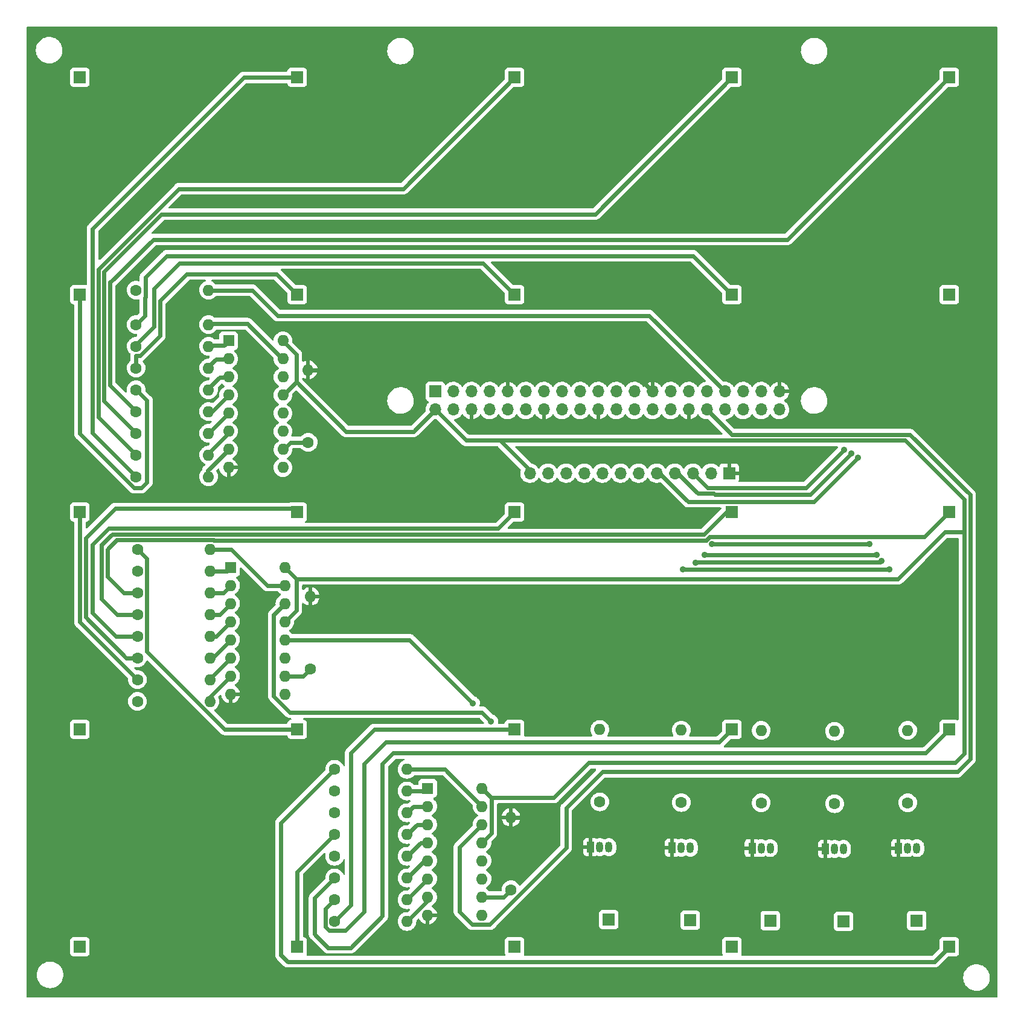
<source format=gbl>
%TF.GenerationSoftware,KiCad,Pcbnew,(6.0.5)*%
%TF.CreationDate,2022-06-12T15:20:55+02:00*%
%TF.ProjectId,3d cube,33642063-7562-4652-9e6b-696361645f70,rev?*%
%TF.SameCoordinates,PX849f6a8PYc7b8a98*%
%TF.FileFunction,Copper,L2,Bot*%
%TF.FilePolarity,Positive*%
%FSLAX46Y46*%
G04 Gerber Fmt 4.6, Leading zero omitted, Abs format (unit mm)*
G04 Created by KiCad (PCBNEW (6.0.5)) date 2022-06-12 15:20:55*
%MOMM*%
%LPD*%
G01*
G04 APERTURE LIST*
%TA.AperFunction,ComponentPad*%
%ADD10R,1.700000X1.700000*%
%TD*%
%TA.AperFunction,ComponentPad*%
%ADD11O,1.700000X1.700000*%
%TD*%
%TA.AperFunction,ComponentPad*%
%ADD12C,1.600000*%
%TD*%
%TA.AperFunction,ComponentPad*%
%ADD13O,1.600000X1.600000*%
%TD*%
%TA.AperFunction,ComponentPad*%
%ADD14R,1.050000X1.500000*%
%TD*%
%TA.AperFunction,ComponentPad*%
%ADD15O,1.050000X1.500000*%
%TD*%
%TA.AperFunction,ComponentPad*%
%ADD16R,1.600000X1.600000*%
%TD*%
%TA.AperFunction,ViaPad*%
%ADD17C,0.900000*%
%TD*%
%TA.AperFunction,Conductor*%
%ADD18C,0.600000*%
%TD*%
G04 APERTURE END LIST*
D10*
%TO.P,P1,1,Pin_1*%
%TO.N,+3V3*%
X57829000Y85493000D03*
D11*
%TO.P,P1,2,Pin_2*%
%TO.N,+5V*%
X57829000Y82953000D03*
%TO.P,P1,3,Pin_3*%
%TO.N,/GPIO2(SDA1)*%
X60369000Y85493000D03*
%TO.P,P1,4,Pin_4*%
%TO.N,+5V*%
X60369000Y82953000D03*
%TO.P,P1,5,Pin_5*%
%TO.N,/GPIO3(SCL1)*%
X62909000Y85493000D03*
%TO.P,P1,6,Pin_6*%
%TO.N,GND*%
X62909000Y82953000D03*
%TO.P,P1,7,Pin_7*%
%TO.N,/GPIO4(GCLK)*%
X65449000Y85493000D03*
%TO.P,P1,8,Pin_8*%
%TO.N,SHCP*%
X65449000Y82953000D03*
%TO.P,P1,9,Pin_9*%
%TO.N,GND*%
X67989000Y85493000D03*
%TO.P,P1,10,Pin_10*%
%TO.N,STCP*%
X67989000Y82953000D03*
%TO.P,P1,11,Pin_11*%
%TO.N,/GPIO17(GEN0)*%
X70529000Y85493000D03*
%TO.P,P1,12,Pin_12*%
%TO.N,MR*%
X70529000Y82953000D03*
%TO.P,P1,13,Pin_13*%
%TO.N,/GPIO27(GEN2)*%
X73069000Y85493000D03*
%TO.P,P1,14,Pin_14*%
%TO.N,GND*%
X73069000Y82953000D03*
%TO.P,P1,15,Pin_15*%
%TO.N,/GPIO22(GEN3)*%
X75609000Y85493000D03*
%TO.P,P1,16,Pin_16*%
%TO.N,Layer 3*%
X75609000Y82953000D03*
%TO.P,P1,17,Pin_17*%
%TO.N,+3V3*%
X78149000Y85493000D03*
%TO.P,P1,18,Pin_18*%
%TO.N,Layer 4*%
X78149000Y82953000D03*
%TO.P,P1,19,Pin_19*%
%TO.N,GPIO10*%
X80689000Y85493000D03*
%TO.P,P1,20,Pin_20*%
%TO.N,GND*%
X80689000Y82953000D03*
%TO.P,P1,21,Pin_21*%
%TO.N,GPIO9*%
X83229000Y85493000D03*
%TO.P,P1,22,Pin_22*%
%TO.N,Layer 5*%
X83229000Y82953000D03*
%TO.P,P1,23,Pin_23*%
%TO.N,GPIO11*%
X85769000Y85493000D03*
%TO.P,P1,24,Pin_24*%
%TO.N,GPIO8*%
X85769000Y82953000D03*
%TO.P,P1,25,Pin_25*%
%TO.N,GND*%
X88309000Y85493000D03*
%TO.P,P1,26,Pin_26*%
%TO.N,GPIO7*%
X88309000Y82953000D03*
%TO.P,P1,27,Pin_27*%
%TO.N,/ID_SD*%
X90849000Y85493000D03*
%TO.P,P1,28,Pin_28*%
%TO.N,/ID_SC*%
X90849000Y82953000D03*
%TO.P,P1,29,Pin_29*%
%TO.N,GPIO5*%
X93389000Y85493000D03*
%TO.P,P1,30,Pin_30*%
%TO.N,GND*%
X93389000Y82953000D03*
%TO.P,P1,31,Pin_31*%
%TO.N,GPIO6*%
X95929000Y85493000D03*
%TO.P,P1,32,Pin_32*%
%TO.N,DS*%
X95929000Y82953000D03*
%TO.P,P1,33,Pin_33*%
%TO.N,Pin 25*%
X98469000Y85493000D03*
%TO.P,P1,34,Pin_34*%
%TO.N,GND*%
X98469000Y82953000D03*
%TO.P,P1,35,Pin_35*%
%TO.N,GPIO19*%
X101009000Y85493000D03*
%TO.P,P1,36,Pin_36*%
%TO.N,GPIO16*%
X101009000Y82953000D03*
%TO.P,P1,37,Pin_37*%
%TO.N,GPIO26*%
X103549000Y85493000D03*
%TO.P,P1,38,Pin_38*%
%TO.N,Layer 1*%
X103549000Y82953000D03*
%TO.P,P1,39,Pin_39*%
%TO.N,GND*%
X106089000Y85493000D03*
%TO.P,P1,40,Pin_40*%
%TO.N,Layer 2*%
X106089000Y82953000D03*
%TD*%
D12*
%TO.P,RC2,1*%
%TO.N,MR*%
X40005000Y78359000D03*
D13*
%TO.P,RC2,2*%
%TO.N,GND*%
X40005000Y88519000D03*
%TD*%
D10*
%TO.P,J6,1,Pin_1*%
%TO.N,GND*%
X99040000Y74041000D03*
D11*
%TO.P,J6,2,Pin_2*%
%TO.N,GPIO16*%
X96500000Y74041000D03*
%TO.P,J6,3,Pin_3*%
%TO.N,GPIO26*%
X93960000Y74041000D03*
%TO.P,J6,4,Pin_4*%
%TO.N,GPIO19*%
X91420000Y74041000D03*
%TO.P,J6,5,Pin_5*%
%TO.N,GPIO6*%
X88880000Y74041000D03*
%TO.P,J6,6,Pin_6*%
%TO.N,GPIO5*%
X86340000Y74041000D03*
%TO.P,J6,7,Pin_7*%
%TO.N,GPIO11*%
X83800000Y74041000D03*
%TO.P,J6,8,Pin_8*%
%TO.N,GPIO9*%
X81260000Y74041000D03*
%TO.P,J6,9,Pin_9*%
%TO.N,GPIO10*%
X78720000Y74041000D03*
%TO.P,J6,10,Pin_10*%
%TO.N,GPIO7*%
X76180000Y74041000D03*
%TO.P,J6,11,Pin_11*%
%TO.N,GPIO8*%
X73640000Y74041000D03*
%TO.P,J6,12,Pin_12*%
%TO.N,+5V*%
X71100000Y74041000D03*
%TD*%
D14*
%TO.P,Q4,1,E*%
%TO.N,GND*%
X91059000Y21503879D03*
D15*
%TO.P,Q4,2,B*%
%TO.N,Net-(Q4-Pad2)*%
X92329000Y21503879D03*
%TO.P,Q4,3,C*%
%TO.N,Net-(J4-Pad1)*%
X93599000Y21503879D03*
%TD*%
D12*
%TO.P,R14,1*%
%TO.N,Net-(D14-Pad1)*%
X16059120Y48134500D03*
D13*
%TO.P,R14,2*%
%TO.N,Net-(R14-Pad2)*%
X26219120Y48134500D03*
%TD*%
D12*
%TO.P,R17,1*%
%TO.N,Net-(D17-Pad1)*%
X15875000Y94869000D03*
D13*
%TO.P,R17,2*%
%TO.N,Net-(R17-Pad2)*%
X26035000Y94869000D03*
%TD*%
D12*
%TO.P,R22,1*%
%TO.N,Net-(D22-Pad1)*%
X15875000Y79629000D03*
D13*
%TO.P,R22,2*%
%TO.N,Net-(R22-Pad2)*%
X26035000Y79629000D03*
%TD*%
D12*
%TO.P,R13,1*%
%TO.N,Net-(D13-Pad1)*%
X16059120Y51182500D03*
D13*
%TO.P,R13,2*%
%TO.N,Net-(R13-Pad2)*%
X26219120Y51182500D03*
%TD*%
D14*
%TO.P,Q5,1,E*%
%TO.N,GND*%
X79629000Y21590000D03*
D15*
%TO.P,Q5,2,B*%
%TO.N,Net-(Q5-Pad2)*%
X80899000Y21590000D03*
%TO.P,Q5,3,C*%
%TO.N,Net-(J5-Pad1)*%
X82169000Y21590000D03*
%TD*%
D12*
%TO.P,R4,1*%
%TO.N,Net-(D4-Pad1)*%
X43703000Y23371000D03*
D13*
%TO.P,R4,2*%
%TO.N,Net-(R4-Pad2)*%
X53863000Y23371000D03*
%TD*%
D12*
%TO.P,R12,1*%
%TO.N,Net-(D12-Pad1)*%
X16059120Y54230500D03*
D13*
%TO.P,R12,2*%
%TO.N,Net-(R12-Pad2)*%
X26219120Y54230500D03*
%TD*%
D12*
%TO.P,R9,1*%
%TO.N,Net-(D9-Pad1)*%
X16059120Y63374500D03*
D13*
%TO.P,R9,2*%
%TO.N,Net-(R9-Pad2)*%
X26219120Y63374500D03*
%TD*%
D14*
%TO.P,Q2,1,E*%
%TO.N,GND*%
X112549000Y21336000D03*
D15*
%TO.P,Q2,2,B*%
%TO.N,Net-(Q2-Pad2)*%
X113819000Y21336000D03*
%TO.P,Q2,3,C*%
%TO.N,Net-(J2-Pad1)*%
X115089000Y21336000D03*
%TD*%
D12*
%TO.P,R15,1*%
%TO.N,Net-(D15-Pad1)*%
X16059120Y45086500D03*
D13*
%TO.P,R15,2*%
%TO.N,Net-(R15-Pad2)*%
X26219120Y45086500D03*
%TD*%
D12*
%TO.P,R19,1*%
%TO.N,Net-(D19-Pad1)*%
X15875000Y88773000D03*
D13*
%TO.P,R19,2*%
%TO.N,Net-(R19-Pad2)*%
X26035000Y88773000D03*
%TD*%
D12*
%TO.P,RC3,1*%
%TO.N,MR*%
X40291120Y46597500D03*
D13*
%TO.P,RC3,2*%
%TO.N,GND*%
X40291120Y56757500D03*
%TD*%
D12*
%TO.P,RL5,1*%
%TO.N,Net-(Q5-Pad2)*%
X80899000Y27940000D03*
D13*
%TO.P,RL5,2*%
%TO.N,Layer 5*%
X80899000Y38100000D03*
%TD*%
D12*
%TO.P,RL2,1*%
%TO.N,Net-(Q2-Pad2)*%
X113819000Y27686000D03*
D13*
%TO.P,RL2,2*%
%TO.N,Layer 2*%
X113819000Y37846000D03*
%TD*%
D12*
%TO.P,R1,1*%
%TO.N,Net-(D1-Pad1)*%
X43703000Y32515000D03*
D13*
%TO.P,R1,2*%
%TO.N,Net-(R1-Pad2)*%
X53863000Y32515000D03*
%TD*%
D12*
%TO.P,R8,1*%
%TO.N,Net-(D8-Pad1)*%
X43703000Y11179000D03*
D13*
%TO.P,R8,2*%
%TO.N,Net-(R8-Pad2)*%
X53863000Y11179000D03*
%TD*%
D12*
%TO.P,R23,1*%
%TO.N,Net-(D23-Pad1)*%
X15875000Y76581000D03*
D13*
%TO.P,R23,2*%
%TO.N,Net-(R23-Pad2)*%
X26035000Y76581000D03*
%TD*%
D12*
%TO.P,R11,1*%
%TO.N,Net-(D11-Pad1)*%
X16059120Y57278500D03*
D13*
%TO.P,R11,2*%
%TO.N,Net-(R11-Pad2)*%
X26219120Y57278500D03*
%TD*%
D12*
%TO.P,R3,1*%
%TO.N,Net-(D3-Pad1)*%
X43703000Y26419000D03*
D13*
%TO.P,R3,2*%
%TO.N,Net-(R3-Pad2)*%
X53863000Y26419000D03*
%TD*%
D16*
%TO.P,U1,1,QB*%
%TO.N,Net-(R2-Pad2)*%
X56769000Y29845000D03*
D13*
%TO.P,U1,2,QC*%
%TO.N,Net-(R3-Pad2)*%
X56769000Y27305000D03*
%TO.P,U1,3,QD*%
%TO.N,Net-(R4-Pad2)*%
X56769000Y24765000D03*
%TO.P,U1,4,QE*%
%TO.N,Net-(R5-Pad2)*%
X56769000Y22225000D03*
%TO.P,U1,5,QF*%
%TO.N,Net-(R6-Pad2)*%
X56769000Y19685000D03*
%TO.P,U1,6,QG*%
%TO.N,Net-(R7-Pad2)*%
X56769000Y17145000D03*
%TO.P,U1,7,QH*%
%TO.N,Net-(R8-Pad2)*%
X56769000Y14605000D03*
%TO.P,U1,8,GND*%
%TO.N,GND*%
X56769000Y12065000D03*
%TO.P,U1,9,QH'*%
%TO.N,Net-(U1-Pad9)*%
X64389000Y12065000D03*
%TO.P,U1,10,~{SRCLR}*%
%TO.N,MR*%
X64389000Y14605000D03*
%TO.P,U1,11,SRCLK*%
%TO.N,SHCP*%
X64389000Y17145000D03*
%TO.P,U1,12,RCLK*%
%TO.N,STCP*%
X64389000Y19685000D03*
%TO.P,U1,13,~{OE}*%
%TO.N,+5V*%
X64389000Y22225000D03*
%TO.P,U1,14,SER*%
%TO.N,DS*%
X64389000Y24765000D03*
%TO.P,U1,15,QA*%
%TO.N,Net-(R1-Pad2)*%
X64389000Y27305000D03*
%TO.P,U1,16,VCC*%
%TO.N,+5V*%
X64389000Y29845000D03*
%TD*%
D12*
%TO.P,R25,1*%
%TO.N,Net-(D25-Pad1)*%
X15875000Y99695000D03*
D13*
%TO.P,R25,2*%
%TO.N,Pin 25*%
X26035000Y99695000D03*
%TD*%
D12*
%TO.P,R16,1*%
%TO.N,Net-(D16-Pad1)*%
X16059120Y42038500D03*
D13*
%TO.P,R16,2*%
%TO.N,Net-(R16-Pad2)*%
X26219120Y42038500D03*
%TD*%
D12*
%TO.P,R5,1*%
%TO.N,Net-(D5-Pad1)*%
X43703000Y20323000D03*
D13*
%TO.P,R5,2*%
%TO.N,Net-(R5-Pad2)*%
X53863000Y20323000D03*
%TD*%
D12*
%TO.P,R7,1*%
%TO.N,Net-(D7-Pad1)*%
X43703000Y14227000D03*
D13*
%TO.P,R7,2*%
%TO.N,Net-(R7-Pad2)*%
X53863000Y14227000D03*
%TD*%
D16*
%TO.P,U3,1,QB*%
%TO.N,Net-(R18-Pad2)*%
X28839000Y92593000D03*
D13*
%TO.P,U3,2,QC*%
%TO.N,Net-(R19-Pad2)*%
X28839000Y90053000D03*
%TO.P,U3,3,QD*%
%TO.N,Net-(R20-Pad2)*%
X28839000Y87513000D03*
%TO.P,U3,4,QE*%
%TO.N,Net-(R21-Pad2)*%
X28839000Y84973000D03*
%TO.P,U3,5,QF*%
%TO.N,Net-(R22-Pad2)*%
X28839000Y82433000D03*
%TO.P,U3,6,QG*%
%TO.N,Net-(R23-Pad2)*%
X28839000Y79893000D03*
%TO.P,U3,7,QH*%
%TO.N,Net-(R24-Pad2)*%
X28839000Y77353000D03*
%TO.P,U3,8,GND*%
%TO.N,GND*%
X28839000Y74813000D03*
%TO.P,U3,9,QH'*%
%TO.N,unconnected-(U3-Pad9)*%
X36459000Y74813000D03*
%TO.P,U3,10,~{SRCLR}*%
%TO.N,MR*%
X36459000Y77353000D03*
%TO.P,U3,11,SRCLK*%
%TO.N,SHCP*%
X36459000Y79893000D03*
%TO.P,U3,12,RCLK*%
%TO.N,STCP*%
X36459000Y82433000D03*
%TO.P,U3,13,~{OE}*%
%TO.N,+5V*%
X36459000Y84973000D03*
%TO.P,U3,14,SER*%
%TO.N,Net-(U2-Pad9)*%
X36459000Y87513000D03*
%TO.P,U3,15,QA*%
%TO.N,Net-(R17-Pad2)*%
X36459000Y90053000D03*
%TO.P,U3,16,VCC*%
%TO.N,+5V*%
X36459000Y92593000D03*
%TD*%
D14*
%TO.P,Q1,1,E*%
%TO.N,GND*%
X122809000Y21463000D03*
D15*
%TO.P,Q1,2,B*%
%TO.N,Net-(Q1-Pad2)*%
X124079000Y21463000D03*
%TO.P,Q1,3,C*%
%TO.N,Net-(J1-Pad1)*%
X125349000Y21463000D03*
%TD*%
D12*
%TO.P,R2,1*%
%TO.N,Net-(D2-Pad1)*%
X43703000Y29467000D03*
D13*
%TO.P,R2,2*%
%TO.N,Net-(R2-Pad2)*%
X53863000Y29467000D03*
%TD*%
D16*
%TO.P,U2,1,QB*%
%TO.N,Net-(R10-Pad2)*%
X29125120Y60831500D03*
D13*
%TO.P,U2,2,QC*%
%TO.N,Net-(R11-Pad2)*%
X29125120Y58291500D03*
%TO.P,U2,3,QD*%
%TO.N,Net-(R12-Pad2)*%
X29125120Y55751500D03*
%TO.P,U2,4,QE*%
%TO.N,Net-(R13-Pad2)*%
X29125120Y53211500D03*
%TO.P,U2,5,QF*%
%TO.N,Net-(R14-Pad2)*%
X29125120Y50671500D03*
%TO.P,U2,6,QG*%
%TO.N,Net-(R15-Pad2)*%
X29125120Y48131500D03*
%TO.P,U2,7,QH*%
%TO.N,Net-(R16-Pad2)*%
X29125120Y45591500D03*
%TO.P,U2,8,GND*%
%TO.N,GND*%
X29125120Y43051500D03*
%TO.P,U2,9,QH'*%
%TO.N,Net-(U2-Pad9)*%
X36745120Y43051500D03*
%TO.P,U2,10,~{SRCLR}*%
%TO.N,MR*%
X36745120Y45591500D03*
%TO.P,U2,11,SRCLK*%
%TO.N,SHCP*%
X36745120Y48131500D03*
%TO.P,U2,12,RCLK*%
%TO.N,STCP*%
X36745120Y50671500D03*
%TO.P,U2,13,~{OE}*%
%TO.N,+5V*%
X36745120Y53211500D03*
%TO.P,U2,14,SER*%
%TO.N,Net-(U1-Pad9)*%
X36745120Y55751500D03*
%TO.P,U2,15,QA*%
%TO.N,Net-(R9-Pad2)*%
X36745120Y58291500D03*
%TO.P,U2,16,VCC*%
%TO.N,+5V*%
X36745120Y60831500D03*
%TD*%
D12*
%TO.P,R18,1*%
%TO.N,Net-(D18-Pad1)*%
X15875000Y91821000D03*
D13*
%TO.P,R18,2*%
%TO.N,Net-(R18-Pad2)*%
X26035000Y91821000D03*
%TD*%
D12*
%TO.P,RL3,1*%
%TO.N,Net-(Q3-Pad2)*%
X103525945Y27813000D03*
D13*
%TO.P,RL3,2*%
%TO.N,Layer 3*%
X103525945Y37973000D03*
%TD*%
D12*
%TO.P,RC1,1*%
%TO.N,MR*%
X68443000Y15611000D03*
D13*
%TO.P,RC1,2*%
%TO.N,GND*%
X68443000Y25771000D03*
%TD*%
D12*
%TO.P,RL4,1*%
%TO.N,Net-(Q4-Pad2)*%
X92329000Y27853879D03*
D13*
%TO.P,RL4,2*%
%TO.N,Layer 4*%
X92329000Y38013879D03*
%TD*%
D12*
%TO.P,R20,1*%
%TO.N,Net-(D20-Pad1)*%
X15875000Y85725000D03*
D13*
%TO.P,R20,2*%
%TO.N,Net-(R20-Pad2)*%
X26035000Y85725000D03*
%TD*%
D14*
%TO.P,Q3,1,E*%
%TO.N,GND*%
X102255945Y21463000D03*
D15*
%TO.P,Q3,2,B*%
%TO.N,Net-(Q3-Pad2)*%
X103525945Y21463000D03*
%TO.P,Q3,3,C*%
%TO.N,Net-(J3-Pad1)*%
X104795945Y21463000D03*
%TD*%
D12*
%TO.P,R10,1*%
%TO.N,Net-(D10-Pad1)*%
X16059120Y60326500D03*
D13*
%TO.P,R10,2*%
%TO.N,Net-(R10-Pad2)*%
X26219120Y60326500D03*
%TD*%
D12*
%TO.P,R6,1*%
%TO.N,Net-(D6-Pad1)*%
X43703000Y17275000D03*
D13*
%TO.P,R6,2*%
%TO.N,Net-(R6-Pad2)*%
X53863000Y17275000D03*
%TD*%
D12*
%TO.P,R24,1*%
%TO.N,Net-(D24-Pad1)*%
X15875000Y73533000D03*
D13*
%TO.P,R24,2*%
%TO.N,Net-(R24-Pad2)*%
X26035000Y73533000D03*
%TD*%
D12*
%TO.P,R21,1*%
%TO.N,Net-(D21-Pad1)*%
X15875000Y82677000D03*
D13*
%TO.P,R21,2*%
%TO.N,Net-(R21-Pad2)*%
X26035000Y82677000D03*
%TD*%
D12*
%TO.P,RL1,1*%
%TO.N,Net-(Q1-Pad2)*%
X124079000Y27813000D03*
D13*
%TO.P,RL1,2*%
%TO.N,Layer 1*%
X124079000Y37973000D03*
%TD*%
D10*
%TO.P,D14,1,K*%
%TO.N,Net-(D14-Pad1)*%
X38481000Y68580000D03*
%TD*%
%TO.P,D13,1,K*%
%TO.N,Net-(D13-Pad1)*%
X68961000Y68580000D03*
%TD*%
%TO.P,D6,1,K*%
%TO.N,Net-(D6-Pad1)*%
X129921000Y38100000D03*
%TD*%
%TO.P,J1,1,Pin_1*%
%TO.N,Net-(J1-Pad1)*%
X125349000Y11303000D03*
%TD*%
%TO.P,D25,1,K*%
%TO.N,Net-(D25-Pad1)*%
X8001000Y129540000D03*
%TD*%
%TO.P,D7,1,K*%
%TO.N,Net-(D7-Pad1)*%
X99441000Y38100000D03*
%TD*%
%TO.P,D15,1,K*%
%TO.N,Net-(D15-Pad1)*%
X8001000Y68580000D03*
%TD*%
%TO.P,J4,1,Pin_1*%
%TO.N,Net-(J4-Pad1)*%
X93599000Y11343879D03*
%TD*%
%TO.P,D23,1,K*%
%TO.N,Net-(D23-Pad1)*%
X68961000Y129540000D03*
%TD*%
%TO.P,D21,1,K*%
%TO.N,Net-(D21-Pad1)*%
X129921000Y129540000D03*
%TD*%
%TO.P,D24,1,K*%
%TO.N,Net-(D24-Pad1)*%
X38481000Y129540000D03*
%TD*%
%TO.P,D19,1,K*%
%TO.N,Net-(D19-Pad1)*%
X38481000Y99060000D03*
%TD*%
%TO.P,D8,1,K*%
%TO.N,Net-(D8-Pad1)*%
X68961000Y38100000D03*
%TD*%
%TO.P,D16,1,K*%
%TO.N,Net-(D16-Pad1)*%
X129921000Y99060000D03*
%TD*%
%TO.P,D1,1,K*%
%TO.N,Net-(D1-Pad1)*%
X129921000Y7620000D03*
%TD*%
%TO.P,D4,1,K*%
%TO.N,Net-(D4-Pad1)*%
X38481000Y7620000D03*
%TD*%
%TO.P,D18,1,K*%
%TO.N,Net-(D18-Pad1)*%
X68961000Y99060000D03*
%TD*%
%TO.P,D11,1,K*%
%TO.N,Net-(D11-Pad1)*%
X129921000Y68580000D03*
%TD*%
%TO.P,D22,1,K*%
%TO.N,Net-(D22-Pad1)*%
X99441000Y129540000D03*
%TD*%
%TO.P,D5,1,K*%
%TO.N,Net-(D5-Pad1)*%
X8001000Y7620000D03*
%TD*%
%TO.P,D17,1,K*%
%TO.N,Net-(D17-Pad1)*%
X99441000Y99060000D03*
%TD*%
%TO.P,D12,1,K*%
%TO.N,Net-(D12-Pad1)*%
X99441000Y68580000D03*
%TD*%
%TO.P,D2,1,K*%
%TO.N,Net-(D2-Pad1)*%
X99441000Y7620000D03*
%TD*%
%TO.P,J5,1,Pin_1*%
%TO.N,Net-(J5-Pad1)*%
X82169000Y11430000D03*
%TD*%
%TO.P,J3,1,Pin_1*%
%TO.N,Net-(J3-Pad1)*%
X104795945Y11303000D03*
%TD*%
%TO.P,D9,1,K*%
%TO.N,Net-(D9-Pad1)*%
X38481000Y38100000D03*
%TD*%
%TO.P,J2,1,Pin_1*%
%TO.N,Net-(J2-Pad1)*%
X115089000Y11176000D03*
%TD*%
%TO.P,D10,1,K*%
%TO.N,Net-(D10-Pad1)*%
X8001000Y38100000D03*
%TD*%
%TO.P,D20,1,K*%
%TO.N,Net-(D20-Pad1)*%
X8001000Y99060000D03*
%TD*%
%TO.P,D3,1,K*%
%TO.N,Net-(D3-Pad1)*%
X68961000Y7620000D03*
%TD*%
D17*
%TO.N,GND*%
X73279000Y24003000D03*
X44069000Y72263000D03*
X41529000Y81153000D03*
%TO.N,STCP*%
X63119000Y41783000D03*
%TO.N,Net-(U1-Pad9)*%
X65659000Y39243000D03*
%TO.N,GPIO10*%
X92583000Y60579000D03*
X121539000Y60579000D03*
%TO.N,GPIO9*%
X94361000Y61511497D03*
X120370894Y61696159D03*
%TO.N,GPIO11*%
X95631000Y62611000D03*
X119761000Y62611000D03*
%TO.N,GPIO5*%
X118745000Y64135000D03*
X96647000Y64135000D03*
%TO.N,GPIO6*%
X117125436Y76233583D03*
%TO.N,GPIO19*%
X116205000Y76835000D03*
%TO.N,GPIO26*%
X115189000Y77343000D03*
%TD*%
D18*
%TO.N,+5V*%
X129286491Y65785509D02*
X131952509Y65785509D01*
X38354000Y54820380D02*
X36745120Y53211500D01*
X65688511Y23524511D02*
X64389000Y22225000D01*
X57829000Y82953000D02*
X54759000Y79883000D01*
X67150489Y78645511D02*
X62136489Y78645511D01*
X65688511Y28545489D02*
X65688511Y23524511D01*
X36745120Y60831500D02*
X38354000Y59222620D01*
X62136489Y78645511D02*
X57829000Y82953000D01*
X65688511Y28545489D02*
X74433511Y28545489D01*
X131952509Y65785509D02*
X132017480Y65850480D01*
X132017480Y34735480D02*
X132017480Y65850480D01*
X45329000Y79883000D02*
X38354000Y86858000D01*
X79302022Y33414000D02*
X130696000Y33414000D01*
X38354000Y59222620D02*
X38354000Y54820380D01*
X132017480Y70358000D02*
X123729969Y78645511D01*
X71100000Y74041000D02*
X71100000Y74442000D01*
X123729969Y78645511D02*
X67150489Y78645511D01*
X132017480Y65850480D02*
X132017480Y70358000D01*
X38354000Y86858000D02*
X36459000Y84963000D01*
X130696000Y33414000D02*
X132017480Y34735480D01*
X74433511Y28545489D02*
X79302022Y33414000D01*
X36459000Y92583000D02*
X36459000Y92573000D01*
X122723602Y59222620D02*
X129286491Y65785509D01*
X64389000Y29845000D02*
X65688511Y28545489D01*
X54759000Y79883000D02*
X45329000Y79883000D01*
X38354000Y59222620D02*
X122723602Y59222620D01*
X36459000Y92573000D02*
X38354000Y90678000D01*
X67150489Y78391511D02*
X67150489Y78645511D01*
X71100000Y74442000D02*
X67150489Y78391511D01*
X38354000Y90678000D02*
X38354000Y86858000D01*
%TO.N,GND*%
X44069000Y72263000D02*
X44069000Y78613000D01*
X68443000Y25771000D02*
X71511000Y25771000D01*
X71511000Y25771000D02*
X73279000Y24003000D01*
X88309000Y85493000D02*
X85283000Y88519000D01*
X44069000Y78613000D02*
X41529000Y81153000D01*
X85283000Y88519000D02*
X40005000Y88519000D01*
%TO.N,Net-(D1-Pad1)*%
X43703000Y32515000D02*
X36195000Y25007000D01*
X36195000Y25007000D02*
X36195000Y6477000D01*
X127821960Y5520960D02*
X129921000Y7620000D01*
X37151040Y5520960D02*
X127821960Y5520960D01*
X36195000Y6477000D02*
X37151040Y5520960D01*
%TO.N,Net-(D4-Pad1)*%
X43703000Y23371000D02*
X38481000Y18149000D01*
X38481000Y18149000D02*
X38481000Y7620000D01*
%TO.N,Net-(D6-Pad1)*%
X50419000Y11938000D02*
X50419000Y33274000D01*
X42799000Y7493000D02*
X45974000Y7493000D01*
X40894000Y9398000D02*
X42799000Y7493000D01*
X45974000Y7493000D02*
X50419000Y11938000D01*
X51943000Y34798000D02*
X126619000Y34798000D01*
X50419000Y33274000D02*
X51943000Y34798000D01*
X126619000Y34798000D02*
X129921000Y38100000D01*
X40894000Y14466000D02*
X40894000Y9398000D01*
X43703000Y17275000D02*
X40894000Y14466000D01*
%TO.N,Net-(D7-Pad1)*%
X47879000Y12573000D02*
X47879000Y33274000D01*
X42952511Y9879489D02*
X45185489Y9879489D01*
X47879000Y33274000D02*
X50927000Y36322000D01*
X42403489Y10428511D02*
X42952511Y9879489D01*
X50927000Y36322000D02*
X97663000Y36322000D01*
X45185489Y9879489D02*
X47879000Y12573000D01*
X97663000Y36322000D02*
X99441000Y38100000D01*
X42403489Y12927489D02*
X42403489Y10428511D01*
X43703000Y14227000D02*
X42403489Y12927489D01*
%TO.N,STCP*%
X54230500Y50671500D02*
X63119000Y41783000D01*
X36745120Y50671500D02*
X54230500Y50671500D01*
%TO.N,DS*%
X76175000Y27064000D02*
X81255000Y32144000D01*
X76175000Y21476000D02*
X76175000Y27064000D01*
X131039000Y32144000D02*
X132817000Y33922000D01*
X99436969Y79445031D02*
X95929000Y82953000D01*
X61214000Y12573000D02*
X63021511Y10765489D01*
X65464489Y10765489D02*
X76175000Y21476000D01*
X64389000Y24765000D02*
X61214000Y21590000D01*
X81255000Y32144000D02*
X131039000Y32144000D01*
X63021511Y10765489D02*
X65464489Y10765489D01*
X124377969Y79445031D02*
X99436969Y79445031D01*
X132817000Y71006000D02*
X124377969Y79445031D01*
X132817000Y33922000D02*
X132817000Y71006000D01*
X61214000Y21590000D02*
X61214000Y12573000D01*
%TO.N,Pin 25*%
X32180787Y99695000D02*
X35736787Y96139000D01*
X87823000Y96139000D02*
X98469000Y85493000D01*
X35736787Y96139000D02*
X87823000Y96139000D01*
X26035000Y99695000D02*
X32180787Y99695000D01*
%TO.N,Net-(R1-Pad2)*%
X64389000Y27305000D02*
X59179000Y32515000D01*
X59179000Y32515000D02*
X53863000Y32515000D01*
%TO.N,Net-(R2-Pad2)*%
X53863000Y29467000D02*
X56391000Y29467000D01*
X56391000Y29467000D02*
X56769000Y29845000D01*
%TO.N,Net-(R3-Pad2)*%
X54749000Y27305000D02*
X53863000Y26419000D01*
X56769000Y27305000D02*
X54749000Y27305000D01*
%TO.N,Net-(R4-Pad2)*%
X55257000Y24765000D02*
X53863000Y23371000D01*
X56769000Y24765000D02*
X55257000Y24765000D01*
%TO.N,Net-(R5-Pad2)*%
X55765000Y22225000D02*
X53863000Y20323000D01*
X56769000Y22225000D02*
X55765000Y22225000D01*
%TO.N,Net-(R6-Pad2)*%
X56273000Y19685000D02*
X53863000Y17275000D01*
X56769000Y19685000D02*
X56273000Y19685000D01*
%TO.N,Net-(R7-Pad2)*%
X56769000Y17133000D02*
X53863000Y14227000D01*
X56769000Y17145000D02*
X56769000Y17133000D01*
%TO.N,Net-(R8-Pad2)*%
X56769000Y14085000D02*
X53863000Y11179000D01*
X56769000Y14605000D02*
X56769000Y14085000D01*
%TO.N,Net-(R9-Pad2)*%
X29181142Y63374500D02*
X34264142Y58291500D01*
X26219120Y63374500D02*
X29181142Y63374500D01*
X34264142Y58291500D02*
X36745120Y58291500D01*
%TO.N,Net-(R10-Pad2)*%
X26219120Y60326500D02*
X28620120Y60326500D01*
X28620120Y60326500D02*
X29125120Y60831500D01*
%TO.N,Net-(R11-Pad2)*%
X26219120Y57278500D02*
X28112120Y57278500D01*
X28112120Y57278500D02*
X29125120Y58291500D01*
%TO.N,Net-(R12-Pad2)*%
X26219120Y54230500D02*
X27604120Y54230500D01*
X27604120Y54230500D02*
X29125120Y55751500D01*
%TO.N,Net-(R13-Pad2)*%
X27096120Y51182500D02*
X29125120Y53211500D01*
X26219120Y51182500D02*
X27096120Y51182500D01*
%TO.N,Net-(R14-Pad2)*%
X26219120Y48134500D02*
X26588120Y48134500D01*
X26588120Y48134500D02*
X29125120Y50671500D01*
%TO.N,Net-(R15-Pad2)*%
X26219120Y45086500D02*
X26219120Y45225500D01*
X26219120Y45225500D02*
X29125120Y48131500D01*
%TO.N,Net-(R16-Pad2)*%
X26219120Y42685500D02*
X29125120Y45591500D01*
X26219120Y42038500D02*
X26219120Y42685500D01*
%TO.N,Net-(R17-Pad2)*%
X36454000Y90043000D02*
X36459000Y90043000D01*
X25933000Y94999000D02*
X31498000Y94999000D01*
X31498000Y94999000D02*
X36454000Y90043000D01*
%TO.N,Net-(R18-Pad2)*%
X25933000Y91951000D02*
X28207000Y91951000D01*
X28207000Y91951000D02*
X28839000Y92583000D01*
%TO.N,Net-(R19-Pad2)*%
X27073000Y90043000D02*
X25933000Y88903000D01*
X28839000Y90043000D02*
X27073000Y90043000D01*
%TO.N,Net-(R20-Pad2)*%
X28839000Y87503000D02*
X27581000Y87503000D01*
X27581000Y87503000D02*
X25933000Y85855000D01*
%TO.N,Net-(R21-Pad2)*%
X26035000Y82677000D02*
X26543000Y82677000D01*
X26543000Y82677000D02*
X28839000Y84973000D01*
%TO.N,Net-(R22-Pad2)*%
X26035000Y79629000D02*
X28839000Y82433000D01*
%TO.N,Net-(R23-Pad2)*%
X28839000Y79883000D02*
X28839000Y79639000D01*
X28839000Y79639000D02*
X25933000Y76733000D01*
X25933000Y76733000D02*
X25933000Y76711000D01*
%TO.N,Net-(R24-Pad2)*%
X28839000Y77343000D02*
X25933000Y74437000D01*
X25933000Y74437000D02*
X25933000Y73650000D01*
%TO.N,MR*%
X39285120Y45591500D02*
X40291120Y46597500D01*
X40249000Y78359000D02*
X37475000Y78359000D01*
X36745120Y45591500D02*
X39285120Y45591500D01*
X67437000Y14605000D02*
X68443000Y15611000D01*
X64389000Y14605000D02*
X67437000Y14605000D01*
X37475000Y78359000D02*
X36459000Y77343000D01*
%TO.N,Net-(U1-Pad9)*%
X35179000Y54185380D02*
X35179000Y42779833D01*
X36745120Y55751500D02*
X35179000Y54185380D01*
X35179000Y42779833D02*
X37445833Y40513000D01*
X64389000Y40513000D02*
X65659000Y39243000D01*
X37445833Y40513000D02*
X64389000Y40513000D01*
%TO.N,Net-(D8-Pad1)*%
X43703000Y11179000D02*
X45974000Y13450000D01*
X45974000Y34798000D02*
X49276000Y38100000D01*
X49276000Y38100000D02*
X68961000Y38100000D01*
X45974000Y13450000D02*
X45974000Y34798000D01*
%TO.N,Net-(D9-Pad1)*%
X28319833Y38100000D02*
X38481000Y38100000D01*
X16059120Y63374500D02*
X17358631Y62074989D01*
X17358631Y62074989D02*
X17358631Y49061202D01*
X17358631Y49061202D02*
X28319833Y38100000D01*
%TO.N,Net-(D11-Pad1)*%
X14133020Y57278500D02*
X11848520Y59563000D01*
X11848520Y59563000D02*
X11848520Y63373000D01*
X95812188Y64643000D02*
X96253699Y65084511D01*
X13149531Y64674011D02*
X26757396Y64674011D01*
X26757396Y64674011D02*
X26788407Y64643000D01*
X96253699Y65084511D02*
X126425511Y65084511D01*
X26788407Y64643000D02*
X95812188Y64643000D01*
X11848520Y63373000D02*
X13149531Y64674011D01*
X126425511Y65084511D02*
X129921000Y68580000D01*
X16059120Y57278500D02*
X14133020Y57278500D01*
%TO.N,Net-(D12-Pad1)*%
X12514531Y65473531D02*
X27088568Y65473531D01*
X11049000Y64008000D02*
X12514531Y65473531D01*
X95481016Y65442520D02*
X98618496Y68580000D01*
X13206500Y54230500D02*
X11049000Y56388000D01*
X27119579Y65442520D02*
X95481016Y65442520D01*
X27088568Y65473531D02*
X27119579Y65442520D01*
X98618496Y68580000D02*
X99441000Y68580000D01*
X11049000Y56388000D02*
X11049000Y64008000D01*
X16059120Y54230500D02*
X13206500Y54230500D01*
%TO.N,Net-(D14-Pad1)*%
X8800520Y53848000D02*
X8800520Y64934520D01*
X37973000Y69088000D02*
X38481000Y68580000D01*
X12954000Y69088000D02*
X37973000Y69088000D01*
X14514020Y48134500D02*
X8800520Y53848000D01*
X8800520Y64934520D02*
X12954000Y69088000D01*
X38481000Y68961000D02*
X38481000Y68580000D01*
X16059120Y48134500D02*
X14514020Y48134500D01*
%TO.N,Net-(D15-Pad1)*%
X8001000Y53144620D02*
X8001000Y68580000D01*
X16059120Y45086500D02*
X8001000Y53144620D01*
%TO.N,Net-(D17-Pad1)*%
X17145000Y96139000D02*
X17145000Y98679000D01*
X15875000Y94869000D02*
X17145000Y96139000D01*
X17174511Y101502511D02*
X20193000Y104521000D01*
X17145000Y98679000D02*
X17174511Y98708511D01*
X20193000Y104521000D02*
X93980000Y104521000D01*
X93980000Y104521000D02*
X99441000Y99060000D01*
X17174511Y98708511D02*
X17174511Y101502511D01*
%TO.N,Net-(D19-Pad1)*%
X35560000Y101981000D02*
X38481000Y99060000D01*
X15875000Y88773000D02*
X15875000Y90521489D01*
X22987000Y101981000D02*
X35560000Y101981000D01*
X16413276Y90521489D02*
X19214520Y93322733D01*
X15875000Y90521489D02*
X16413276Y90521489D01*
X19214520Y98208520D02*
X22987000Y101981000D01*
X19214520Y93322733D02*
X19214520Y98208520D01*
%TO.N,Net-(D20-Pad1)*%
X17399000Y84229000D02*
X17399000Y72771000D01*
X8001000Y79569213D02*
X8001000Y99060000D01*
X15561213Y72009000D02*
X8001000Y79569213D01*
X16637000Y72009000D02*
X15561213Y72009000D01*
X17399000Y72771000D02*
X16637000Y72009000D01*
X15773000Y85855000D02*
X17399000Y84229000D01*
%TO.N,Net-(D21-Pad1)*%
X107188000Y106807000D02*
X129921000Y129540000D01*
X15875000Y82677000D02*
X15875000Y82705000D01*
X12319000Y100838000D02*
X18288000Y106807000D01*
X12177560Y86402440D02*
X12177560Y100838000D01*
X12177560Y100838000D02*
X12319000Y100838000D01*
X15875000Y82705000D02*
X12177560Y86402440D01*
X18288000Y106807000D02*
X107188000Y106807000D01*
%TO.N,Net-(D22-Pad1)*%
X11378040Y84153960D02*
X11378040Y102310040D01*
X15875000Y79657000D02*
X11378040Y84153960D01*
X11378040Y102310040D02*
X19431000Y110363000D01*
X80264000Y110363000D02*
X99441000Y129540000D01*
X19431000Y110363000D02*
X80264000Y110363000D01*
X15875000Y79629000D02*
X15875000Y79657000D01*
%TO.N,Net-(D13-Pad1)*%
X9779000Y64008000D02*
X12044051Y66273051D01*
X9779000Y54483000D02*
X9779000Y64008000D01*
X66654051Y66273051D02*
X68961000Y68580000D01*
X12044051Y66273051D02*
X66654051Y66273051D01*
X16059120Y51182500D02*
X13079500Y51182500D01*
X13079500Y51182500D02*
X9779000Y54483000D01*
%TO.N,Net-(D23-Pad1)*%
X15773000Y76711000D02*
X15745000Y76711000D01*
X10578520Y102641212D02*
X21856308Y113919000D01*
X10578520Y81877480D02*
X10578520Y102641212D01*
X21856308Y113919000D02*
X53340000Y113919000D01*
X53340000Y113919000D02*
X68961000Y129540000D01*
X15745000Y76711000D02*
X10578520Y81877480D01*
%TO.N,Net-(D24-Pad1)*%
X9779000Y79644000D02*
X9779000Y108331000D01*
X30988000Y129540000D02*
X38481000Y129540000D01*
X15773000Y73650000D02*
X9779000Y79644000D01*
X9779000Y108331000D02*
X30988000Y129540000D01*
%TO.N,Net-(D18-Pad1)*%
X15875000Y91821000D02*
X15875000Y92053000D01*
X18415000Y94593000D02*
X18415000Y99949000D01*
X18415000Y99949000D02*
X21971000Y103505000D01*
X15875000Y92053000D02*
X18415000Y94593000D01*
X21971000Y103505000D02*
X64516000Y103505000D01*
X64516000Y103505000D02*
X68961000Y99060000D01*
%TO.N,GPIO10*%
X92583000Y60579000D02*
X92600014Y60561986D01*
X92600014Y60561986D02*
X121521986Y60561986D01*
X121521986Y60561986D02*
X121539000Y60579000D01*
%TO.N,GPIO9*%
X120269735Y61595000D02*
X120370894Y61696159D01*
X94444503Y61595000D02*
X120269735Y61595000D01*
X94361000Y61511497D02*
X94444503Y61595000D01*
%TO.N,GPIO11*%
X95631000Y62611000D02*
X119761000Y62611000D01*
%TO.N,GPIO5*%
X96647000Y64135000D02*
X118745000Y64135000D01*
%TO.N,GPIO6*%
X110935342Y70043489D02*
X93278511Y70043489D01*
X93278511Y70043489D02*
X89281000Y74041000D01*
X117125436Y76233583D02*
X110935342Y70043489D01*
X89281000Y74041000D02*
X88880000Y74041000D01*
%TO.N,GPIO19*%
X97050991Y71059489D02*
X96901000Y71209480D01*
X96901000Y71209480D02*
X94652520Y71209480D01*
X94652520Y71209480D02*
X91821000Y74041000D01*
X116205000Y76835000D02*
X110429489Y71059489D01*
X110429489Y71059489D02*
X97050991Y71059489D01*
X91821000Y74041000D02*
X91420000Y74041000D01*
%TO.N,GPIO26*%
X115189000Y77343000D02*
X109855000Y72009000D01*
X109855000Y72009000D02*
X95992000Y72009000D01*
X95992000Y72009000D02*
X93960000Y74041000D01*
%TD*%
%TA.AperFunction,Conductor*%
%TO.N,GND*%
G36*
X136593621Y136631498D02*
G01*
X136640114Y136577842D01*
X136651500Y136525500D01*
X136651500Y634500D01*
X136631498Y566379D01*
X136577842Y519886D01*
X136525500Y508500D01*
X634500Y508500D01*
X566379Y528502D01*
X519886Y582158D01*
X508500Y634500D01*
X508500Y3640723D01*
X1947009Y3640723D01*
X1972625Y3372231D01*
X1973710Y3367797D01*
X1973711Y3367791D01*
X2035645Y3114688D01*
X2036731Y3110250D01*
X2137985Y2860267D01*
X2274265Y2627518D01*
X2277118Y2623951D01*
X2394686Y2476940D01*
X2442716Y2416881D01*
X2639809Y2232766D01*
X2861416Y2079032D01*
X2865499Y2077001D01*
X2865502Y2076999D01*
X2940985Y2039447D01*
X3102894Y1958899D01*
X3107228Y1957478D01*
X3107231Y1957477D01*
X3354853Y1876302D01*
X3354859Y1876301D01*
X3359186Y1874882D01*
X3363677Y1874102D01*
X3363678Y1874102D01*
X3621140Y1829399D01*
X3621148Y1829398D01*
X3624921Y1828743D01*
X3628758Y1828552D01*
X3708578Y1824578D01*
X3708586Y1824578D01*
X3710149Y1824500D01*
X3878512Y1824500D01*
X3880780Y1824665D01*
X3880792Y1824665D01*
X4011884Y1834177D01*
X4079004Y1839047D01*
X4083459Y1840031D01*
X4083462Y1840031D01*
X4337912Y1896209D01*
X4337916Y1896210D01*
X4342372Y1897194D01*
X4468480Y1944972D01*
X4590318Y1991132D01*
X4590321Y1991133D01*
X4594588Y1992750D01*
X4830368Y2123714D01*
X5044773Y2287343D01*
X5070428Y2313586D01*
X5174891Y2420447D01*
X5233312Y2480208D01*
X5392034Y2698270D01*
X5475190Y2856324D01*
X5515490Y2932921D01*
X5515493Y2932927D01*
X5517615Y2936961D01*
X5538388Y2995783D01*
X5605902Y3186967D01*
X5605902Y3186968D01*
X5607425Y3191280D01*
X5620915Y3259723D01*
X131868009Y3259723D01*
X131893625Y2991231D01*
X131894710Y2986797D01*
X131894711Y2986791D01*
X131956645Y2733688D01*
X131957731Y2729250D01*
X132058985Y2479267D01*
X132097341Y2413760D01*
X132169448Y2290611D01*
X132195265Y2246518D01*
X132291257Y2126486D01*
X132315686Y2095940D01*
X132363716Y2035881D01*
X132560809Y1851766D01*
X132782416Y1698032D01*
X132786499Y1696001D01*
X132786502Y1695999D01*
X132902013Y1638534D01*
X133023894Y1577899D01*
X133028228Y1576478D01*
X133028231Y1576477D01*
X133275853Y1495302D01*
X133275859Y1495301D01*
X133280186Y1493882D01*
X133284677Y1493102D01*
X133284678Y1493102D01*
X133542140Y1448399D01*
X133542148Y1448398D01*
X133545921Y1447743D01*
X133549758Y1447552D01*
X133629578Y1443578D01*
X133629586Y1443578D01*
X133631149Y1443500D01*
X133799512Y1443500D01*
X133801780Y1443665D01*
X133801792Y1443665D01*
X133932884Y1453177D01*
X134000004Y1458047D01*
X134004459Y1459031D01*
X134004462Y1459031D01*
X134258912Y1515209D01*
X134258916Y1515210D01*
X134263372Y1516194D01*
X134389480Y1563972D01*
X134511318Y1610132D01*
X134511321Y1610133D01*
X134515588Y1611750D01*
X134751368Y1742714D01*
X134965773Y1906343D01*
X135154312Y2099208D01*
X135313034Y2317270D01*
X135397040Y2476940D01*
X135436490Y2551921D01*
X135436493Y2551927D01*
X135438615Y2555961D01*
X135490295Y2702304D01*
X135526902Y2805967D01*
X135526902Y2805968D01*
X135528425Y2810280D01*
X135580581Y3074900D01*
X135589782Y3259723D01*
X135593764Y3339708D01*
X135593764Y3339714D01*
X135593991Y3344277D01*
X135568375Y3612769D01*
X135523042Y3798033D01*
X135505355Y3870312D01*
X135504269Y3874750D01*
X135403015Y4124733D01*
X135266735Y4357482D01*
X135148175Y4505733D01*
X135101136Y4564553D01*
X135101135Y4564555D01*
X135098284Y4568119D01*
X134901191Y4752234D01*
X134679584Y4905968D01*
X134675501Y4907999D01*
X134675498Y4908001D01*
X134510606Y4990033D01*
X134438106Y5026101D01*
X134433772Y5027522D01*
X134433769Y5027523D01*
X134186147Y5108698D01*
X134186141Y5108699D01*
X134181814Y5110118D01*
X134177322Y5110898D01*
X133919860Y5155601D01*
X133919852Y5155602D01*
X133916079Y5156257D01*
X133904817Y5156818D01*
X133832422Y5160422D01*
X133832414Y5160422D01*
X133830851Y5160500D01*
X133662488Y5160500D01*
X133660220Y5160335D01*
X133660208Y5160335D01*
X133529116Y5150823D01*
X133461996Y5145953D01*
X133457541Y5144969D01*
X133457538Y5144969D01*
X133203088Y5088791D01*
X133203084Y5088790D01*
X133198628Y5087806D01*
X133174480Y5078657D01*
X132950682Y4993868D01*
X132950679Y4993867D01*
X132946412Y4992250D01*
X132710632Y4861286D01*
X132642213Y4809070D01*
X132515624Y4712460D01*
X132496227Y4697657D01*
X132493034Y4694391D01*
X132493032Y4694389D01*
X132466971Y4667730D01*
X132307688Y4504792D01*
X132148966Y4286730D01*
X132146844Y4282696D01*
X132025510Y4052079D01*
X132025507Y4052073D01*
X132023385Y4048039D01*
X132021865Y4043734D01*
X132021863Y4043730D01*
X131935098Y3798033D01*
X131933575Y3793720D01*
X131881419Y3529100D01*
X131881192Y3524547D01*
X131881192Y3524544D01*
X131871991Y3339708D01*
X131868009Y3259723D01*
X5620915Y3259723D01*
X5659581Y3455900D01*
X5667164Y3608217D01*
X5672764Y3720708D01*
X5672764Y3720714D01*
X5672991Y3725277D01*
X5647375Y3993769D01*
X5634096Y4048039D01*
X5584355Y4251312D01*
X5583269Y4255750D01*
X5482015Y4505733D01*
X5385005Y4671414D01*
X5348045Y4734537D01*
X5348044Y4734538D01*
X5345735Y4738482D01*
X5225926Y4888295D01*
X5180136Y4945553D01*
X5180135Y4945555D01*
X5177284Y4949119D01*
X4980191Y5133234D01*
X4758584Y5286968D01*
X4754501Y5288999D01*
X4754498Y5289001D01*
X4589606Y5371033D01*
X4517106Y5407101D01*
X4512772Y5408522D01*
X4512769Y5408523D01*
X4265147Y5489698D01*
X4265141Y5489699D01*
X4260814Y5491118D01*
X4256322Y5491898D01*
X3998860Y5536601D01*
X3998852Y5536602D01*
X3995079Y5537257D01*
X3983817Y5537818D01*
X3911422Y5541422D01*
X3911414Y5541422D01*
X3909851Y5541500D01*
X3741488Y5541500D01*
X3739220Y5541335D01*
X3739208Y5541335D01*
X3608116Y5531823D01*
X3540996Y5526953D01*
X3536541Y5525969D01*
X3536538Y5525969D01*
X3282088Y5469791D01*
X3282084Y5469790D01*
X3277628Y5468806D01*
X3151520Y5421028D01*
X3029682Y5374868D01*
X3029679Y5374867D01*
X3025412Y5373250D01*
X2789632Y5242286D01*
X2575227Y5078657D01*
X2386688Y4885792D01*
X2227966Y4667730D01*
X2225844Y4663696D01*
X2104510Y4433079D01*
X2104507Y4433073D01*
X2102385Y4429039D01*
X2100865Y4424734D01*
X2100863Y4424730D01*
X2014098Y4179033D01*
X2012575Y4174720D01*
X1960419Y3910100D01*
X1960192Y3905547D01*
X1960192Y3905544D01*
X1950991Y3720708D01*
X1947009Y3640723D01*
X508500Y3640723D01*
X508500Y6721866D01*
X6642500Y6721866D01*
X6649255Y6659684D01*
X6700385Y6523295D01*
X6787739Y6406739D01*
X6904295Y6319385D01*
X7040684Y6268255D01*
X7102866Y6261500D01*
X8899134Y6261500D01*
X8961316Y6268255D01*
X9097705Y6319385D01*
X9214261Y6406739D01*
X9301615Y6523295D01*
X9352745Y6659684D01*
X9359500Y6721866D01*
X9359500Y8518134D01*
X9352745Y8580316D01*
X9301615Y8716705D01*
X9214261Y8833261D01*
X9097705Y8920615D01*
X8961316Y8971745D01*
X8899134Y8978500D01*
X7102866Y8978500D01*
X7040684Y8971745D01*
X6904295Y8920615D01*
X6787739Y8833261D01*
X6700385Y8716705D01*
X6649255Y8580316D01*
X6642500Y8518134D01*
X6642500Y6721866D01*
X508500Y6721866D01*
X508500Y37201866D01*
X6642500Y37201866D01*
X6649255Y37139684D01*
X6700385Y37003295D01*
X6787739Y36886739D01*
X6904295Y36799385D01*
X7040684Y36748255D01*
X7102866Y36741500D01*
X8899134Y36741500D01*
X8961316Y36748255D01*
X9097705Y36799385D01*
X9214261Y36886739D01*
X9301615Y37003295D01*
X9352745Y37139684D01*
X9359500Y37201866D01*
X9359500Y38998134D01*
X9352745Y39060316D01*
X9301615Y39196705D01*
X9214261Y39313261D01*
X9097705Y39400615D01*
X8961316Y39451745D01*
X8899134Y39458500D01*
X7102866Y39458500D01*
X7040684Y39451745D01*
X6904295Y39400615D01*
X6787739Y39313261D01*
X6700385Y39196705D01*
X6649255Y39060316D01*
X6642500Y38998134D01*
X6642500Y37201866D01*
X508500Y37201866D01*
X508500Y42038500D01*
X14745622Y42038500D01*
X14765577Y41810413D01*
X14767001Y41805100D01*
X14767001Y41805098D01*
X14772780Y41783533D01*
X14824836Y41589257D01*
X14827159Y41584276D01*
X14827159Y41584275D01*
X14919271Y41386738D01*
X14919274Y41386733D01*
X14921597Y41381751D01*
X14984207Y41292335D01*
X15035259Y41219426D01*
X15052922Y41194200D01*
X15214820Y41032302D01*
X15219328Y41029145D01*
X15219331Y41029143D01*
X15297509Y40974402D01*
X15402371Y40900977D01*
X15407353Y40898654D01*
X15407358Y40898651D01*
X15604895Y40806539D01*
X15609877Y40804216D01*
X15615185Y40802794D01*
X15615187Y40802793D01*
X15825718Y40746381D01*
X15825720Y40746381D01*
X15831033Y40744957D01*
X16059120Y40725002D01*
X16287207Y40744957D01*
X16292520Y40746381D01*
X16292522Y40746381D01*
X16503053Y40802793D01*
X16503055Y40802794D01*
X16508363Y40804216D01*
X16513345Y40806539D01*
X16710882Y40898651D01*
X16710887Y40898654D01*
X16715869Y40900977D01*
X16820731Y40974402D01*
X16898909Y41029143D01*
X16898912Y41029145D01*
X16903420Y41032302D01*
X17065318Y41194200D01*
X17082982Y41219426D01*
X17134033Y41292335D01*
X17196643Y41381751D01*
X17198966Y41386733D01*
X17198969Y41386738D01*
X17291081Y41584275D01*
X17291081Y41584276D01*
X17293404Y41589257D01*
X17345461Y41783533D01*
X17351239Y41805098D01*
X17351239Y41805100D01*
X17352663Y41810413D01*
X17372618Y42038500D01*
X17352663Y42266587D01*
X17348954Y42280429D01*
X17294827Y42482433D01*
X17294826Y42482435D01*
X17293404Y42487743D01*
X17278212Y42520323D01*
X17198969Y42690262D01*
X17198966Y42690267D01*
X17196643Y42695249D01*
X17065318Y42882800D01*
X16903420Y43044698D01*
X16898912Y43047855D01*
X16898909Y43047857D01*
X16820731Y43102598D01*
X16715869Y43176023D01*
X16710887Y43178346D01*
X16710882Y43178349D01*
X16513345Y43270461D01*
X16513344Y43270461D01*
X16508363Y43272784D01*
X16503055Y43274206D01*
X16503053Y43274207D01*
X16292522Y43330619D01*
X16292520Y43330619D01*
X16287207Y43332043D01*
X16059120Y43351998D01*
X15831033Y43332043D01*
X15825720Y43330619D01*
X15825718Y43330619D01*
X15615187Y43274207D01*
X15615185Y43274206D01*
X15609877Y43272784D01*
X15604896Y43270461D01*
X15604895Y43270461D01*
X15407358Y43178349D01*
X15407353Y43178346D01*
X15402371Y43176023D01*
X15297509Y43102598D01*
X15219331Y43047857D01*
X15219328Y43047855D01*
X15214820Y43044698D01*
X15052922Y42882800D01*
X14921597Y42695249D01*
X14919274Y42690267D01*
X14919271Y42690262D01*
X14840028Y42520323D01*
X14824836Y42487743D01*
X14823414Y42482435D01*
X14823413Y42482433D01*
X14769286Y42280429D01*
X14765577Y42266587D01*
X14745622Y42038500D01*
X508500Y42038500D01*
X508500Y67681866D01*
X6642500Y67681866D01*
X6649255Y67619684D01*
X6700385Y67483295D01*
X6787739Y67366739D01*
X6904295Y67279385D01*
X7040684Y67228255D01*
X7067914Y67225297D01*
X7080108Y67223972D01*
X7145670Y67196730D01*
X7186096Y67138366D01*
X7192500Y67098709D01*
X7192500Y53153834D01*
X7192493Y53152514D01*
X7191549Y53062399D01*
X7200711Y53020023D01*
X7202769Y53007457D01*
X7207603Y52964365D01*
X7209919Y52957714D01*
X7209920Y52957710D01*
X7218633Y52932690D01*
X7222796Y52917878D01*
X7229881Y52885110D01*
X7248208Y52845807D01*
X7252990Y52834031D01*
X7267255Y52793068D01*
X7270989Y52787093D01*
X7270990Y52787090D01*
X7285027Y52764625D01*
X7292366Y52751108D01*
X7303559Y52727106D01*
X7306538Y52720718D01*
X7310855Y52715153D01*
X7310856Y52715151D01*
X7333106Y52686467D01*
X7340402Y52676008D01*
X7363374Y52639244D01*
X7368334Y52634249D01*
X7368335Y52634248D01*
X7391976Y52610441D01*
X7392561Y52609816D01*
X7393078Y52609150D01*
X7419068Y52583160D01*
X7491185Y52510538D01*
X7492222Y52509880D01*
X7493451Y52508777D01*
X14717760Y45284469D01*
X14751786Y45222157D01*
X14754186Y45184393D01*
X14750500Y45142257D01*
X14745622Y45086500D01*
X14765577Y44858413D01*
X14767001Y44853100D01*
X14767001Y44853098D01*
X14795377Y44747200D01*
X14824836Y44637257D01*
X14827159Y44632276D01*
X14827159Y44632275D01*
X14919271Y44434738D01*
X14919274Y44434733D01*
X14921597Y44429751D01*
X15052922Y44242200D01*
X15214820Y44080302D01*
X15219328Y44077145D01*
X15219331Y44077143D01*
X15252667Y44053801D01*
X15402371Y43948977D01*
X15407353Y43946654D01*
X15407358Y43946651D01*
X15604895Y43854539D01*
X15609877Y43852216D01*
X15615185Y43850794D01*
X15615187Y43850793D01*
X15825718Y43794381D01*
X15825720Y43794381D01*
X15831033Y43792957D01*
X16059120Y43773002D01*
X16287207Y43792957D01*
X16292520Y43794381D01*
X16292522Y43794381D01*
X16503053Y43850793D01*
X16503055Y43850794D01*
X16508363Y43852216D01*
X16513345Y43854539D01*
X16710882Y43946651D01*
X16710887Y43946654D01*
X16715869Y43948977D01*
X16865573Y44053801D01*
X16898909Y44077143D01*
X16898912Y44077145D01*
X16903420Y44080302D01*
X17065318Y44242200D01*
X17196643Y44429751D01*
X17198966Y44434733D01*
X17198969Y44434738D01*
X17291081Y44632275D01*
X17291081Y44632276D01*
X17293404Y44637257D01*
X17322864Y44747200D01*
X17351239Y44853098D01*
X17351239Y44853100D01*
X17352663Y44858413D01*
X17372618Y45086500D01*
X17352663Y45314587D01*
X17340014Y45361793D01*
X17294827Y45530433D01*
X17294826Y45530435D01*
X17293404Y45535743D01*
X17267404Y45591500D01*
X17198969Y45738262D01*
X17198966Y45738267D01*
X17196643Y45743249D01*
X17065318Y45930800D01*
X16903420Y46092698D01*
X16898912Y46095855D01*
X16898909Y46095857D01*
X16816490Y46153567D01*
X16715869Y46224023D01*
X16710887Y46226346D01*
X16710882Y46226349D01*
X16513345Y46318461D01*
X16513344Y46318461D01*
X16508363Y46320784D01*
X16503055Y46322206D01*
X16503053Y46322207D01*
X16292522Y46378619D01*
X16292520Y46378619D01*
X16287207Y46380043D01*
X16059120Y46399998D01*
X16053645Y46399519D01*
X16053644Y46399519D01*
X15961228Y46391434D01*
X15891623Y46405424D01*
X15861152Y46427860D01*
X15640384Y46648628D01*
X15606358Y46710940D01*
X15611423Y46781755D01*
X15653970Y46838591D01*
X15720490Y46863402D01*
X15762090Y46859430D01*
X15825718Y46842381D01*
X15825720Y46842381D01*
X15831033Y46840957D01*
X16059120Y46821002D01*
X16287207Y46840957D01*
X16292520Y46842381D01*
X16292522Y46842381D01*
X16503053Y46898793D01*
X16503055Y46898794D01*
X16508363Y46900216D01*
X16573220Y46930459D01*
X16710882Y46994651D01*
X16710887Y46994654D01*
X16715869Y46996977D01*
X16820731Y47070402D01*
X16898909Y47125143D01*
X16898912Y47125145D01*
X16903420Y47128302D01*
X17065318Y47290200D01*
X17196643Y47477751D01*
X17198966Y47482733D01*
X17198969Y47482738D01*
X17291081Y47680275D01*
X17291081Y47680276D01*
X17293404Y47685257D01*
X17294827Y47690567D01*
X17294828Y47690569D01*
X17299848Y47709306D01*
X17336799Y47769929D01*
X17400660Y47800951D01*
X17471154Y47792523D01*
X17510650Y47765791D01*
X27741552Y37534890D01*
X27742480Y37533953D01*
X27805604Y37469493D01*
X27811524Y37465678D01*
X27811530Y37465673D01*
X27842047Y37446006D01*
X27852392Y37438573D01*
X27886276Y37411524D01*
X27892615Y37408460D01*
X27892616Y37408459D01*
X27916470Y37396928D01*
X27929887Y37389399D01*
X27958071Y37371235D01*
X27964688Y37368827D01*
X27964693Y37368824D01*
X27998806Y37356408D01*
X28010549Y37351447D01*
X28043233Y37335647D01*
X28043242Y37335644D01*
X28049582Y37332579D01*
X28056447Y37330994D01*
X28082261Y37325034D01*
X28097001Y37320668D01*
X28128518Y37309197D01*
X28135503Y37308315D01*
X28135510Y37308313D01*
X28171525Y37303763D01*
X28184076Y37301528D01*
X28226318Y37291775D01*
X28233362Y37291750D01*
X28233366Y37291750D01*
X28266907Y37291633D01*
X28267776Y37291604D01*
X28268602Y37291500D01*
X28304966Y37291500D01*
X28305406Y37291499D01*
X28404169Y37291154D01*
X28404175Y37291154D01*
X28407703Y37291142D01*
X28408906Y37291411D01*
X28410550Y37291500D01*
X36999709Y37291500D01*
X37067830Y37271498D01*
X37114323Y37217842D01*
X37124972Y37179108D01*
X37129255Y37139684D01*
X37180385Y37003295D01*
X37267739Y36886739D01*
X37384295Y36799385D01*
X37520684Y36748255D01*
X37582866Y36741500D01*
X39379134Y36741500D01*
X39441316Y36748255D01*
X39577705Y36799385D01*
X39694261Y36886739D01*
X39781615Y37003295D01*
X39832745Y37139684D01*
X39839500Y37201866D01*
X39839500Y38998134D01*
X39832745Y39060316D01*
X39781615Y39196705D01*
X39694261Y39313261D01*
X39577705Y39400615D01*
X39441316Y39451745D01*
X39427582Y39453237D01*
X39362020Y39480479D01*
X39321594Y39538842D01*
X39319139Y39609796D01*
X39355434Y39670814D01*
X39418956Y39702523D01*
X39441190Y39704500D01*
X64001918Y39704500D01*
X64070039Y39684498D01*
X64091013Y39667595D01*
X64635013Y39123595D01*
X64669039Y39061283D01*
X64663974Y38990468D01*
X64621427Y38933632D01*
X64554907Y38908821D01*
X64545918Y38908500D01*
X49285165Y38908500D01*
X49283846Y38908507D01*
X49193779Y38909450D01*
X49186901Y38907963D01*
X49186891Y38907962D01*
X49151413Y38900291D01*
X49138838Y38898231D01*
X49095745Y38893397D01*
X49064074Y38882368D01*
X49049265Y38878205D01*
X49023371Y38872607D01*
X49023368Y38872606D01*
X49016490Y38871119D01*
X48977187Y38852792D01*
X48965411Y38848010D01*
X48924448Y38833745D01*
X48918473Y38830011D01*
X48918470Y38830010D01*
X48896005Y38815973D01*
X48882488Y38808634D01*
X48858481Y38797439D01*
X48858477Y38797437D01*
X48852098Y38794462D01*
X48824184Y38772810D01*
X48817844Y38767892D01*
X48807395Y38760603D01*
X48770624Y38737626D01*
X48765625Y38732661D01*
X48765623Y38732660D01*
X48741815Y38709017D01*
X48741192Y38708434D01*
X48740530Y38707921D01*
X48714683Y38682074D01*
X48656970Y38624762D01*
X48641918Y38609815D01*
X48641259Y38608777D01*
X48640153Y38607544D01*
X45408842Y35376234D01*
X45407905Y35375306D01*
X45343493Y35312229D01*
X45320002Y35275779D01*
X45312583Y35265454D01*
X45285524Y35231557D01*
X45282459Y35225216D01*
X45282458Y35225215D01*
X45270928Y35201363D01*
X45263399Y35187946D01*
X45245235Y35159762D01*
X45242827Y35153145D01*
X45242824Y35153140D01*
X45230408Y35119027D01*
X45225447Y35107284D01*
X45209646Y35074597D01*
X45209644Y35074592D01*
X45206579Y35068251D01*
X45204996Y35061393D01*
X45204995Y35061391D01*
X45199035Y35035574D01*
X45194668Y35020831D01*
X45183197Y34989315D01*
X45182314Y34982325D01*
X45182312Y34982317D01*
X45177762Y34946299D01*
X45175526Y34933747D01*
X45165776Y34891515D01*
X45165751Y34884469D01*
X45165751Y34884466D01*
X45165634Y34850944D01*
X45165605Y34850062D01*
X45165500Y34849231D01*
X45165500Y34812428D01*
X45165143Y34710130D01*
X45165411Y34708930D01*
X45165500Y34707293D01*
X45165500Y33043182D01*
X45145498Y32975061D01*
X45091842Y32928568D01*
X45021568Y32918464D01*
X44956988Y32947958D01*
X44925305Y32989932D01*
X44842849Y33166762D01*
X44842846Y33166767D01*
X44840523Y33171749D01*
X44746657Y33305803D01*
X44712357Y33354789D01*
X44712355Y33354792D01*
X44709198Y33359300D01*
X44547300Y33521198D01*
X44542792Y33524355D01*
X44542789Y33524357D01*
X44458632Y33583284D01*
X44359749Y33652523D01*
X44354767Y33654846D01*
X44354762Y33654849D01*
X44157225Y33746961D01*
X44157224Y33746961D01*
X44152243Y33749284D01*
X44146935Y33750706D01*
X44146933Y33750707D01*
X43936402Y33807119D01*
X43936400Y33807119D01*
X43931087Y33808543D01*
X43703000Y33828498D01*
X43474913Y33808543D01*
X43469600Y33807119D01*
X43469598Y33807119D01*
X43259067Y33750707D01*
X43259065Y33750706D01*
X43253757Y33749284D01*
X43248776Y33746961D01*
X43248775Y33746961D01*
X43051238Y33654849D01*
X43051233Y33654846D01*
X43046251Y33652523D01*
X42947368Y33583284D01*
X42863211Y33524357D01*
X42863208Y33524355D01*
X42858700Y33521198D01*
X42696802Y33359300D01*
X42693645Y33354792D01*
X42693643Y33354789D01*
X42659343Y33305803D01*
X42565477Y33171749D01*
X42563154Y33166767D01*
X42563151Y33166762D01*
X42480695Y32989932D01*
X42468716Y32964243D01*
X42409457Y32743087D01*
X42389502Y32515000D01*
X42389981Y32509525D01*
X42389981Y32509524D01*
X42398066Y32417107D01*
X42384076Y32347502D01*
X42361640Y32317031D01*
X38995131Y28950523D01*
X35629842Y25585234D01*
X35628905Y25584306D01*
X35588598Y25544834D01*
X35564493Y25521229D01*
X35541002Y25484779D01*
X35533583Y25474454D01*
X35506524Y25440557D01*
X35503459Y25434216D01*
X35503458Y25434215D01*
X35491928Y25410363D01*
X35484399Y25396946D01*
X35466235Y25368762D01*
X35463827Y25362145D01*
X35463824Y25362140D01*
X35451408Y25328027D01*
X35446447Y25316284D01*
X35430646Y25283597D01*
X35430644Y25283592D01*
X35427579Y25277251D01*
X35425996Y25270393D01*
X35425995Y25270391D01*
X35420035Y25244574D01*
X35415668Y25229831D01*
X35404197Y25198315D01*
X35403314Y25191325D01*
X35403312Y25191317D01*
X35398762Y25155299D01*
X35396526Y25142747D01*
X35391157Y25119489D01*
X35386776Y25100515D01*
X35386751Y25093469D01*
X35386751Y25093466D01*
X35386634Y25059944D01*
X35386605Y25059062D01*
X35386500Y25058231D01*
X35386500Y25021581D01*
X35386499Y25021141D01*
X35386311Y24967168D01*
X35386143Y24919130D01*
X35386411Y24917930D01*
X35386500Y24916293D01*
X35386500Y6486214D01*
X35386493Y6484894D01*
X35385549Y6394779D01*
X35394711Y6352403D01*
X35396769Y6339837D01*
X35401603Y6296745D01*
X35403919Y6290094D01*
X35403920Y6290090D01*
X35412633Y6265070D01*
X35416796Y6250258D01*
X35423881Y6217490D01*
X35442208Y6178187D01*
X35446990Y6166411D01*
X35461255Y6125448D01*
X35464989Y6119473D01*
X35464990Y6119470D01*
X35479027Y6097005D01*
X35486366Y6083488D01*
X35497559Y6059486D01*
X35500538Y6053098D01*
X35504855Y6047533D01*
X35504856Y6047531D01*
X35527106Y6018847D01*
X35534402Y6008388D01*
X35557374Y5971624D01*
X35562334Y5966629D01*
X35562335Y5966628D01*
X35585976Y5942821D01*
X35586561Y5942196D01*
X35587078Y5941530D01*
X35613068Y5915540D01*
X35685185Y5842918D01*
X35686222Y5842260D01*
X35687451Y5841157D01*
X36572806Y4955802D01*
X36573734Y4954865D01*
X36624163Y4903369D01*
X36636811Y4890453D01*
X36673261Y4866962D01*
X36683586Y4859543D01*
X36717483Y4832484D01*
X36723824Y4829419D01*
X36723825Y4829418D01*
X36747677Y4817888D01*
X36761094Y4810359D01*
X36789278Y4792195D01*
X36795895Y4789787D01*
X36795900Y4789784D01*
X36830013Y4777368D01*
X36841756Y4772407D01*
X36874440Y4756607D01*
X36874449Y4756604D01*
X36880789Y4753539D01*
X36887654Y4751954D01*
X36913468Y4745994D01*
X36928208Y4741628D01*
X36959725Y4730157D01*
X36966710Y4729275D01*
X36966717Y4729273D01*
X37002732Y4724723D01*
X37015283Y4722488D01*
X37057525Y4712735D01*
X37064569Y4712710D01*
X37064573Y4712710D01*
X37098114Y4712593D01*
X37098983Y4712564D01*
X37099809Y4712460D01*
X37136173Y4712460D01*
X37136613Y4712459D01*
X37235376Y4712114D01*
X37235382Y4712114D01*
X37238910Y4712102D01*
X37240113Y4712371D01*
X37241757Y4712460D01*
X127812746Y4712460D01*
X127814066Y4712453D01*
X127904181Y4711509D01*
X127946557Y4720671D01*
X127959123Y4722729D01*
X128002215Y4727563D01*
X128008866Y4729879D01*
X128008870Y4729880D01*
X128033890Y4738593D01*
X128048702Y4742756D01*
X128074579Y4748351D01*
X128081470Y4749841D01*
X128120773Y4768168D01*
X128132549Y4772950D01*
X128173512Y4787215D01*
X128179487Y4790949D01*
X128179490Y4790950D01*
X128201955Y4804987D01*
X128215472Y4812326D01*
X128239474Y4823519D01*
X128239475Y4823520D01*
X128245862Y4826498D01*
X128280113Y4853066D01*
X128290572Y4860362D01*
X128321364Y4879602D01*
X128321367Y4879604D01*
X128327336Y4883334D01*
X128356139Y4911936D01*
X128356764Y4912521D01*
X128357430Y4913038D01*
X128383420Y4939028D01*
X128456042Y5011145D01*
X128456700Y5012182D01*
X128457803Y5013411D01*
X129668987Y6224595D01*
X129731299Y6258621D01*
X129758082Y6261500D01*
X130819134Y6261500D01*
X130881316Y6268255D01*
X131017705Y6319385D01*
X131134261Y6406739D01*
X131221615Y6523295D01*
X131272745Y6659684D01*
X131279500Y6721866D01*
X131279500Y8518134D01*
X131272745Y8580316D01*
X131221615Y8716705D01*
X131134261Y8833261D01*
X131017705Y8920615D01*
X130881316Y8971745D01*
X130819134Y8978500D01*
X129022866Y8978500D01*
X128960684Y8971745D01*
X128824295Y8920615D01*
X128707739Y8833261D01*
X128620385Y8716705D01*
X128569255Y8580316D01*
X128562500Y8518134D01*
X128562500Y7457082D01*
X128542498Y7388961D01*
X128525595Y7367987D01*
X127523973Y6366365D01*
X127461661Y6332339D01*
X127434878Y6329460D01*
X100846673Y6329460D01*
X100778552Y6349462D01*
X100732059Y6403118D01*
X100721955Y6473392D01*
X100736154Y6515970D01*
X100736232Y6516113D01*
X100741615Y6523295D01*
X100792745Y6659684D01*
X100799500Y6721866D01*
X100799500Y8518134D01*
X100792745Y8580316D01*
X100741615Y8716705D01*
X100654261Y8833261D01*
X100537705Y8920615D01*
X100401316Y8971745D01*
X100339134Y8978500D01*
X98542866Y8978500D01*
X98480684Y8971745D01*
X98344295Y8920615D01*
X98227739Y8833261D01*
X98140385Y8716705D01*
X98089255Y8580316D01*
X98082500Y8518134D01*
X98082500Y6721866D01*
X98089255Y6659684D01*
X98140385Y6523295D01*
X98145768Y6516113D01*
X98145846Y6515970D01*
X98161016Y6446613D01*
X98136281Y6380065D01*
X98079493Y6337454D01*
X98035327Y6329460D01*
X70366673Y6329460D01*
X70298552Y6349462D01*
X70252059Y6403118D01*
X70241955Y6473392D01*
X70256154Y6515970D01*
X70256232Y6516113D01*
X70261615Y6523295D01*
X70312745Y6659684D01*
X70319500Y6721866D01*
X70319500Y8518134D01*
X70312745Y8580316D01*
X70261615Y8716705D01*
X70174261Y8833261D01*
X70057705Y8920615D01*
X69921316Y8971745D01*
X69859134Y8978500D01*
X68062866Y8978500D01*
X68000684Y8971745D01*
X67864295Y8920615D01*
X67747739Y8833261D01*
X67660385Y8716705D01*
X67609255Y8580316D01*
X67602500Y8518134D01*
X67602500Y6721866D01*
X67609255Y6659684D01*
X67660385Y6523295D01*
X67665768Y6516113D01*
X67665846Y6515970D01*
X67681016Y6446613D01*
X67656281Y6380065D01*
X67599493Y6337454D01*
X67555327Y6329460D01*
X39886673Y6329460D01*
X39818552Y6349462D01*
X39772059Y6403118D01*
X39761955Y6473392D01*
X39776154Y6515970D01*
X39776232Y6516113D01*
X39781615Y6523295D01*
X39832745Y6659684D01*
X39839500Y6721866D01*
X39839500Y8518134D01*
X39832745Y8580316D01*
X39781615Y8716705D01*
X39694261Y8833261D01*
X39577705Y8920615D01*
X39441316Y8971745D01*
X39414086Y8974703D01*
X39401892Y8976028D01*
X39336330Y9003270D01*
X39295904Y9061634D01*
X39289500Y9101291D01*
X39289500Y17761918D01*
X39309502Y17830039D01*
X39326405Y17851013D01*
X42217128Y20741736D01*
X42279440Y20775762D01*
X42350255Y20770697D01*
X42407091Y20728150D01*
X42431902Y20661630D01*
X42427930Y20620030D01*
X42418906Y20586351D01*
X42409457Y20551087D01*
X42389502Y20323000D01*
X42409457Y20094913D01*
X42410881Y20089600D01*
X42410881Y20089598D01*
X42461322Y19901353D01*
X42468716Y19873757D01*
X42471039Y19868776D01*
X42471039Y19868775D01*
X42563151Y19671238D01*
X42563154Y19671233D01*
X42565477Y19666251D01*
X42696802Y19478700D01*
X42858700Y19316802D01*
X42863208Y19313645D01*
X42863211Y19313643D01*
X42941389Y19258902D01*
X43046251Y19185477D01*
X43051233Y19183154D01*
X43051238Y19183151D01*
X43248775Y19091039D01*
X43253757Y19088716D01*
X43259065Y19087294D01*
X43259067Y19087293D01*
X43469598Y19030881D01*
X43469600Y19030881D01*
X43474913Y19029457D01*
X43703000Y19009502D01*
X43931087Y19029457D01*
X43936400Y19030881D01*
X43936402Y19030881D01*
X44146933Y19087293D01*
X44146935Y19087294D01*
X44152243Y19088716D01*
X44157225Y19091039D01*
X44354762Y19183151D01*
X44354767Y19183154D01*
X44359749Y19185477D01*
X44464611Y19258902D01*
X44542789Y19313643D01*
X44542792Y19313645D01*
X44547300Y19316802D01*
X44709198Y19478700D01*
X44840523Y19666251D01*
X44842846Y19671233D01*
X44842849Y19671238D01*
X44925305Y19848068D01*
X44972222Y19901353D01*
X45040499Y19920814D01*
X45108459Y19900272D01*
X45154525Y19846250D01*
X45165500Y19794818D01*
X45165500Y17803182D01*
X45145498Y17735061D01*
X45091842Y17688568D01*
X45021568Y17678464D01*
X44956988Y17707958D01*
X44925305Y17749932D01*
X44842849Y17926762D01*
X44842846Y17926767D01*
X44840523Y17931749D01*
X44751916Y18058293D01*
X44712357Y18114789D01*
X44712355Y18114792D01*
X44709198Y18119300D01*
X44547300Y18281198D01*
X44542792Y18284355D01*
X44542789Y18284357D01*
X44417877Y18371821D01*
X44359749Y18412523D01*
X44354767Y18414846D01*
X44354762Y18414849D01*
X44157225Y18506961D01*
X44157224Y18506961D01*
X44152243Y18509284D01*
X44146935Y18510706D01*
X44146933Y18510707D01*
X43936402Y18567119D01*
X43936400Y18567119D01*
X43931087Y18568543D01*
X43703000Y18588498D01*
X43474913Y18568543D01*
X43469600Y18567119D01*
X43469598Y18567119D01*
X43259067Y18510707D01*
X43259065Y18510706D01*
X43253757Y18509284D01*
X43248776Y18506961D01*
X43248775Y18506961D01*
X43051238Y18414849D01*
X43051233Y18414846D01*
X43046251Y18412523D01*
X42988123Y18371821D01*
X42863211Y18284357D01*
X42863208Y18284355D01*
X42858700Y18281198D01*
X42696802Y18119300D01*
X42693645Y18114792D01*
X42693643Y18114789D01*
X42654084Y18058293D01*
X42565477Y17931749D01*
X42563154Y17926767D01*
X42563151Y17926762D01*
X42504857Y17801749D01*
X42468716Y17724243D01*
X42467294Y17718935D01*
X42467293Y17718933D01*
X42430433Y17581370D01*
X42409457Y17503087D01*
X42389502Y17275000D01*
X42389981Y17269525D01*
X42389981Y17269524D01*
X42398066Y17177108D01*
X42384076Y17107503D01*
X42361640Y17077032D01*
X40328842Y15044234D01*
X40327905Y15043306D01*
X40263493Y14980229D01*
X40240002Y14943779D01*
X40232583Y14933454D01*
X40205524Y14899557D01*
X40202459Y14893216D01*
X40202458Y14893215D01*
X40190928Y14869363D01*
X40183399Y14855946D01*
X40165235Y14827762D01*
X40162827Y14821145D01*
X40162824Y14821140D01*
X40150408Y14787027D01*
X40145447Y14775284D01*
X40129646Y14742597D01*
X40129644Y14742592D01*
X40126579Y14736251D01*
X40124996Y14729393D01*
X40124995Y14729391D01*
X40119035Y14703574D01*
X40114668Y14688831D01*
X40103197Y14657315D01*
X40102314Y14650325D01*
X40102312Y14650317D01*
X40097762Y14614299D01*
X40095526Y14601747D01*
X40085776Y14559515D01*
X40085751Y14552469D01*
X40085751Y14552466D01*
X40085634Y14518944D01*
X40085605Y14518062D01*
X40085500Y14517231D01*
X40085500Y14480581D01*
X40085499Y14480141D01*
X40085224Y14401211D01*
X40085143Y14378130D01*
X40085411Y14376930D01*
X40085500Y14375293D01*
X40085500Y9407214D01*
X40085493Y9405894D01*
X40084549Y9315779D01*
X40093711Y9273403D01*
X40095769Y9260837D01*
X40100603Y9217745D01*
X40102919Y9211094D01*
X40102920Y9211090D01*
X40111633Y9186070D01*
X40115796Y9171258D01*
X40122881Y9138490D01*
X40141208Y9099187D01*
X40145990Y9087411D01*
X40160255Y9046448D01*
X40163989Y9040473D01*
X40163990Y9040470D01*
X40178027Y9018005D01*
X40185366Y9004488D01*
X40193672Y8986677D01*
X40199538Y8974098D01*
X40203855Y8968533D01*
X40203856Y8968531D01*
X40226106Y8939847D01*
X40233402Y8929388D01*
X40238520Y8921198D01*
X40256374Y8892624D01*
X40261334Y8887629D01*
X40261335Y8887628D01*
X40284976Y8863821D01*
X40285561Y8863196D01*
X40286078Y8862530D01*
X40312068Y8836540D01*
X40384185Y8763918D01*
X40385222Y8763260D01*
X40386451Y8762157D01*
X42220766Y6927842D01*
X42221694Y6926905D01*
X42261021Y6886746D01*
X42284771Y6862493D01*
X42321221Y6839002D01*
X42331546Y6831583D01*
X42365443Y6804524D01*
X42371784Y6801459D01*
X42371785Y6801458D01*
X42395637Y6789928D01*
X42409054Y6782399D01*
X42437238Y6764235D01*
X42443855Y6761827D01*
X42443860Y6761824D01*
X42477973Y6749408D01*
X42489716Y6744447D01*
X42522400Y6728647D01*
X42522409Y6728644D01*
X42528749Y6725579D01*
X42535614Y6723994D01*
X42561428Y6718034D01*
X42576168Y6713668D01*
X42607685Y6702197D01*
X42614670Y6701315D01*
X42614677Y6701313D01*
X42650692Y6696763D01*
X42663243Y6694528D01*
X42705485Y6684775D01*
X42712529Y6684750D01*
X42712533Y6684750D01*
X42746072Y6684633D01*
X42746942Y6684604D01*
X42747769Y6684500D01*
X42784258Y6684500D01*
X42784697Y6684499D01*
X42883343Y6684155D01*
X42883348Y6684155D01*
X42886870Y6684143D01*
X42888070Y6684411D01*
X42889708Y6684500D01*
X45964786Y6684500D01*
X45966106Y6684493D01*
X46056221Y6683549D01*
X46098597Y6692711D01*
X46111163Y6694769D01*
X46154255Y6699603D01*
X46160906Y6701919D01*
X46160910Y6701920D01*
X46185930Y6710633D01*
X46200742Y6714796D01*
X46226619Y6720391D01*
X46233510Y6721881D01*
X46272813Y6740208D01*
X46284589Y6744990D01*
X46325552Y6759255D01*
X46331527Y6762989D01*
X46331530Y6762990D01*
X46353995Y6777027D01*
X46367512Y6784366D01*
X46391514Y6795559D01*
X46391515Y6795560D01*
X46397902Y6798538D01*
X46432153Y6825106D01*
X46442612Y6832402D01*
X46473404Y6851642D01*
X46473407Y6851644D01*
X46479376Y6855374D01*
X46508179Y6883976D01*
X46508804Y6884561D01*
X46509470Y6885078D01*
X46535460Y6911068D01*
X46608082Y6983185D01*
X46608740Y6984222D01*
X46609843Y6985451D01*
X50803392Y11179000D01*
X52549502Y11179000D01*
X52569457Y10950913D01*
X52628716Y10729757D01*
X52631039Y10724776D01*
X52631039Y10724775D01*
X52723151Y10527238D01*
X52723154Y10527233D01*
X52725477Y10522251D01*
X52728634Y10517743D01*
X52851212Y10342684D01*
X52856802Y10334700D01*
X53018700Y10172802D01*
X53023208Y10169645D01*
X53023211Y10169643D01*
X53065526Y10140014D01*
X53206251Y10041477D01*
X53211233Y10039154D01*
X53211238Y10039151D01*
X53393785Y9954029D01*
X53413757Y9944716D01*
X53419065Y9943294D01*
X53419067Y9943293D01*
X53629598Y9886881D01*
X53629600Y9886881D01*
X53634913Y9885457D01*
X53863000Y9865502D01*
X54091087Y9885457D01*
X54096400Y9886881D01*
X54096402Y9886881D01*
X54306933Y9943293D01*
X54306935Y9943294D01*
X54312243Y9944716D01*
X54332215Y9954029D01*
X54514762Y10039151D01*
X54514767Y10039154D01*
X54519749Y10041477D01*
X54660474Y10140014D01*
X54702789Y10169643D01*
X54702792Y10169645D01*
X54707300Y10172802D01*
X54869198Y10334700D01*
X54874789Y10342684D01*
X54997366Y10517743D01*
X55000523Y10522251D01*
X55002846Y10527233D01*
X55002849Y10527238D01*
X55094961Y10724775D01*
X55094961Y10724776D01*
X55097284Y10729757D01*
X55156543Y10950913D01*
X55176498Y11179000D01*
X55167934Y11276892D01*
X55181923Y11346495D01*
X55204359Y11376967D01*
X55378732Y11551340D01*
X55441042Y11585364D01*
X55511858Y11580300D01*
X55568694Y11537753D01*
X55582021Y11515494D01*
X55629586Y11413489D01*
X55635069Y11403993D01*
X55760028Y11225533D01*
X55767084Y11217125D01*
X55921125Y11063084D01*
X55929533Y11056028D01*
X56107993Y10931069D01*
X56117489Y10925586D01*
X56314947Y10833510D01*
X56325239Y10829764D01*
X56497503Y10783606D01*
X56511599Y10783942D01*
X56515000Y10791884D01*
X56515000Y10797033D01*
X57023000Y10797033D01*
X57026973Y10783502D01*
X57035522Y10782273D01*
X57212761Y10829764D01*
X57223053Y10833510D01*
X57420511Y10925586D01*
X57430007Y10931069D01*
X57608467Y11056028D01*
X57616875Y11063084D01*
X57770916Y11217125D01*
X57777972Y11225533D01*
X57902931Y11403993D01*
X57908414Y11413489D01*
X58000490Y11610947D01*
X58004236Y11621239D01*
X58050394Y11793503D01*
X58050058Y11807599D01*
X58042116Y11811000D01*
X57041115Y11811000D01*
X57025876Y11806525D01*
X57024671Y11805135D01*
X57023000Y11797452D01*
X57023000Y10797033D01*
X56515000Y10797033D01*
X56515000Y12193000D01*
X56535002Y12261121D01*
X56588658Y12307614D01*
X56641000Y12319000D01*
X58036967Y12319000D01*
X58050498Y12322973D01*
X58051727Y12331522D01*
X58004236Y12508761D01*
X58000490Y12519053D01*
X57908414Y12716511D01*
X57902931Y12726007D01*
X57777972Y12904467D01*
X57770916Y12912875D01*
X57616875Y13066916D01*
X57608467Y13073972D01*
X57430007Y13198931D01*
X57420511Y13204414D01*
X57385951Y13220529D01*
X57332666Y13267446D01*
X57313205Y13335723D01*
X57333747Y13403683D01*
X57385951Y13448919D01*
X57420762Y13465151D01*
X57420767Y13465154D01*
X57425749Y13467477D01*
X57572525Y13570251D01*
X57608789Y13595643D01*
X57608792Y13595645D01*
X57613300Y13598802D01*
X57775198Y13760700D01*
X57784678Y13774238D01*
X57903366Y13943743D01*
X57906523Y13948251D01*
X57908846Y13953233D01*
X57908849Y13953238D01*
X58000961Y14150775D01*
X58000961Y14150776D01*
X58003284Y14155757D01*
X58020907Y14221524D01*
X58061119Y14371598D01*
X58061119Y14371600D01*
X58062543Y14376913D01*
X58082498Y14605000D01*
X58062543Y14833087D01*
X58032879Y14943795D01*
X58004707Y15048933D01*
X58004706Y15048935D01*
X58003284Y15054243D01*
X57921654Y15229301D01*
X57908849Y15256762D01*
X57908846Y15256767D01*
X57906523Y15261749D01*
X57775198Y15449300D01*
X57613300Y15611198D01*
X57608792Y15614355D01*
X57608789Y15614357D01*
X57516709Y15678832D01*
X57425749Y15742523D01*
X57420767Y15744846D01*
X57420762Y15744849D01*
X57386543Y15760805D01*
X57333258Y15807722D01*
X57313797Y15875999D01*
X57334339Y15943959D01*
X57386543Y15989195D01*
X57420762Y16005151D01*
X57420767Y16005154D01*
X57425749Y16007477D01*
X57608086Y16135151D01*
X57608789Y16135643D01*
X57608792Y16135645D01*
X57613300Y16138802D01*
X57775198Y16300700D01*
X57906523Y16488251D01*
X57908846Y16493233D01*
X57908849Y16493238D01*
X58000961Y16690775D01*
X58000961Y16690776D01*
X58003284Y16695757D01*
X58039541Y16831067D01*
X58061119Y16911598D01*
X58061119Y16911600D01*
X58062543Y16916913D01*
X58082498Y17145000D01*
X58062543Y17373087D01*
X58048462Y17425638D01*
X58004707Y17588933D01*
X58004706Y17588935D01*
X58003284Y17594243D01*
X58000961Y17599225D01*
X57908849Y17796762D01*
X57908846Y17796767D01*
X57906523Y17801749D01*
X57775198Y17989300D01*
X57613300Y18151198D01*
X57608792Y18154355D01*
X57608789Y18154357D01*
X57473073Y18249386D01*
X57425749Y18282523D01*
X57420767Y18284846D01*
X57420762Y18284849D01*
X57386543Y18300805D01*
X57333258Y18347722D01*
X57313797Y18415999D01*
X57334339Y18483959D01*
X57386543Y18529195D01*
X57420762Y18545151D01*
X57420767Y18545154D01*
X57425749Y18547477D01*
X57591060Y18663229D01*
X57608789Y18675643D01*
X57608792Y18675645D01*
X57613300Y18678802D01*
X57775198Y18840700D01*
X57906523Y19028251D01*
X57908846Y19033233D01*
X57908849Y19033238D01*
X58000961Y19230775D01*
X58000961Y19230776D01*
X58003284Y19235757D01*
X58062543Y19456913D01*
X58082498Y19685000D01*
X58062543Y19913087D01*
X58019439Y20073953D01*
X58004707Y20128933D01*
X58004706Y20128935D01*
X58003284Y20134243D01*
X58000080Y20141114D01*
X57908849Y20336762D01*
X57908846Y20336767D01*
X57906523Y20341749D01*
X57795204Y20500729D01*
X57778357Y20524789D01*
X57778355Y20524792D01*
X57775198Y20529300D01*
X57613300Y20691198D01*
X57608792Y20694355D01*
X57608789Y20694357D01*
X57520813Y20755958D01*
X57425749Y20822523D01*
X57420767Y20824846D01*
X57420762Y20824849D01*
X57386543Y20840805D01*
X57333258Y20887722D01*
X57313797Y20955999D01*
X57334339Y21023959D01*
X57386543Y21069195D01*
X57420762Y21085151D01*
X57420767Y21085154D01*
X57425749Y21087477D01*
X57563499Y21183931D01*
X57608789Y21215643D01*
X57608792Y21215645D01*
X57613300Y21218802D01*
X57775198Y21380700D01*
X57906523Y21568251D01*
X57908846Y21573233D01*
X57908849Y21573238D01*
X58000961Y21770775D01*
X58000961Y21770776D01*
X58003284Y21775757D01*
X58012699Y21810892D01*
X58061119Y21991598D01*
X58061119Y21991600D01*
X58062543Y21996913D01*
X58082498Y22225000D01*
X58062543Y22453087D01*
X58048944Y22503839D01*
X58004707Y22668933D01*
X58004706Y22668935D01*
X58003284Y22674243D01*
X58000961Y22679225D01*
X57908849Y22876762D01*
X57908846Y22876767D01*
X57906523Y22881749D01*
X57812528Y23015987D01*
X57778357Y23064789D01*
X57778355Y23064792D01*
X57775198Y23069300D01*
X57613300Y23231198D01*
X57608792Y23234355D01*
X57608789Y23234357D01*
X57457638Y23340194D01*
X57425749Y23362523D01*
X57420767Y23364846D01*
X57420762Y23364849D01*
X57386543Y23380805D01*
X57333258Y23427722D01*
X57313797Y23495999D01*
X57334339Y23563959D01*
X57386543Y23609195D01*
X57420762Y23625151D01*
X57420767Y23625154D01*
X57425749Y23627477D01*
X57530611Y23700902D01*
X57608789Y23755643D01*
X57608792Y23755645D01*
X57613300Y23758802D01*
X57775198Y23920700D01*
X57906523Y24108251D01*
X57908846Y24113233D01*
X57908849Y24113238D01*
X58000961Y24310775D01*
X58000961Y24310776D01*
X58003284Y24315757D01*
X58062543Y24536913D01*
X58082498Y24765000D01*
X58062543Y24993087D01*
X58044629Y25059944D01*
X58004707Y25208933D01*
X58004706Y25208935D01*
X58003284Y25214243D01*
X57977102Y25270391D01*
X57908849Y25416762D01*
X57908846Y25416767D01*
X57906523Y25421749D01*
X57800261Y25573507D01*
X57778357Y25604789D01*
X57778355Y25604792D01*
X57775198Y25609300D01*
X57613300Y25771198D01*
X57608792Y25774355D01*
X57608789Y25774357D01*
X57442465Y25890818D01*
X57425749Y25902523D01*
X57420767Y25904846D01*
X57420762Y25904849D01*
X57386543Y25920805D01*
X57333258Y25967722D01*
X57313797Y26035999D01*
X57334339Y26103959D01*
X57386543Y26149195D01*
X57420762Y26165151D01*
X57420767Y26165154D01*
X57425749Y26167477D01*
X57530611Y26240902D01*
X57608789Y26295643D01*
X57608792Y26295645D01*
X57613300Y26298802D01*
X57775198Y26460700D01*
X57906523Y26648251D01*
X57908846Y26653233D01*
X57908849Y26653238D01*
X58000961Y26850775D01*
X58000961Y26850776D01*
X58003284Y26855757D01*
X58009529Y26879061D01*
X58061119Y27071598D01*
X58061119Y27071600D01*
X58062543Y27076913D01*
X58082498Y27305000D01*
X58062543Y27533087D01*
X58055640Y27558849D01*
X58004707Y27748933D01*
X58004706Y27748935D01*
X58003284Y27754243D01*
X57997963Y27765655D01*
X57908849Y27956762D01*
X57908846Y27956767D01*
X57906523Y27961749D01*
X57818624Y28087281D01*
X57778357Y28144789D01*
X57778355Y28144792D01*
X57775198Y28149300D01*
X57613300Y28311198D01*
X57608789Y28314357D01*
X57604576Y28317892D01*
X57605527Y28319026D01*
X57565529Y28369071D01*
X57558224Y28439690D01*
X57590258Y28503049D01*
X57651462Y28539030D01*
X57668517Y28542082D01*
X57679316Y28543255D01*
X57815705Y28594385D01*
X57932261Y28681739D01*
X58019615Y28798295D01*
X58070745Y28934684D01*
X58077500Y28996866D01*
X58077500Y30693134D01*
X58070745Y30755316D01*
X58019615Y30891705D01*
X57932261Y31008261D01*
X57815705Y31095615D01*
X57679316Y31146745D01*
X57617134Y31153500D01*
X55920866Y31153500D01*
X55858684Y31146745D01*
X55722295Y31095615D01*
X55605739Y31008261D01*
X55518385Y30891705D01*
X55467255Y30755316D01*
X55460500Y30693134D01*
X55460500Y30401500D01*
X55440498Y30333379D01*
X55386842Y30286886D01*
X55334500Y30275500D01*
X54957188Y30275500D01*
X54889067Y30295502D01*
X54868093Y30312405D01*
X54707300Y30473198D01*
X54702792Y30476355D01*
X54702789Y30476357D01*
X54624611Y30531098D01*
X54519749Y30604523D01*
X54514767Y30606846D01*
X54514762Y30606849D01*
X54317225Y30698961D01*
X54317224Y30698961D01*
X54312243Y30701284D01*
X54306935Y30702706D01*
X54306933Y30702707D01*
X54096402Y30759119D01*
X54096400Y30759119D01*
X54091087Y30760543D01*
X53863000Y30780498D01*
X53634913Y30760543D01*
X53629600Y30759119D01*
X53629598Y30759119D01*
X53419067Y30702707D01*
X53419065Y30702706D01*
X53413757Y30701284D01*
X53408776Y30698961D01*
X53408775Y30698961D01*
X53211238Y30606849D01*
X53211233Y30606846D01*
X53206251Y30604523D01*
X53101389Y30531098D01*
X53023211Y30476357D01*
X53023208Y30476355D01*
X53018700Y30473198D01*
X52856802Y30311300D01*
X52853645Y30306792D01*
X52853643Y30306789D01*
X52841140Y30288933D01*
X52725477Y30123749D01*
X52723154Y30118767D01*
X52723151Y30118762D01*
X52654547Y29971638D01*
X52628716Y29916243D01*
X52627294Y29910935D01*
X52627293Y29910933D01*
X52619157Y29880568D01*
X52569457Y29695087D01*
X52549502Y29467000D01*
X52569457Y29238913D01*
X52570881Y29233600D01*
X52570881Y29233598D01*
X52621427Y29044961D01*
X52628716Y29017757D01*
X52631039Y29012776D01*
X52631039Y29012775D01*
X52723151Y28815238D01*
X52723154Y28815233D01*
X52725477Y28810251D01*
X52743648Y28784300D01*
X52849362Y28633326D01*
X52856802Y28622700D01*
X53018700Y28460802D01*
X53023208Y28457645D01*
X53023211Y28457643D01*
X53024868Y28456483D01*
X53206251Y28329477D01*
X53211233Y28327154D01*
X53211238Y28327151D01*
X53361823Y28256933D01*
X53413757Y28232716D01*
X53419065Y28231294D01*
X53419067Y28231293D01*
X53629598Y28174881D01*
X53629600Y28174881D01*
X53634913Y28173457D01*
X53863000Y28153502D01*
X54091087Y28173457D01*
X54096400Y28174881D01*
X54096402Y28174881D01*
X54187688Y28199341D01*
X54258664Y28197651D01*
X54317460Y28157857D01*
X54345408Y28092592D01*
X54333634Y28022579D01*
X54297522Y27978072D01*
X54290841Y27972890D01*
X54280395Y27965603D01*
X54243624Y27942626D01*
X54238625Y27937661D01*
X54238623Y27937660D01*
X54214815Y27914017D01*
X54214192Y27913434D01*
X54213530Y27912921D01*
X54187680Y27887071D01*
X54118604Y27818475D01*
X54114918Y27814815D01*
X54114259Y27813777D01*
X54113153Y27812544D01*
X54060969Y27760360D01*
X53998657Y27726334D01*
X53960893Y27723934D01*
X53868476Y27732019D01*
X53868475Y27732019D01*
X53863000Y27732498D01*
X53634913Y27712543D01*
X53629600Y27711119D01*
X53629598Y27711119D01*
X53419067Y27654707D01*
X53419065Y27654706D01*
X53413757Y27653284D01*
X53408776Y27650961D01*
X53408775Y27650961D01*
X53211238Y27558849D01*
X53211233Y27558846D01*
X53206251Y27556523D01*
X53164955Y27527607D01*
X53023211Y27428357D01*
X53023208Y27428355D01*
X53018700Y27425198D01*
X52856802Y27263300D01*
X52853645Y27258792D01*
X52853643Y27258789D01*
X52810469Y27197130D01*
X52725477Y27075749D01*
X52723154Y27070767D01*
X52723151Y27070762D01*
X52645824Y26904931D01*
X52628716Y26868243D01*
X52627294Y26862935D01*
X52627293Y26862933D01*
X52577064Y26675477D01*
X52569457Y26647087D01*
X52549502Y26419000D01*
X52569457Y26190913D01*
X52570881Y26185600D01*
X52570881Y26185598D01*
X52621322Y25997353D01*
X52628716Y25969757D01*
X52631039Y25964776D01*
X52631039Y25964775D01*
X52723151Y25767238D01*
X52723154Y25767233D01*
X52725477Y25762251D01*
X52798902Y25657389D01*
X52850076Y25584306D01*
X52856802Y25574700D01*
X53018700Y25412802D01*
X53023208Y25409645D01*
X53023211Y25409643D01*
X53041346Y25396945D01*
X53206251Y25281477D01*
X53211233Y25279154D01*
X53211238Y25279151D01*
X53399601Y25191317D01*
X53413757Y25184716D01*
X53419065Y25183294D01*
X53419067Y25183293D01*
X53629598Y25126881D01*
X53629600Y25126881D01*
X53634913Y25125457D01*
X53863000Y25105502D01*
X54091087Y25125457D01*
X54096400Y25126881D01*
X54096402Y25126881D01*
X54160030Y25143930D01*
X54231007Y25142240D01*
X54289802Y25102446D01*
X54317750Y25037181D01*
X54305976Y24967168D01*
X54281736Y24933128D01*
X54060968Y24712360D01*
X53998656Y24678334D01*
X53960892Y24675934D01*
X53868476Y24684019D01*
X53868475Y24684019D01*
X53863000Y24684498D01*
X53634913Y24664543D01*
X53629600Y24663119D01*
X53629598Y24663119D01*
X53419067Y24606707D01*
X53419065Y24606706D01*
X53413757Y24605284D01*
X53408776Y24602961D01*
X53408775Y24602961D01*
X53211238Y24510849D01*
X53211233Y24510846D01*
X53206251Y24508523D01*
X53101389Y24435098D01*
X53023211Y24380357D01*
X53023208Y24380355D01*
X53018700Y24377198D01*
X52856802Y24215300D01*
X52725477Y24027749D01*
X52723154Y24022767D01*
X52723151Y24022762D01*
X52640695Y23845932D01*
X52628716Y23820243D01*
X52569457Y23599087D01*
X52549502Y23371000D01*
X52569457Y23142913D01*
X52570881Y23137600D01*
X52570881Y23137598D01*
X52625534Y22933634D01*
X52628716Y22921757D01*
X52631039Y22916776D01*
X52631039Y22916775D01*
X52723151Y22719238D01*
X52723154Y22719233D01*
X52725477Y22714251D01*
X52775770Y22642426D01*
X52847965Y22539321D01*
X52856802Y22526700D01*
X53018700Y22364802D01*
X53023208Y22361645D01*
X53023211Y22361643D01*
X53088285Y22316078D01*
X53206251Y22233477D01*
X53211233Y22231154D01*
X53211238Y22231151D01*
X53405698Y22140474D01*
X53413757Y22136716D01*
X53419065Y22135294D01*
X53419067Y22135293D01*
X53629598Y22078881D01*
X53629600Y22078881D01*
X53634913Y22077457D01*
X53863000Y22057502D01*
X54091087Y22077457D01*
X54096398Y22078880D01*
X54096409Y22078882D01*
X54160030Y22095930D01*
X54231006Y22094241D01*
X54289803Y22054448D01*
X54317751Y21989183D01*
X54305978Y21919170D01*
X54281737Y21885129D01*
X54060968Y21664360D01*
X53998656Y21630334D01*
X53960892Y21627934D01*
X53868476Y21636019D01*
X53868475Y21636019D01*
X53863000Y21636498D01*
X53634913Y21616543D01*
X53629600Y21615119D01*
X53629598Y21615119D01*
X53419067Y21558707D01*
X53419065Y21558706D01*
X53413757Y21557284D01*
X53408776Y21554961D01*
X53408775Y21554961D01*
X53211238Y21462849D01*
X53211233Y21462846D01*
X53206251Y21460523D01*
X53152766Y21423072D01*
X53023211Y21332357D01*
X53023208Y21332355D01*
X53018700Y21329198D01*
X52856802Y21167300D01*
X52853645Y21162792D01*
X52853643Y21162789D01*
X52748953Y21013276D01*
X52725477Y20979749D01*
X52723154Y20974767D01*
X52723151Y20974762D01*
X52631039Y20777225D01*
X52628716Y20772243D01*
X52627294Y20766935D01*
X52627293Y20766933D01*
X52578906Y20586351D01*
X52569457Y20551087D01*
X52549502Y20323000D01*
X52569457Y20094913D01*
X52570881Y20089600D01*
X52570881Y20089598D01*
X52621322Y19901353D01*
X52628716Y19873757D01*
X52631039Y19868776D01*
X52631039Y19868775D01*
X52723151Y19671238D01*
X52723154Y19671233D01*
X52725477Y19666251D01*
X52856802Y19478700D01*
X53018700Y19316802D01*
X53023208Y19313645D01*
X53023211Y19313643D01*
X53101389Y19258902D01*
X53206251Y19185477D01*
X53211233Y19183154D01*
X53211238Y19183151D01*
X53408775Y19091039D01*
X53413757Y19088716D01*
X53419065Y19087294D01*
X53419067Y19087293D01*
X53629598Y19030881D01*
X53629600Y19030881D01*
X53634913Y19029457D01*
X53863000Y19009502D01*
X54091087Y19029457D01*
X54096400Y19030881D01*
X54096402Y19030881D01*
X54160030Y19047930D01*
X54231007Y19046240D01*
X54289802Y19006446D01*
X54317750Y18941181D01*
X54305976Y18871168D01*
X54281736Y18837128D01*
X54060968Y18616360D01*
X53998656Y18582334D01*
X53960892Y18579934D01*
X53868476Y18588019D01*
X53868475Y18588019D01*
X53863000Y18588498D01*
X53634913Y18568543D01*
X53629600Y18567119D01*
X53629598Y18567119D01*
X53419067Y18510707D01*
X53419065Y18510706D01*
X53413757Y18509284D01*
X53408776Y18506961D01*
X53408775Y18506961D01*
X53211238Y18414849D01*
X53211233Y18414846D01*
X53206251Y18412523D01*
X53148123Y18371821D01*
X53023211Y18284357D01*
X53023208Y18284355D01*
X53018700Y18281198D01*
X52856802Y18119300D01*
X52853645Y18114792D01*
X52853643Y18114789D01*
X52814084Y18058293D01*
X52725477Y17931749D01*
X52723154Y17926767D01*
X52723151Y17926762D01*
X52664857Y17801749D01*
X52628716Y17724243D01*
X52627294Y17718935D01*
X52627293Y17718933D01*
X52590433Y17581370D01*
X52569457Y17503087D01*
X52549502Y17275000D01*
X52569457Y17046913D01*
X52570881Y17041600D01*
X52570881Y17041598D01*
X52621322Y16853353D01*
X52628716Y16825757D01*
X52631039Y16820776D01*
X52631039Y16820775D01*
X52723151Y16623238D01*
X52723154Y16623233D01*
X52725477Y16618251D01*
X52856802Y16430700D01*
X53018700Y16268802D01*
X53023208Y16265645D01*
X53023211Y16265643D01*
X53055596Y16242967D01*
X53206251Y16137477D01*
X53211233Y16135154D01*
X53211238Y16135151D01*
X53383268Y16054933D01*
X53413757Y16040716D01*
X53419065Y16039294D01*
X53419067Y16039293D01*
X53629598Y15982881D01*
X53629600Y15982881D01*
X53634913Y15981457D01*
X53863000Y15961502D01*
X54091087Y15981457D01*
X54096400Y15982881D01*
X54096402Y15982881D01*
X54160030Y15999930D01*
X54231007Y15998240D01*
X54289802Y15958446D01*
X54317750Y15893181D01*
X54305976Y15823168D01*
X54281736Y15789128D01*
X54060968Y15568360D01*
X53998656Y15534334D01*
X53960892Y15531934D01*
X53868476Y15540019D01*
X53868475Y15540019D01*
X53863000Y15540498D01*
X53634913Y15520543D01*
X53629600Y15519119D01*
X53629598Y15519119D01*
X53419067Y15462707D01*
X53419065Y15462706D01*
X53413757Y15461284D01*
X53408776Y15458961D01*
X53408775Y15458961D01*
X53211238Y15366849D01*
X53211233Y15366846D01*
X53206251Y15364523D01*
X53101389Y15291098D01*
X53023211Y15236357D01*
X53023208Y15236355D01*
X53018700Y15233198D01*
X52856802Y15071300D01*
X52853645Y15066792D01*
X52853643Y15066789D01*
X52841140Y15048933D01*
X52725477Y14883749D01*
X52723154Y14878767D01*
X52723151Y14878762D01*
X52640695Y14701932D01*
X52628716Y14676243D01*
X52627294Y14670935D01*
X52627293Y14670933D01*
X52585068Y14513349D01*
X52569457Y14455087D01*
X52549502Y14227000D01*
X52569457Y13998913D01*
X52570881Y13993600D01*
X52570881Y13993598D01*
X52620542Y13808264D01*
X52628716Y13777757D01*
X52631039Y13772776D01*
X52631039Y13772775D01*
X52723151Y13575238D01*
X52723154Y13575233D01*
X52725477Y13570251D01*
X52795230Y13470634D01*
X52846750Y13397056D01*
X52856802Y13382700D01*
X53018700Y13220802D01*
X53023208Y13217645D01*
X53023211Y13217643D01*
X53101389Y13162902D01*
X53206251Y13089477D01*
X53211233Y13087154D01*
X53211238Y13087151D01*
X53374671Y13010942D01*
X53413757Y12992716D01*
X53419065Y12991294D01*
X53419067Y12991293D01*
X53629598Y12934881D01*
X53629600Y12934881D01*
X53634913Y12933457D01*
X53863000Y12913502D01*
X54091087Y12933457D01*
X54096400Y12934881D01*
X54096402Y12934881D01*
X54160030Y12951930D01*
X54231007Y12950240D01*
X54289802Y12910446D01*
X54317750Y12845181D01*
X54305976Y12775168D01*
X54281736Y12741128D01*
X54060968Y12520360D01*
X53998656Y12486334D01*
X53960892Y12483934D01*
X53868476Y12492019D01*
X53868475Y12492019D01*
X53863000Y12492498D01*
X53634913Y12472543D01*
X53629600Y12471119D01*
X53629598Y12471119D01*
X53419067Y12414707D01*
X53419065Y12414706D01*
X53413757Y12413284D01*
X53408776Y12410961D01*
X53408775Y12410961D01*
X53211238Y12318849D01*
X53211233Y12318846D01*
X53206251Y12316523D01*
X53119044Y12255460D01*
X53023211Y12188357D01*
X53023208Y12188355D01*
X53018700Y12185198D01*
X52856802Y12023300D01*
X52725477Y11835749D01*
X52723154Y11830767D01*
X52723151Y11830762D01*
X52631039Y11633225D01*
X52628716Y11628243D01*
X52627294Y11622935D01*
X52627293Y11622933D01*
X52586464Y11470559D01*
X52569457Y11407087D01*
X52549502Y11179000D01*
X50803392Y11179000D01*
X50984158Y11359766D01*
X50985095Y11360694D01*
X51044475Y11418843D01*
X51044476Y11418844D01*
X51049507Y11423771D01*
X51072998Y11460221D01*
X51080417Y11470546D01*
X51107476Y11504443D01*
X51122073Y11534638D01*
X51129602Y11548055D01*
X51147765Y11576238D01*
X51150173Y11582855D01*
X51150176Y11582860D01*
X51162592Y11616973D01*
X51167553Y11628716D01*
X51183354Y11661403D01*
X51183356Y11661408D01*
X51186421Y11667749D01*
X51193965Y11700428D01*
X51198332Y11715169D01*
X51209803Y11746685D01*
X51210686Y11753675D01*
X51210688Y11753683D01*
X51215238Y11789701D01*
X51217474Y11802253D01*
X51225638Y11837614D01*
X51225638Y11837617D01*
X51227224Y11844485D01*
X51227366Y11885056D01*
X51227395Y11885938D01*
X51227500Y11886769D01*
X51227500Y11923572D01*
X51227547Y11937157D01*
X51227845Y12022343D01*
X51227845Y12022348D01*
X51227857Y12025870D01*
X51227589Y12027070D01*
X51227500Y12028707D01*
X51227500Y32886918D01*
X51247502Y32955039D01*
X51264405Y32976013D01*
X52240987Y33952595D01*
X52303299Y33986621D01*
X52330082Y33989500D01*
X53360565Y33989500D01*
X53428686Y33969498D01*
X53475179Y33915842D01*
X53485283Y33845568D01*
X53455789Y33780988D01*
X53412762Y33751419D01*
X53413757Y33749284D01*
X53211238Y33654849D01*
X53211233Y33654846D01*
X53206251Y33652523D01*
X53107368Y33583284D01*
X53023211Y33524357D01*
X53023208Y33524355D01*
X53018700Y33521198D01*
X52856802Y33359300D01*
X52853645Y33354792D01*
X52853643Y33354789D01*
X52819343Y33305803D01*
X52725477Y33171749D01*
X52723154Y33166767D01*
X52723151Y33166762D01*
X52640695Y32989932D01*
X52628716Y32964243D01*
X52569457Y32743087D01*
X52549502Y32515000D01*
X52569457Y32286913D01*
X52570881Y32281600D01*
X52570881Y32281598D01*
X52621322Y32093353D01*
X52628716Y32065757D01*
X52631039Y32060776D01*
X52631039Y32060775D01*
X52723151Y31863238D01*
X52723154Y31863233D01*
X52725477Y31858251D01*
X52856802Y31670700D01*
X53018700Y31508802D01*
X53023208Y31505645D01*
X53023211Y31505643D01*
X53097171Y31453856D01*
X53206251Y31377477D01*
X53211233Y31375154D01*
X53211238Y31375151D01*
X53375415Y31298595D01*
X53413757Y31280716D01*
X53419065Y31279294D01*
X53419067Y31279293D01*
X53629598Y31222881D01*
X53629600Y31222881D01*
X53634913Y31221457D01*
X53863000Y31201502D01*
X54091087Y31221457D01*
X54096400Y31222881D01*
X54096402Y31222881D01*
X54306933Y31279293D01*
X54306935Y31279294D01*
X54312243Y31280716D01*
X54350585Y31298595D01*
X54514762Y31375151D01*
X54514767Y31375154D01*
X54519749Y31377477D01*
X54628829Y31453856D01*
X54702789Y31505643D01*
X54702792Y31505645D01*
X54707300Y31508802D01*
X54868093Y31669595D01*
X54930405Y31703621D01*
X54957188Y31706500D01*
X58791918Y31706500D01*
X58860039Y31686498D01*
X58881013Y31669595D01*
X63047640Y27502969D01*
X63081666Y27440657D01*
X63084066Y27402893D01*
X63078616Y27340597D01*
X63075502Y27305000D01*
X63095457Y27076913D01*
X63096881Y27071600D01*
X63096881Y27071598D01*
X63148472Y26879061D01*
X63154716Y26855757D01*
X63157039Y26850776D01*
X63157039Y26850775D01*
X63249151Y26653238D01*
X63249154Y26653233D01*
X63251477Y26648251D01*
X63382802Y26460700D01*
X63544700Y26298802D01*
X63549208Y26295645D01*
X63549211Y26295643D01*
X63627389Y26240902D01*
X63732251Y26167477D01*
X63737233Y26165154D01*
X63737238Y26165151D01*
X63771457Y26149195D01*
X63824742Y26102278D01*
X63844203Y26034001D01*
X63823661Y25966041D01*
X63771457Y25920805D01*
X63737238Y25904849D01*
X63737233Y25904846D01*
X63732251Y25902523D01*
X63715535Y25890818D01*
X63549211Y25774357D01*
X63549208Y25774355D01*
X63544700Y25771198D01*
X63382802Y25609300D01*
X63379645Y25604792D01*
X63379643Y25604789D01*
X63357739Y25573507D01*
X63251477Y25421749D01*
X63249154Y25416767D01*
X63249151Y25416762D01*
X63180898Y25270391D01*
X63154716Y25214243D01*
X63153294Y25208935D01*
X63153293Y25208933D01*
X63113371Y25059944D01*
X63095457Y24993087D01*
X63075502Y24765000D01*
X63075981Y24759525D01*
X63075981Y24759524D01*
X63084066Y24667108D01*
X63070076Y24597503D01*
X63047640Y24567032D01*
X60648842Y22168234D01*
X60647905Y22167306D01*
X60589752Y22110358D01*
X60583493Y22104229D01*
X60560002Y22067779D01*
X60552583Y22057454D01*
X60525524Y22023557D01*
X60522459Y22017216D01*
X60522458Y22017215D01*
X60510928Y21993363D01*
X60503399Y21979946D01*
X60485235Y21951762D01*
X60482827Y21945145D01*
X60482824Y21945140D01*
X60470408Y21911027D01*
X60465447Y21899284D01*
X60449646Y21866597D01*
X60449644Y21866592D01*
X60446579Y21860251D01*
X60444996Y21853393D01*
X60444995Y21853391D01*
X60439035Y21827574D01*
X60434668Y21812831D01*
X60423197Y21781315D01*
X60422314Y21774325D01*
X60422312Y21774317D01*
X60417762Y21738299D01*
X60415526Y21725747D01*
X60410695Y21704819D01*
X60405776Y21683515D01*
X60405751Y21676469D01*
X60405751Y21676466D01*
X60405634Y21642944D01*
X60405605Y21642062D01*
X60405500Y21641231D01*
X60405500Y21604428D01*
X60405143Y21502130D01*
X60405411Y21500930D01*
X60405500Y21499293D01*
X60405500Y12582214D01*
X60405493Y12580894D01*
X60404549Y12490779D01*
X60413711Y12448403D01*
X60415769Y12435837D01*
X60420603Y12392745D01*
X60422919Y12386094D01*
X60422920Y12386090D01*
X60431633Y12361070D01*
X60435796Y12346258D01*
X60440454Y12324717D01*
X60442881Y12313490D01*
X60461208Y12274187D01*
X60465990Y12262411D01*
X60480255Y12221448D01*
X60483989Y12215473D01*
X60483990Y12215470D01*
X60498027Y12193005D01*
X60505366Y12179488D01*
X60509960Y12169637D01*
X60519538Y12149098D01*
X60523855Y12143533D01*
X60523856Y12143531D01*
X60546106Y12114847D01*
X60553402Y12104388D01*
X60570184Y12077531D01*
X60576374Y12067624D01*
X60581334Y12062629D01*
X60581335Y12062628D01*
X60604976Y12038821D01*
X60605561Y12038196D01*
X60606078Y12037530D01*
X60632066Y12011542D01*
X60704185Y11938918D01*
X60705222Y11938260D01*
X60706451Y11937157D01*
X62443183Y10200426D01*
X62444112Y10199489D01*
X62483532Y10159235D01*
X62507282Y10134982D01*
X62513201Y10131167D01*
X62513209Y10131161D01*
X62543725Y10111495D01*
X62554070Y10104062D01*
X62587954Y10077013D01*
X62594293Y10073949D01*
X62594294Y10073948D01*
X62618148Y10062417D01*
X62631565Y10054888D01*
X62659749Y10036724D01*
X62666366Y10034316D01*
X62666371Y10034313D01*
X62700484Y10021897D01*
X62712227Y10016936D01*
X62744911Y10001136D01*
X62744920Y10001133D01*
X62751260Y9998068D01*
X62758125Y9996483D01*
X62783939Y9990523D01*
X62798679Y9986157D01*
X62830196Y9974686D01*
X62837181Y9973804D01*
X62837188Y9973802D01*
X62873203Y9969252D01*
X62885754Y9967017D01*
X62927996Y9957264D01*
X62935040Y9957239D01*
X62935044Y9957239D01*
X62968585Y9957122D01*
X62969454Y9957093D01*
X62970280Y9956989D01*
X63006644Y9956989D01*
X63007084Y9956988D01*
X63105847Y9956643D01*
X63105853Y9956643D01*
X63109381Y9956631D01*
X63110584Y9956900D01*
X63112228Y9956989D01*
X65455275Y9956989D01*
X65456595Y9956982D01*
X65546710Y9956038D01*
X65589086Y9965200D01*
X65601652Y9967258D01*
X65644744Y9972092D01*
X65651395Y9974408D01*
X65651399Y9974409D01*
X65676419Y9983122D01*
X65691231Y9987285D01*
X65717108Y9992880D01*
X65723999Y9994370D01*
X65763302Y10012697D01*
X65775078Y10017479D01*
X65816041Y10031744D01*
X65822016Y10035478D01*
X65822019Y10035479D01*
X65844484Y10049516D01*
X65858001Y10056855D01*
X65882003Y10068048D01*
X65882004Y10068049D01*
X65888391Y10071027D01*
X65896610Y10077402D01*
X65922642Y10097595D01*
X65933101Y10104891D01*
X65963893Y10124131D01*
X65963896Y10124133D01*
X65969865Y10127863D01*
X65974861Y10132824D01*
X65998668Y10156465D01*
X65999293Y10157050D01*
X65999959Y10157567D01*
X66025949Y10183557D01*
X66098571Y10255674D01*
X66099229Y10256711D01*
X66100332Y10257940D01*
X66374258Y10531866D01*
X80810500Y10531866D01*
X80817255Y10469684D01*
X80868385Y10333295D01*
X80955739Y10216739D01*
X81072295Y10129385D01*
X81208684Y10078255D01*
X81270866Y10071500D01*
X83067134Y10071500D01*
X83129316Y10078255D01*
X83265705Y10129385D01*
X83382261Y10216739D01*
X83469615Y10333295D01*
X83511771Y10445745D01*
X92240500Y10445745D01*
X92247255Y10383563D01*
X92298385Y10247174D01*
X92385739Y10130618D01*
X92502295Y10043264D01*
X92638684Y9992134D01*
X92700866Y9985379D01*
X94497134Y9985379D01*
X94559316Y9992134D01*
X94695705Y10043264D01*
X94812261Y10130618D01*
X94899615Y10247174D01*
X94950745Y10383563D01*
X94953059Y10404866D01*
X103437445Y10404866D01*
X103444200Y10342684D01*
X103495330Y10206295D01*
X103582684Y10089739D01*
X103699240Y10002385D01*
X103835629Y9951255D01*
X103897811Y9944500D01*
X105694079Y9944500D01*
X105756261Y9951255D01*
X105892650Y10002385D01*
X106009206Y10089739D01*
X106096560Y10206295D01*
X106123391Y10277866D01*
X113730500Y10277866D01*
X113737255Y10215684D01*
X113788385Y10079295D01*
X113875739Y9962739D01*
X113992295Y9875385D01*
X114128684Y9824255D01*
X114190866Y9817500D01*
X115987134Y9817500D01*
X116049316Y9824255D01*
X116185705Y9875385D01*
X116302261Y9962739D01*
X116389615Y10079295D01*
X116440745Y10215684D01*
X116447500Y10277866D01*
X116447500Y10404866D01*
X123990500Y10404866D01*
X123997255Y10342684D01*
X124048385Y10206295D01*
X124135739Y10089739D01*
X124252295Y10002385D01*
X124388684Y9951255D01*
X124450866Y9944500D01*
X126247134Y9944500D01*
X126309316Y9951255D01*
X126445705Y10002385D01*
X126562261Y10089739D01*
X126649615Y10206295D01*
X126700745Y10342684D01*
X126707500Y10404866D01*
X126707500Y12201134D01*
X126700745Y12263316D01*
X126649615Y12399705D01*
X126562261Y12516261D01*
X126445705Y12603615D01*
X126309316Y12654745D01*
X126247134Y12661500D01*
X124450866Y12661500D01*
X124388684Y12654745D01*
X124252295Y12603615D01*
X124135739Y12516261D01*
X124048385Y12399705D01*
X123997255Y12263316D01*
X123990500Y12201134D01*
X123990500Y10404866D01*
X116447500Y10404866D01*
X116447500Y12074134D01*
X116440745Y12136316D01*
X116389615Y12272705D01*
X116302261Y12389261D01*
X116185705Y12476615D01*
X116049316Y12527745D01*
X115987134Y12534500D01*
X114190866Y12534500D01*
X114128684Y12527745D01*
X113992295Y12476615D01*
X113875739Y12389261D01*
X113788385Y12272705D01*
X113737255Y12136316D01*
X113730500Y12074134D01*
X113730500Y10277866D01*
X106123391Y10277866D01*
X106147690Y10342684D01*
X106154445Y10404866D01*
X106154445Y12201134D01*
X106147690Y12263316D01*
X106096560Y12399705D01*
X106009206Y12516261D01*
X105892650Y12603615D01*
X105756261Y12654745D01*
X105694079Y12661500D01*
X103897811Y12661500D01*
X103835629Y12654745D01*
X103699240Y12603615D01*
X103582684Y12516261D01*
X103495330Y12399705D01*
X103444200Y12263316D01*
X103437445Y12201134D01*
X103437445Y10404866D01*
X94953059Y10404866D01*
X94957500Y10445745D01*
X94957500Y12242013D01*
X94950745Y12304195D01*
X94899615Y12440584D01*
X94812261Y12557140D01*
X94695705Y12644494D01*
X94559316Y12695624D01*
X94497134Y12702379D01*
X92700866Y12702379D01*
X92638684Y12695624D01*
X92502295Y12644494D01*
X92385739Y12557140D01*
X92298385Y12440584D01*
X92247255Y12304195D01*
X92240500Y12242013D01*
X92240500Y10445745D01*
X83511771Y10445745D01*
X83520745Y10469684D01*
X83527500Y10531866D01*
X83527500Y12328134D01*
X83520745Y12390316D01*
X83469615Y12526705D01*
X83382261Y12643261D01*
X83265705Y12730615D01*
X83129316Y12781745D01*
X83067134Y12788500D01*
X81270866Y12788500D01*
X81208684Y12781745D01*
X81072295Y12730615D01*
X80955739Y12643261D01*
X80868385Y12526705D01*
X80817255Y12390316D01*
X80810500Y12328134D01*
X80810500Y10531866D01*
X66374258Y10531866D01*
X76637723Y20795331D01*
X78596001Y20795331D01*
X78596371Y20788510D01*
X78601895Y20737648D01*
X78605521Y20722396D01*
X78650676Y20601946D01*
X78659214Y20586351D01*
X78735715Y20484276D01*
X78748276Y20471715D01*
X78850351Y20395214D01*
X78865946Y20386676D01*
X78986394Y20341522D01*
X79001649Y20337895D01*
X79052514Y20332369D01*
X79059328Y20332000D01*
X79356885Y20332000D01*
X79372124Y20336475D01*
X79373329Y20337865D01*
X79375000Y20345548D01*
X79375000Y21313996D01*
X79865500Y21313996D01*
X79880277Y21163287D01*
X79880968Y21160998D01*
X79883000Y21140276D01*
X79883000Y20350116D01*
X79887475Y20334877D01*
X79888865Y20333672D01*
X79896548Y20332001D01*
X80198669Y20332001D01*
X80205490Y20332371D01*
X80256352Y20337895D01*
X80271604Y20341521D01*
X80392056Y20386677D01*
X80407466Y20395114D01*
X80476823Y20410284D01*
X80505235Y20404960D01*
X80690180Y20347710D01*
X80696305Y20347066D01*
X80696306Y20347066D01*
X80885622Y20327168D01*
X80885623Y20327168D01*
X80891750Y20326524D01*
X81001090Y20336475D01*
X81087457Y20344335D01*
X81087460Y20344336D01*
X81093596Y20344894D01*
X81099502Y20346632D01*
X81099506Y20346633D01*
X81240909Y20388251D01*
X81288029Y20402119D01*
X81293486Y20404972D01*
X81293489Y20404973D01*
X81404561Y20463040D01*
X81467460Y20495923D01*
X81467462Y20495923D01*
X81467645Y20496019D01*
X81467663Y20495984D01*
X81533441Y20515889D01*
X81594409Y20500729D01*
X81766565Y20407644D01*
X81837797Y20385594D01*
X81954293Y20349532D01*
X81954296Y20349531D01*
X81960180Y20347710D01*
X81966305Y20347066D01*
X81966306Y20347066D01*
X82155622Y20327168D01*
X82155623Y20327168D01*
X82161750Y20326524D01*
X82271090Y20336475D01*
X82357457Y20344335D01*
X82357460Y20344336D01*
X82363596Y20344894D01*
X82369502Y20346632D01*
X82369506Y20346633D01*
X82510909Y20388251D01*
X82558029Y20402119D01*
X82563486Y20404972D01*
X82563489Y20404973D01*
X82674561Y20463040D01*
X82737645Y20496019D01*
X82742883Y20500230D01*
X82869391Y20601946D01*
X82895601Y20623019D01*
X82967924Y20709210D01*
X90026001Y20709210D01*
X90026371Y20702389D01*
X90031895Y20651527D01*
X90035521Y20636275D01*
X90080676Y20515825D01*
X90089214Y20500230D01*
X90165715Y20398155D01*
X90178276Y20385594D01*
X90280351Y20309093D01*
X90295946Y20300555D01*
X90416394Y20255401D01*
X90431649Y20251774D01*
X90482514Y20246248D01*
X90489328Y20245879D01*
X90786885Y20245879D01*
X90802124Y20250354D01*
X90803329Y20251744D01*
X90805000Y20259427D01*
X90805000Y21227875D01*
X91295500Y21227875D01*
X91310277Y21077166D01*
X91310968Y21074877D01*
X91313000Y21054155D01*
X91313000Y20263995D01*
X91317475Y20248756D01*
X91318865Y20247551D01*
X91326548Y20245880D01*
X91628669Y20245880D01*
X91635490Y20246250D01*
X91686352Y20251774D01*
X91701604Y20255400D01*
X91822056Y20300556D01*
X91837466Y20308993D01*
X91906823Y20324163D01*
X91935235Y20318839D01*
X92120180Y20261589D01*
X92126305Y20260945D01*
X92126306Y20260945D01*
X92315622Y20241047D01*
X92315623Y20241047D01*
X92321750Y20240403D01*
X92413531Y20248756D01*
X92517457Y20258214D01*
X92517460Y20258215D01*
X92523596Y20258773D01*
X92529502Y20260511D01*
X92529506Y20260512D01*
X92712120Y20314259D01*
X92712119Y20314259D01*
X92718029Y20315998D01*
X92723486Y20318851D01*
X92723489Y20318852D01*
X92828459Y20373729D01*
X92897460Y20409802D01*
X92897462Y20409802D01*
X92897645Y20409898D01*
X92897663Y20409863D01*
X92963441Y20429768D01*
X93024409Y20414608D01*
X93196565Y20321523D01*
X93281727Y20295161D01*
X93384293Y20263411D01*
X93384296Y20263410D01*
X93390180Y20261589D01*
X93396305Y20260945D01*
X93396306Y20260945D01*
X93585622Y20241047D01*
X93585623Y20241047D01*
X93591750Y20240403D01*
X93683531Y20248756D01*
X93787457Y20258214D01*
X93787460Y20258215D01*
X93793596Y20258773D01*
X93799502Y20260511D01*
X93799506Y20260512D01*
X93982120Y20314259D01*
X93982119Y20314259D01*
X93988029Y20315998D01*
X93993486Y20318851D01*
X93993489Y20318852D01*
X94098459Y20373729D01*
X94167645Y20409898D01*
X94325601Y20536898D01*
X94435886Y20668331D01*
X101222946Y20668331D01*
X101223316Y20661510D01*
X101228840Y20610648D01*
X101232466Y20595396D01*
X101277621Y20474946D01*
X101286159Y20459351D01*
X101362660Y20357276D01*
X101375221Y20344715D01*
X101477296Y20268214D01*
X101492891Y20259676D01*
X101613339Y20214522D01*
X101628594Y20210895D01*
X101679459Y20205369D01*
X101686273Y20205000D01*
X101983830Y20205000D01*
X101999069Y20209475D01*
X102000274Y20210865D01*
X102001945Y20218548D01*
X102001945Y21186996D01*
X102492445Y21186996D01*
X102507222Y21036287D01*
X102507913Y21033998D01*
X102509945Y21013276D01*
X102509945Y20223116D01*
X102514420Y20207877D01*
X102515810Y20206672D01*
X102523493Y20205001D01*
X102825614Y20205001D01*
X102832435Y20205371D01*
X102883297Y20210895D01*
X102898549Y20214521D01*
X103019001Y20259677D01*
X103034411Y20268114D01*
X103103768Y20283284D01*
X103132180Y20277960D01*
X103317125Y20220710D01*
X103323250Y20220066D01*
X103323251Y20220066D01*
X103512567Y20200168D01*
X103512568Y20200168D01*
X103518695Y20199524D01*
X103628035Y20209475D01*
X103714402Y20217335D01*
X103714405Y20217336D01*
X103720541Y20217894D01*
X103726447Y20219632D01*
X103726451Y20219633D01*
X103869003Y20261589D01*
X103914974Y20275119D01*
X103920431Y20277972D01*
X103920434Y20277973D01*
X104017036Y20328475D01*
X104094405Y20368923D01*
X104094407Y20368923D01*
X104094590Y20369019D01*
X104094608Y20368984D01*
X104160386Y20388889D01*
X104221354Y20373729D01*
X104393510Y20280644D01*
X104475057Y20255401D01*
X104581238Y20222532D01*
X104581241Y20222531D01*
X104587125Y20220710D01*
X104593250Y20220066D01*
X104593251Y20220066D01*
X104782567Y20200168D01*
X104782568Y20200168D01*
X104788695Y20199524D01*
X104898035Y20209475D01*
X104984402Y20217335D01*
X104984405Y20217336D01*
X104990541Y20217894D01*
X104996447Y20219632D01*
X104996451Y20219633D01*
X105139003Y20261589D01*
X105184974Y20275119D01*
X105190431Y20277972D01*
X105190434Y20277973D01*
X105287036Y20328475D01*
X105364590Y20369019D01*
X105522546Y20496019D01*
X105560567Y20541331D01*
X111516001Y20541331D01*
X111516371Y20534510D01*
X111521895Y20483648D01*
X111525521Y20468396D01*
X111570676Y20347946D01*
X111579214Y20332351D01*
X111655715Y20230276D01*
X111668276Y20217715D01*
X111770351Y20141214D01*
X111785946Y20132676D01*
X111906394Y20087522D01*
X111921649Y20083895D01*
X111972514Y20078369D01*
X111979328Y20078000D01*
X112276885Y20078000D01*
X112292124Y20082475D01*
X112293329Y20083865D01*
X112295000Y20091548D01*
X112295000Y21059996D01*
X112785500Y21059996D01*
X112800277Y20909287D01*
X112800968Y20906998D01*
X112803000Y20886276D01*
X112803000Y20096116D01*
X112807475Y20080877D01*
X112808865Y20079672D01*
X112816548Y20078001D01*
X113118669Y20078001D01*
X113125490Y20078371D01*
X113176352Y20083895D01*
X113191604Y20087521D01*
X113312056Y20132677D01*
X113327466Y20141114D01*
X113396823Y20156284D01*
X113425235Y20150960D01*
X113610180Y20093710D01*
X113616305Y20093066D01*
X113616306Y20093066D01*
X113805622Y20073168D01*
X113805623Y20073168D01*
X113811750Y20072524D01*
X113921090Y20082475D01*
X114007457Y20090335D01*
X114007460Y20090336D01*
X114013596Y20090894D01*
X114019502Y20092632D01*
X114019506Y20092633D01*
X114202120Y20146380D01*
X114202119Y20146380D01*
X114208029Y20148119D01*
X114213486Y20150972D01*
X114213489Y20150973D01*
X114320032Y20206672D01*
X114387460Y20241923D01*
X114387462Y20241923D01*
X114387645Y20242019D01*
X114387663Y20241984D01*
X114453441Y20261889D01*
X114514409Y20246729D01*
X114686565Y20153644D01*
X114783372Y20123677D01*
X114874293Y20095532D01*
X114874296Y20095531D01*
X114880180Y20093710D01*
X114886305Y20093066D01*
X114886306Y20093066D01*
X115075622Y20073168D01*
X115075623Y20073168D01*
X115081750Y20072524D01*
X115191090Y20082475D01*
X115277457Y20090335D01*
X115277460Y20090336D01*
X115283596Y20090894D01*
X115289502Y20092632D01*
X115289506Y20092633D01*
X115472120Y20146380D01*
X115472119Y20146380D01*
X115478029Y20148119D01*
X115483486Y20150972D01*
X115483489Y20150973D01*
X115590032Y20206672D01*
X115657645Y20242019D01*
X115815601Y20369019D01*
X115945881Y20524281D01*
X115948845Y20529673D01*
X115948848Y20529677D01*
X116025073Y20668331D01*
X121776001Y20668331D01*
X121776371Y20661510D01*
X121781895Y20610648D01*
X121785521Y20595396D01*
X121830676Y20474946D01*
X121839214Y20459351D01*
X121915715Y20357276D01*
X121928276Y20344715D01*
X122030351Y20268214D01*
X122045946Y20259676D01*
X122166394Y20214522D01*
X122181649Y20210895D01*
X122232514Y20205369D01*
X122239328Y20205000D01*
X122536885Y20205000D01*
X122552124Y20209475D01*
X122553329Y20210865D01*
X122555000Y20218548D01*
X122555000Y21186996D01*
X123045500Y21186996D01*
X123060277Y21036287D01*
X123060968Y21033998D01*
X123063000Y21013276D01*
X123063000Y20223116D01*
X123067475Y20207877D01*
X123068865Y20206672D01*
X123076548Y20205001D01*
X123378669Y20205001D01*
X123385490Y20205371D01*
X123436352Y20210895D01*
X123451604Y20214521D01*
X123572056Y20259677D01*
X123587466Y20268114D01*
X123656823Y20283284D01*
X123685235Y20277960D01*
X123870180Y20220710D01*
X123876305Y20220066D01*
X123876306Y20220066D01*
X124065622Y20200168D01*
X124065623Y20200168D01*
X124071750Y20199524D01*
X124181090Y20209475D01*
X124267457Y20217335D01*
X124267460Y20217336D01*
X124273596Y20217894D01*
X124279502Y20219632D01*
X124279506Y20219633D01*
X124422058Y20261589D01*
X124468029Y20275119D01*
X124473486Y20277972D01*
X124473489Y20277973D01*
X124570091Y20328475D01*
X124647460Y20368923D01*
X124647462Y20368923D01*
X124647645Y20369019D01*
X124647663Y20368984D01*
X124713441Y20388889D01*
X124774409Y20373729D01*
X124946565Y20280644D01*
X125028112Y20255401D01*
X125134293Y20222532D01*
X125134296Y20222531D01*
X125140180Y20220710D01*
X125146305Y20220066D01*
X125146306Y20220066D01*
X125335622Y20200168D01*
X125335623Y20200168D01*
X125341750Y20199524D01*
X125451090Y20209475D01*
X125537457Y20217335D01*
X125537460Y20217336D01*
X125543596Y20217894D01*
X125549502Y20219632D01*
X125549506Y20219633D01*
X125692058Y20261589D01*
X125738029Y20275119D01*
X125743486Y20277972D01*
X125743489Y20277973D01*
X125840091Y20328475D01*
X125917645Y20369019D01*
X126075601Y20496019D01*
X126205881Y20651281D01*
X126208845Y20656673D01*
X126208848Y20656677D01*
X126300556Y20823494D01*
X126303523Y20828891D01*
X126364807Y21022084D01*
X126366401Y21036287D01*
X126375887Y21120860D01*
X126382500Y21179817D01*
X126382500Y21739004D01*
X126367723Y21889713D01*
X126309142Y22083742D01*
X126213990Y22262698D01*
X126189470Y22292763D01*
X126114510Y22384672D01*
X126085890Y22419763D01*
X126073539Y22429981D01*
X125934472Y22545027D01*
X125934469Y22545029D01*
X125929722Y22548956D01*
X125751435Y22645356D01*
X125626348Y22684077D01*
X125563707Y22703468D01*
X125563704Y22703469D01*
X125557820Y22705290D01*
X125551695Y22705934D01*
X125551694Y22705934D01*
X125362378Y22725832D01*
X125362377Y22725832D01*
X125356250Y22726476D01*
X125277709Y22719328D01*
X125160543Y22708665D01*
X125160540Y22708664D01*
X125154404Y22708106D01*
X125148498Y22706368D01*
X125148494Y22706367D01*
X125021306Y22668933D01*
X124959971Y22650881D01*
X124954514Y22648028D01*
X124954511Y22648027D01*
X124905040Y22622164D01*
X124780540Y22557077D01*
X124780538Y22557077D01*
X124780355Y22556981D01*
X124780337Y22557016D01*
X124714559Y22537111D01*
X124653591Y22552271D01*
X124644815Y22557016D01*
X124481435Y22645356D01*
X124356348Y22684077D01*
X124293707Y22703468D01*
X124293704Y22703469D01*
X124287820Y22705290D01*
X124281695Y22705934D01*
X124281694Y22705934D01*
X124092378Y22725832D01*
X124092377Y22725832D01*
X124086250Y22726476D01*
X124007709Y22719328D01*
X123890543Y22708665D01*
X123890540Y22708664D01*
X123884404Y22708106D01*
X123878498Y22706368D01*
X123878494Y22706367D01*
X123800138Y22683305D01*
X123689971Y22650881D01*
X123689771Y22651559D01*
X123623727Y22645044D01*
X123586677Y22658320D01*
X123572063Y22666321D01*
X123451606Y22711478D01*
X123436351Y22715105D01*
X123385486Y22720631D01*
X123378672Y22721000D01*
X123081115Y22721000D01*
X123065876Y22716525D01*
X123064671Y22715135D01*
X123063000Y22707452D01*
X123063000Y21909242D01*
X123062215Y21895197D01*
X123045500Y21746183D01*
X123045500Y21186996D01*
X122555000Y21186996D01*
X122555000Y21190885D01*
X122550525Y21206124D01*
X122549135Y21207329D01*
X122541452Y21209000D01*
X121794116Y21209000D01*
X121778877Y21204525D01*
X121777672Y21203135D01*
X121776001Y21195452D01*
X121776001Y20668331D01*
X116025073Y20668331D01*
X116040556Y20696494D01*
X116043523Y20701891D01*
X116104807Y20895084D01*
X116106401Y20909287D01*
X116116976Y21003572D01*
X116122500Y21052817D01*
X116122500Y21612004D01*
X116110429Y21735115D01*
X121776000Y21735115D01*
X121780475Y21719876D01*
X121781865Y21718671D01*
X121789548Y21717000D01*
X122536885Y21717000D01*
X122552124Y21721475D01*
X122553329Y21722865D01*
X122555000Y21730548D01*
X122555000Y22702884D01*
X122550525Y22718123D01*
X122549135Y22719328D01*
X122541452Y22720999D01*
X122239331Y22720999D01*
X122232510Y22720629D01*
X122181648Y22715105D01*
X122166396Y22711479D01*
X122045946Y22666324D01*
X122030351Y22657786D01*
X121928276Y22581285D01*
X121915715Y22568724D01*
X121839214Y22466649D01*
X121830676Y22451054D01*
X121785522Y22330606D01*
X121781895Y22315351D01*
X121776369Y22264486D01*
X121776000Y22257672D01*
X121776000Y21735115D01*
X116110429Y21735115D01*
X116107723Y21762713D01*
X116049142Y21956742D01*
X115953990Y22135698D01*
X115825890Y22292763D01*
X115821141Y22296692D01*
X115674472Y22418027D01*
X115674469Y22418029D01*
X115669722Y22421956D01*
X115491435Y22518356D01*
X115366348Y22557077D01*
X115303707Y22576468D01*
X115303704Y22576469D01*
X115297820Y22578290D01*
X115291695Y22578934D01*
X115291694Y22578934D01*
X115102378Y22598832D01*
X115102377Y22598832D01*
X115096250Y22599476D01*
X115022522Y22592766D01*
X114900543Y22581665D01*
X114900540Y22581664D01*
X114894404Y22581106D01*
X114888498Y22579368D01*
X114888494Y22579367D01*
X114752442Y22539324D01*
X114699971Y22523881D01*
X114694514Y22521028D01*
X114694511Y22521027D01*
X114638859Y22491933D01*
X114520540Y22430077D01*
X114520538Y22430077D01*
X114520355Y22429981D01*
X114520337Y22430016D01*
X114454559Y22410111D01*
X114393591Y22425271D01*
X114384815Y22430016D01*
X114221435Y22518356D01*
X114096348Y22557077D01*
X114033707Y22576468D01*
X114033704Y22576469D01*
X114027820Y22578290D01*
X114021695Y22578934D01*
X114021694Y22578934D01*
X113832378Y22598832D01*
X113832377Y22598832D01*
X113826250Y22599476D01*
X113752522Y22592766D01*
X113630543Y22581665D01*
X113630540Y22581664D01*
X113624404Y22581106D01*
X113618498Y22579368D01*
X113618494Y22579367D01*
X113527188Y22552494D01*
X113429971Y22523881D01*
X113429771Y22524559D01*
X113363727Y22518044D01*
X113326677Y22531320D01*
X113312063Y22539321D01*
X113191606Y22584478D01*
X113176351Y22588105D01*
X113125486Y22593631D01*
X113118672Y22594000D01*
X112821115Y22594000D01*
X112805876Y22589525D01*
X112804671Y22588135D01*
X112803000Y22580452D01*
X112803000Y21782242D01*
X112802215Y21768197D01*
X112785500Y21619183D01*
X112785500Y21059996D01*
X112295000Y21059996D01*
X112295000Y21063885D01*
X112290525Y21079124D01*
X112289135Y21080329D01*
X112281452Y21082000D01*
X111534116Y21082000D01*
X111518877Y21077525D01*
X111517672Y21076135D01*
X111516001Y21068452D01*
X111516001Y20541331D01*
X105560567Y20541331D01*
X105652826Y20651281D01*
X105655790Y20656673D01*
X105655793Y20656677D01*
X105747501Y20823494D01*
X105750468Y20828891D01*
X105811752Y21022084D01*
X105813346Y21036287D01*
X105822832Y21120860D01*
X105829445Y21179817D01*
X105829445Y21608115D01*
X111516000Y21608115D01*
X111520475Y21592876D01*
X111521865Y21591671D01*
X111529548Y21590000D01*
X112276885Y21590000D01*
X112292124Y21594475D01*
X112293329Y21595865D01*
X112295000Y21603548D01*
X112295000Y22575884D01*
X112290525Y22591123D01*
X112289135Y22592328D01*
X112281452Y22593999D01*
X111979331Y22593999D01*
X111972510Y22593629D01*
X111921648Y22588105D01*
X111906396Y22584479D01*
X111785946Y22539324D01*
X111770351Y22530786D01*
X111668276Y22454285D01*
X111655715Y22441724D01*
X111579214Y22339649D01*
X111570676Y22324054D01*
X111525522Y22203606D01*
X111521895Y22188351D01*
X111516369Y22137486D01*
X111516000Y22130672D01*
X111516000Y21608115D01*
X105829445Y21608115D01*
X105829445Y21739004D01*
X105814668Y21889713D01*
X105756087Y22083742D01*
X105660935Y22262698D01*
X105636415Y22292763D01*
X105561455Y22384672D01*
X105532835Y22419763D01*
X105520484Y22429981D01*
X105381417Y22545027D01*
X105381414Y22545029D01*
X105376667Y22548956D01*
X105198380Y22645356D01*
X105073293Y22684077D01*
X105010652Y22703468D01*
X105010649Y22703469D01*
X105004765Y22705290D01*
X104998640Y22705934D01*
X104998639Y22705934D01*
X104809323Y22725832D01*
X104809322Y22725832D01*
X104803195Y22726476D01*
X104724654Y22719328D01*
X104607488Y22708665D01*
X104607485Y22708664D01*
X104601349Y22708106D01*
X104595443Y22706368D01*
X104595439Y22706367D01*
X104468251Y22668933D01*
X104406916Y22650881D01*
X104401459Y22648028D01*
X104401456Y22648027D01*
X104351985Y22622164D01*
X104227485Y22557077D01*
X104227483Y22557077D01*
X104227300Y22556981D01*
X104227282Y22557016D01*
X104161504Y22537111D01*
X104100536Y22552271D01*
X104091760Y22557016D01*
X103928380Y22645356D01*
X103803293Y22684077D01*
X103740652Y22703468D01*
X103740649Y22703469D01*
X103734765Y22705290D01*
X103728640Y22705934D01*
X103728639Y22705934D01*
X103539323Y22725832D01*
X103539322Y22725832D01*
X103533195Y22726476D01*
X103454654Y22719328D01*
X103337488Y22708665D01*
X103337485Y22708664D01*
X103331349Y22708106D01*
X103325443Y22706368D01*
X103325439Y22706367D01*
X103247083Y22683305D01*
X103136916Y22650881D01*
X103136716Y22651559D01*
X103070672Y22645044D01*
X103033622Y22658320D01*
X103019008Y22666321D01*
X102898551Y22711478D01*
X102883296Y22715105D01*
X102832431Y22720631D01*
X102825617Y22721000D01*
X102528060Y22721000D01*
X102512821Y22716525D01*
X102511616Y22715135D01*
X102509945Y22707452D01*
X102509945Y21909242D01*
X102509160Y21895197D01*
X102492445Y21746183D01*
X102492445Y21186996D01*
X102001945Y21186996D01*
X102001945Y21190885D01*
X101997470Y21206124D01*
X101996080Y21207329D01*
X101988397Y21209000D01*
X101241061Y21209000D01*
X101225822Y21204525D01*
X101224617Y21203135D01*
X101222946Y21195452D01*
X101222946Y20668331D01*
X94435886Y20668331D01*
X94455881Y20692160D01*
X94458845Y20697552D01*
X94458848Y20697556D01*
X94550556Y20864373D01*
X94553523Y20869770D01*
X94599045Y21013276D01*
X94612944Y21057090D01*
X94614807Y21062963D01*
X94615893Y21072637D01*
X94625801Y21160971D01*
X94632500Y21220696D01*
X94632500Y21735115D01*
X101222945Y21735115D01*
X101227420Y21719876D01*
X101228810Y21718671D01*
X101236493Y21717000D01*
X101983830Y21717000D01*
X101999069Y21721475D01*
X102000274Y21722865D01*
X102001945Y21730548D01*
X102001945Y22702884D01*
X101997470Y22718123D01*
X101996080Y22719328D01*
X101988397Y22720999D01*
X101686276Y22720999D01*
X101679455Y22720629D01*
X101628593Y22715105D01*
X101613341Y22711479D01*
X101492891Y22666324D01*
X101477296Y22657786D01*
X101375221Y22581285D01*
X101362660Y22568724D01*
X101286159Y22466649D01*
X101277621Y22451054D01*
X101232467Y22330606D01*
X101228840Y22315351D01*
X101223314Y22264486D01*
X101222945Y22257672D01*
X101222945Y21735115D01*
X94632500Y21735115D01*
X94632500Y21779883D01*
X94617723Y21930592D01*
X94559142Y22124621D01*
X94463990Y22303577D01*
X94454388Y22315351D01*
X94377102Y22410111D01*
X94335890Y22460642D01*
X94283674Y22503839D01*
X94184472Y22585906D01*
X94184469Y22585908D01*
X94179722Y22589835D01*
X94001435Y22686235D01*
X93873518Y22725832D01*
X93813707Y22744347D01*
X93813704Y22744348D01*
X93807820Y22746169D01*
X93801695Y22746813D01*
X93801694Y22746813D01*
X93612378Y22766711D01*
X93612377Y22766711D01*
X93606250Y22767355D01*
X93527709Y22760207D01*
X93410543Y22749544D01*
X93410540Y22749543D01*
X93404404Y22748985D01*
X93398498Y22747247D01*
X93398494Y22747246D01*
X93276970Y22711479D01*
X93209971Y22691760D01*
X93204514Y22688907D01*
X93204511Y22688906D01*
X93144984Y22657786D01*
X93030540Y22597956D01*
X93030538Y22597956D01*
X93030355Y22597860D01*
X93030337Y22597895D01*
X92964559Y22577990D01*
X92903591Y22593150D01*
X92894815Y22597895D01*
X92731435Y22686235D01*
X92603518Y22725832D01*
X92543707Y22744347D01*
X92543704Y22744348D01*
X92537820Y22746169D01*
X92531695Y22746813D01*
X92531694Y22746813D01*
X92342378Y22766711D01*
X92342377Y22766711D01*
X92336250Y22767355D01*
X92257709Y22760207D01*
X92140543Y22749544D01*
X92140540Y22749543D01*
X92134404Y22748985D01*
X92128498Y22747247D01*
X92128494Y22747246D01*
X92057925Y22726476D01*
X91939971Y22691760D01*
X91939771Y22692438D01*
X91873727Y22685923D01*
X91836677Y22699199D01*
X91822063Y22707200D01*
X91701606Y22752357D01*
X91686351Y22755984D01*
X91635486Y22761510D01*
X91628672Y22761879D01*
X91331115Y22761879D01*
X91315876Y22757404D01*
X91314671Y22756014D01*
X91313000Y22748331D01*
X91313000Y21950121D01*
X91312215Y21936076D01*
X91295500Y21787062D01*
X91295500Y21227875D01*
X90805000Y21227875D01*
X90805000Y21231764D01*
X90800525Y21247003D01*
X90799135Y21248208D01*
X90791452Y21249879D01*
X90044116Y21249879D01*
X90028877Y21245404D01*
X90027672Y21244014D01*
X90026001Y21236331D01*
X90026001Y20709210D01*
X82967924Y20709210D01*
X83025881Y20778281D01*
X83028845Y20783673D01*
X83028848Y20783677D01*
X83120556Y20950494D01*
X83123523Y20955891D01*
X83184807Y21149084D01*
X83186141Y21160971D01*
X83198487Y21271039D01*
X83202500Y21306817D01*
X83202500Y21775994D01*
X90026000Y21775994D01*
X90030475Y21760755D01*
X90031865Y21759550D01*
X90039548Y21757879D01*
X90786885Y21757879D01*
X90802124Y21762354D01*
X90803329Y21763744D01*
X90805000Y21771427D01*
X90805000Y22743763D01*
X90800525Y22759002D01*
X90799135Y22760207D01*
X90791452Y22761878D01*
X90489331Y22761878D01*
X90482510Y22761508D01*
X90431648Y22755984D01*
X90416396Y22752358D01*
X90295946Y22707203D01*
X90280351Y22698665D01*
X90178276Y22622164D01*
X90165715Y22609603D01*
X90089214Y22507528D01*
X90080676Y22491933D01*
X90035522Y22371485D01*
X90031895Y22356230D01*
X90026369Y22305365D01*
X90026000Y22298551D01*
X90026000Y21775994D01*
X83202500Y21775994D01*
X83202500Y21866004D01*
X83187723Y22016713D01*
X83129142Y22210742D01*
X83033990Y22389698D01*
X83017342Y22410111D01*
X82967795Y22470860D01*
X82905890Y22546763D01*
X82893539Y22556981D01*
X82754472Y22672027D01*
X82754469Y22672029D01*
X82749722Y22675956D01*
X82571435Y22772356D01*
X82459283Y22807073D01*
X82383707Y22830468D01*
X82383704Y22830469D01*
X82377820Y22832290D01*
X82371695Y22832934D01*
X82371694Y22832934D01*
X82182378Y22852832D01*
X82182377Y22852832D01*
X82176250Y22853476D01*
X82097709Y22846328D01*
X81980543Y22835665D01*
X81980540Y22835664D01*
X81974404Y22835106D01*
X81968498Y22833368D01*
X81968494Y22833367D01*
X81879156Y22807073D01*
X81779971Y22777881D01*
X81774514Y22775028D01*
X81774511Y22775027D01*
X81697592Y22734815D01*
X81600540Y22684077D01*
X81600538Y22684077D01*
X81600355Y22683981D01*
X81600337Y22684016D01*
X81534559Y22664111D01*
X81473591Y22679271D01*
X81464815Y22684016D01*
X81301435Y22772356D01*
X81189283Y22807073D01*
X81113707Y22830468D01*
X81113704Y22830469D01*
X81107820Y22832290D01*
X81101695Y22832934D01*
X81101694Y22832934D01*
X80912378Y22852832D01*
X80912377Y22852832D01*
X80906250Y22853476D01*
X80827709Y22846328D01*
X80710543Y22835665D01*
X80710540Y22835664D01*
X80704404Y22835106D01*
X80698498Y22833368D01*
X80698494Y22833367D01*
X80609156Y22807073D01*
X80509971Y22777881D01*
X80509771Y22778559D01*
X80443727Y22772044D01*
X80406677Y22785320D01*
X80392063Y22793321D01*
X80271606Y22838478D01*
X80256351Y22842105D01*
X80205486Y22847631D01*
X80198672Y22848000D01*
X79901115Y22848000D01*
X79885876Y22843525D01*
X79884671Y22842135D01*
X79883000Y22834452D01*
X79883000Y22036242D01*
X79882215Y22022197D01*
X79865500Y21873183D01*
X79865500Y21313996D01*
X79375000Y21313996D01*
X79375000Y21317885D01*
X79370525Y21333124D01*
X79369135Y21334329D01*
X79361452Y21336000D01*
X78614116Y21336000D01*
X78598877Y21331525D01*
X78597672Y21330135D01*
X78596001Y21322452D01*
X78596001Y20795331D01*
X76637723Y20795331D01*
X76740158Y20897766D01*
X76741095Y20898694D01*
X76800475Y20956843D01*
X76800476Y20956844D01*
X76805507Y20961771D01*
X76828998Y20998221D01*
X76836417Y21008546D01*
X76863476Y21042443D01*
X76870195Y21056341D01*
X76876049Y21068452D01*
X76878073Y21072638D01*
X76885602Y21086055D01*
X76903765Y21114238D01*
X76906173Y21120855D01*
X76906176Y21120860D01*
X76918592Y21154973D01*
X76923553Y21166716D01*
X76939353Y21199400D01*
X76939356Y21199409D01*
X76942421Y21205749D01*
X76949966Y21238428D01*
X76954334Y21253175D01*
X76960836Y21271039D01*
X76965803Y21284685D01*
X76966685Y21291670D01*
X76966687Y21291677D01*
X76971237Y21327692D01*
X76973472Y21340243D01*
X76981640Y21375622D01*
X76983225Y21382485D01*
X76983367Y21423072D01*
X76983396Y21423942D01*
X76983500Y21424769D01*
X76983500Y21461410D01*
X76983857Y21563870D01*
X76983589Y21565070D01*
X76983500Y21566708D01*
X76983500Y21862115D01*
X78596000Y21862115D01*
X78600475Y21846876D01*
X78601865Y21845671D01*
X78609548Y21844000D01*
X79356885Y21844000D01*
X79372124Y21848475D01*
X79373329Y21849865D01*
X79375000Y21857548D01*
X79375000Y22829884D01*
X79370525Y22845123D01*
X79369135Y22846328D01*
X79361452Y22847999D01*
X79059331Y22847999D01*
X79052510Y22847629D01*
X79001648Y22842105D01*
X78986396Y22838479D01*
X78865946Y22793324D01*
X78850351Y22784786D01*
X78748276Y22708285D01*
X78735715Y22695724D01*
X78659214Y22593649D01*
X78650676Y22578054D01*
X78605522Y22457606D01*
X78601895Y22442351D01*
X78596369Y22391486D01*
X78596000Y22384672D01*
X78596000Y21862115D01*
X76983500Y21862115D01*
X76983500Y26676918D01*
X77003502Y26745039D01*
X77020405Y26766013D01*
X78194392Y27940000D01*
X79585502Y27940000D01*
X79605457Y27711913D01*
X79606881Y27706600D01*
X79606881Y27706598D01*
X79653815Y27531441D01*
X79664716Y27490757D01*
X79667039Y27485776D01*
X79667039Y27485775D01*
X79759151Y27288238D01*
X79759154Y27288233D01*
X79761477Y27283251D01*
X79794033Y27236757D01*
X79880765Y27112891D01*
X79892802Y27095700D01*
X80054700Y26933802D01*
X80059208Y26930645D01*
X80059211Y26930643D01*
X80088101Y26910414D01*
X80242251Y26802477D01*
X80247233Y26800154D01*
X80247238Y26800151D01*
X80399592Y26729108D01*
X80449757Y26705716D01*
X80455065Y26704294D01*
X80455067Y26704293D01*
X80665598Y26647881D01*
X80665600Y26647881D01*
X80670913Y26646457D01*
X80899000Y26626502D01*
X81127087Y26646457D01*
X81132400Y26647881D01*
X81132402Y26647881D01*
X81342933Y26704293D01*
X81342935Y26704294D01*
X81348243Y26705716D01*
X81398408Y26729108D01*
X81550762Y26800151D01*
X81550767Y26800154D01*
X81555749Y26802477D01*
X81709899Y26910414D01*
X81738789Y26930643D01*
X81738792Y26930645D01*
X81743300Y26933802D01*
X81905198Y27095700D01*
X81917236Y27112891D01*
X82003967Y27236757D01*
X82036523Y27283251D01*
X82038846Y27288233D01*
X82038849Y27288238D01*
X82130961Y27485775D01*
X82130961Y27485776D01*
X82133284Y27490757D01*
X82144186Y27531441D01*
X82191119Y27706598D01*
X82191119Y27706600D01*
X82192543Y27711913D01*
X82204963Y27853879D01*
X91015502Y27853879D01*
X91035457Y27625792D01*
X91036881Y27620479D01*
X91036881Y27620477D01*
X91090830Y27419140D01*
X91094716Y27404636D01*
X91097039Y27399655D01*
X91097039Y27399654D01*
X91189151Y27202117D01*
X91189154Y27202112D01*
X91191477Y27197130D01*
X91250462Y27112891D01*
X91305536Y27034238D01*
X91322802Y27009579D01*
X91484700Y26847681D01*
X91489208Y26844524D01*
X91489211Y26844522D01*
X91549258Y26802477D01*
X91672251Y26716356D01*
X91677233Y26714033D01*
X91677238Y26714030D01*
X91874775Y26621918D01*
X91879757Y26619595D01*
X91885065Y26618173D01*
X91885067Y26618172D01*
X92095598Y26561760D01*
X92095600Y26561760D01*
X92100913Y26560336D01*
X92329000Y26540381D01*
X92557087Y26560336D01*
X92562400Y26561760D01*
X92562402Y26561760D01*
X92772933Y26618172D01*
X92772935Y26618173D01*
X92778243Y26619595D01*
X92783225Y26621918D01*
X92980762Y26714030D01*
X92980767Y26714033D01*
X92985749Y26716356D01*
X93108742Y26802477D01*
X93168789Y26844522D01*
X93168792Y26844524D01*
X93173300Y26847681D01*
X93335198Y27009579D01*
X93352465Y27034238D01*
X93407538Y27112891D01*
X93466523Y27197130D01*
X93468846Y27202112D01*
X93468849Y27202117D01*
X93560961Y27399654D01*
X93560961Y27399655D01*
X93563284Y27404636D01*
X93567171Y27419140D01*
X93621119Y27620477D01*
X93621119Y27620479D01*
X93622543Y27625792D01*
X93638922Y27813000D01*
X102212447Y27813000D01*
X102232402Y27584913D01*
X102233826Y27579600D01*
X102233826Y27579598D01*
X102279285Y27409946D01*
X102291661Y27363757D01*
X102293984Y27358776D01*
X102293984Y27358775D01*
X102386096Y27161238D01*
X102386099Y27161233D01*
X102388422Y27156251D01*
X102443115Y27078141D01*
X102515663Y26974533D01*
X102519747Y26968700D01*
X102681645Y26806802D01*
X102686153Y26803645D01*
X102686156Y26803643D01*
X102764334Y26748902D01*
X102869196Y26675477D01*
X102874178Y26673154D01*
X102874183Y26673151D01*
X103008611Y26610467D01*
X103076702Y26578716D01*
X103082010Y26577294D01*
X103082012Y26577293D01*
X103292543Y26520881D01*
X103292545Y26520881D01*
X103297858Y26519457D01*
X103525945Y26499502D01*
X103754032Y26519457D01*
X103759345Y26520881D01*
X103759347Y26520881D01*
X103969878Y26577293D01*
X103969880Y26577294D01*
X103975188Y26578716D01*
X104043279Y26610467D01*
X104177707Y26673151D01*
X104177712Y26673154D01*
X104182694Y26675477D01*
X104287556Y26748902D01*
X104365734Y26803643D01*
X104365737Y26803645D01*
X104370245Y26806802D01*
X104532143Y26968700D01*
X104536228Y26974533D01*
X104608775Y27078141D01*
X104663468Y27156251D01*
X104665791Y27161233D01*
X104665794Y27161238D01*
X104757906Y27358775D01*
X104757906Y27358776D01*
X104760229Y27363757D01*
X104772606Y27409946D01*
X104818064Y27579598D01*
X104818064Y27579600D01*
X104819488Y27584913D01*
X104828332Y27686000D01*
X112505502Y27686000D01*
X112525457Y27457913D01*
X112526881Y27452600D01*
X112526881Y27452598D01*
X112578813Y27258789D01*
X112584716Y27236757D01*
X112587039Y27231776D01*
X112587039Y27231775D01*
X112679151Y27034238D01*
X112679154Y27034233D01*
X112681477Y27029251D01*
X112745583Y26937699D01*
X112806448Y26850775D01*
X112812802Y26841700D01*
X112974700Y26679802D01*
X112979208Y26676645D01*
X112979211Y26676643D01*
X113026197Y26643743D01*
X113162251Y26548477D01*
X113167233Y26546154D01*
X113167238Y26546151D01*
X113352860Y26459595D01*
X113369757Y26451716D01*
X113375065Y26450294D01*
X113375067Y26450293D01*
X113585598Y26393881D01*
X113585600Y26393881D01*
X113590913Y26392457D01*
X113819000Y26372502D01*
X114047087Y26392457D01*
X114052400Y26393881D01*
X114052402Y26393881D01*
X114262933Y26450293D01*
X114262935Y26450294D01*
X114268243Y26451716D01*
X114285140Y26459595D01*
X114470762Y26546151D01*
X114470767Y26546154D01*
X114475749Y26548477D01*
X114611803Y26643743D01*
X114658789Y26676643D01*
X114658792Y26676645D01*
X114663300Y26679802D01*
X114825198Y26841700D01*
X114831553Y26850775D01*
X114892417Y26937699D01*
X114956523Y27029251D01*
X114958846Y27034233D01*
X114958849Y27034238D01*
X115050961Y27231775D01*
X115050961Y27231776D01*
X115053284Y27236757D01*
X115059188Y27258789D01*
X115111119Y27452598D01*
X115111119Y27452600D01*
X115112543Y27457913D01*
X115132498Y27686000D01*
X115121387Y27813000D01*
X122765502Y27813000D01*
X122785457Y27584913D01*
X122786881Y27579600D01*
X122786881Y27579598D01*
X122832340Y27409946D01*
X122844716Y27363757D01*
X122847039Y27358776D01*
X122847039Y27358775D01*
X122939151Y27161238D01*
X122939154Y27161233D01*
X122941477Y27156251D01*
X122996170Y27078141D01*
X123068718Y26974533D01*
X123072802Y26968700D01*
X123234700Y26806802D01*
X123239208Y26803645D01*
X123239211Y26803643D01*
X123317389Y26748902D01*
X123422251Y26675477D01*
X123427233Y26673154D01*
X123427238Y26673151D01*
X123561666Y26610467D01*
X123629757Y26578716D01*
X123635065Y26577294D01*
X123635067Y26577293D01*
X123845598Y26520881D01*
X123845600Y26520881D01*
X123850913Y26519457D01*
X124079000Y26499502D01*
X124307087Y26519457D01*
X124312400Y26520881D01*
X124312402Y26520881D01*
X124522933Y26577293D01*
X124522935Y26577294D01*
X124528243Y26578716D01*
X124596334Y26610467D01*
X124730762Y26673151D01*
X124730767Y26673154D01*
X124735749Y26675477D01*
X124840611Y26748902D01*
X124918789Y26803643D01*
X124918792Y26803645D01*
X124923300Y26806802D01*
X125085198Y26968700D01*
X125089283Y26974533D01*
X125161830Y27078141D01*
X125216523Y27156251D01*
X125218846Y27161233D01*
X125218849Y27161238D01*
X125310961Y27358775D01*
X125310961Y27358776D01*
X125313284Y27363757D01*
X125325661Y27409946D01*
X125371119Y27579598D01*
X125371119Y27579600D01*
X125372543Y27584913D01*
X125392498Y27813000D01*
X125372543Y28041087D01*
X125363058Y28076486D01*
X125314707Y28256933D01*
X125314706Y28256935D01*
X125313284Y28262243D01*
X125290456Y28311198D01*
X125218849Y28464762D01*
X125218846Y28464767D01*
X125216523Y28469749D01*
X125101985Y28633326D01*
X125088357Y28652789D01*
X125088355Y28652792D01*
X125085198Y28657300D01*
X124923300Y28819198D01*
X124918792Y28822355D01*
X124918789Y28822357D01*
X124782252Y28917961D01*
X124735749Y28950523D01*
X124730767Y28952846D01*
X124730762Y28952849D01*
X124533225Y29044961D01*
X124533224Y29044961D01*
X124528243Y29047284D01*
X124522935Y29048706D01*
X124522933Y29048707D01*
X124312402Y29105119D01*
X124312400Y29105119D01*
X124307087Y29106543D01*
X124079000Y29126498D01*
X123850913Y29106543D01*
X123845600Y29105119D01*
X123845598Y29105119D01*
X123635067Y29048707D01*
X123635065Y29048706D01*
X123629757Y29047284D01*
X123624776Y29044961D01*
X123624775Y29044961D01*
X123427238Y28952849D01*
X123427233Y28952846D01*
X123422251Y28950523D01*
X123375748Y28917961D01*
X123239211Y28822357D01*
X123239208Y28822355D01*
X123234700Y28819198D01*
X123072802Y28657300D01*
X123069645Y28652792D01*
X123069643Y28652789D01*
X123056015Y28633326D01*
X122941477Y28469749D01*
X122939154Y28464767D01*
X122939151Y28464762D01*
X122867544Y28311198D01*
X122844716Y28262243D01*
X122843294Y28256935D01*
X122843293Y28256933D01*
X122794942Y28076486D01*
X122785457Y28041087D01*
X122765502Y27813000D01*
X115121387Y27813000D01*
X115112543Y27914087D01*
X115099772Y27961749D01*
X115054707Y28129933D01*
X115054706Y28129935D01*
X115053284Y28135243D01*
X115044770Y28153502D01*
X114958849Y28337762D01*
X114958846Y28337767D01*
X114956523Y28342749D01*
X114873861Y28460802D01*
X114828357Y28525789D01*
X114828355Y28525792D01*
X114825198Y28530300D01*
X114663300Y28692198D01*
X114658792Y28695355D01*
X114658789Y28695357D01*
X114531765Y28784300D01*
X114475749Y28823523D01*
X114470767Y28825846D01*
X114470762Y28825849D01*
X114273225Y28917961D01*
X114273224Y28917961D01*
X114268243Y28920284D01*
X114262935Y28921706D01*
X114262933Y28921707D01*
X114052402Y28978119D01*
X114052400Y28978119D01*
X114047087Y28979543D01*
X113819000Y28999498D01*
X113590913Y28979543D01*
X113585600Y28978119D01*
X113585598Y28978119D01*
X113375067Y28921707D01*
X113375065Y28921706D01*
X113369757Y28920284D01*
X113364776Y28917961D01*
X113364775Y28917961D01*
X113167238Y28825849D01*
X113167233Y28825846D01*
X113162251Y28823523D01*
X113106235Y28784300D01*
X112979211Y28695357D01*
X112979208Y28695355D01*
X112974700Y28692198D01*
X112812802Y28530300D01*
X112809645Y28525792D01*
X112809643Y28525789D01*
X112764139Y28460802D01*
X112681477Y28342749D01*
X112679154Y28337767D01*
X112679151Y28337762D01*
X112593230Y28153502D01*
X112584716Y28135243D01*
X112583294Y28129935D01*
X112583293Y28129933D01*
X112538228Y27961749D01*
X112525457Y27914087D01*
X112505502Y27686000D01*
X104828332Y27686000D01*
X104839443Y27813000D01*
X104819488Y28041087D01*
X104810003Y28076486D01*
X104761652Y28256933D01*
X104761651Y28256935D01*
X104760229Y28262243D01*
X104737401Y28311198D01*
X104665794Y28464762D01*
X104665791Y28464767D01*
X104663468Y28469749D01*
X104548930Y28633326D01*
X104535302Y28652789D01*
X104535300Y28652792D01*
X104532143Y28657300D01*
X104370245Y28819198D01*
X104365737Y28822355D01*
X104365734Y28822357D01*
X104229197Y28917961D01*
X104182694Y28950523D01*
X104177712Y28952846D01*
X104177707Y28952849D01*
X103980170Y29044961D01*
X103980169Y29044961D01*
X103975188Y29047284D01*
X103969880Y29048706D01*
X103969878Y29048707D01*
X103759347Y29105119D01*
X103759345Y29105119D01*
X103754032Y29106543D01*
X103525945Y29126498D01*
X103297858Y29106543D01*
X103292545Y29105119D01*
X103292543Y29105119D01*
X103082012Y29048707D01*
X103082010Y29048706D01*
X103076702Y29047284D01*
X103071721Y29044961D01*
X103071720Y29044961D01*
X102874183Y28952849D01*
X102874178Y28952846D01*
X102869196Y28950523D01*
X102822693Y28917961D01*
X102686156Y28822357D01*
X102686153Y28822355D01*
X102681645Y28819198D01*
X102519747Y28657300D01*
X102516590Y28652792D01*
X102516588Y28652789D01*
X102502960Y28633326D01*
X102388422Y28469749D01*
X102386099Y28464767D01*
X102386096Y28464762D01*
X102314489Y28311198D01*
X102291661Y28262243D01*
X102290239Y28256935D01*
X102290238Y28256933D01*
X102241887Y28076486D01*
X102232402Y28041087D01*
X102212447Y27813000D01*
X93638922Y27813000D01*
X93642498Y27853879D01*
X93622543Y28081966D01*
X93614238Y28112962D01*
X93564707Y28297812D01*
X93564706Y28297814D01*
X93563284Y28303122D01*
X93550143Y28331304D01*
X93468849Y28505641D01*
X93468846Y28505646D01*
X93466523Y28510628D01*
X93388049Y28622700D01*
X93338357Y28693668D01*
X93338355Y28693671D01*
X93335198Y28698179D01*
X93173300Y28860077D01*
X93168792Y28863234D01*
X93168789Y28863236D01*
X93066750Y28934684D01*
X92985749Y28991402D01*
X92980767Y28993725D01*
X92980762Y28993728D01*
X92783225Y29085840D01*
X92783224Y29085840D01*
X92778243Y29088163D01*
X92772935Y29089585D01*
X92772933Y29089586D01*
X92562402Y29145998D01*
X92562400Y29145998D01*
X92557087Y29147422D01*
X92329000Y29167377D01*
X92100913Y29147422D01*
X92095600Y29145998D01*
X92095598Y29145998D01*
X91885067Y29089586D01*
X91885065Y29089585D01*
X91879757Y29088163D01*
X91874776Y29085840D01*
X91874775Y29085840D01*
X91677238Y28993728D01*
X91677233Y28993725D01*
X91672251Y28991402D01*
X91591250Y28934684D01*
X91489211Y28863236D01*
X91489208Y28863234D01*
X91484700Y28860077D01*
X91322802Y28698179D01*
X91319645Y28693671D01*
X91319643Y28693668D01*
X91269951Y28622700D01*
X91191477Y28510628D01*
X91189154Y28505646D01*
X91189151Y28505641D01*
X91107857Y28331304D01*
X91094716Y28303122D01*
X91093294Y28297814D01*
X91093293Y28297812D01*
X91043762Y28112962D01*
X91035457Y28081966D01*
X91015502Y27853879D01*
X82204963Y27853879D01*
X82212498Y27940000D01*
X82192543Y28168087D01*
X82184621Y28197651D01*
X82134707Y28383933D01*
X82134706Y28383935D01*
X82133284Y28389243D01*
X82130961Y28394225D01*
X82038849Y28591762D01*
X82038846Y28591767D01*
X82036523Y28596749D01*
X81905198Y28784300D01*
X81743300Y28946198D01*
X81738792Y28949355D01*
X81738789Y28949357D01*
X81601692Y29045353D01*
X81555749Y29077523D01*
X81550767Y29079846D01*
X81550762Y29079849D01*
X81353225Y29171961D01*
X81353224Y29171961D01*
X81348243Y29174284D01*
X81342935Y29175706D01*
X81342933Y29175707D01*
X81132402Y29232119D01*
X81132400Y29232119D01*
X81127087Y29233543D01*
X80899000Y29253498D01*
X80670913Y29233543D01*
X80665600Y29232119D01*
X80665598Y29232119D01*
X80455067Y29175707D01*
X80455065Y29175706D01*
X80449757Y29174284D01*
X80444776Y29171961D01*
X80444775Y29171961D01*
X80247238Y29079849D01*
X80247233Y29079846D01*
X80242251Y29077523D01*
X80196308Y29045353D01*
X80059211Y28949357D01*
X80059208Y28949355D01*
X80054700Y28946198D01*
X79892802Y28784300D01*
X79761477Y28596749D01*
X79759154Y28591767D01*
X79759151Y28591762D01*
X79667039Y28394225D01*
X79664716Y28389243D01*
X79663294Y28383935D01*
X79663293Y28383933D01*
X79613379Y28197651D01*
X79605457Y28168087D01*
X79585502Y27940000D01*
X78194392Y27940000D01*
X81552987Y31298595D01*
X81615299Y31332621D01*
X81642082Y31335500D01*
X131029786Y31335500D01*
X131031106Y31335493D01*
X131121221Y31334549D01*
X131163597Y31343711D01*
X131176163Y31345769D01*
X131219255Y31350603D01*
X131225906Y31352919D01*
X131225910Y31352920D01*
X131250930Y31361633D01*
X131265742Y31365796D01*
X131291619Y31371391D01*
X131298510Y31372881D01*
X131337813Y31391208D01*
X131349589Y31395990D01*
X131390552Y31410255D01*
X131396527Y31413989D01*
X131396530Y31413990D01*
X131418995Y31428027D01*
X131432512Y31435366D01*
X131456514Y31446559D01*
X131456515Y31446560D01*
X131462902Y31449538D01*
X131497153Y31476106D01*
X131507612Y31483402D01*
X131538404Y31502642D01*
X131538407Y31502644D01*
X131544376Y31506374D01*
X131549372Y31511335D01*
X131573179Y31534976D01*
X131573804Y31535561D01*
X131574470Y31536078D01*
X131600458Y31562066D01*
X131673082Y31634185D01*
X131673740Y31635222D01*
X131674843Y31636451D01*
X133382063Y33343672D01*
X133383000Y33344601D01*
X133442475Y33402843D01*
X133442476Y33402844D01*
X133447507Y33407771D01*
X133451322Y33413690D01*
X133451328Y33413698D01*
X133470994Y33444214D01*
X133478427Y33454559D01*
X133505476Y33488443D01*
X133520073Y33518638D01*
X133527602Y33532055D01*
X133535462Y33544251D01*
X133545765Y33560238D01*
X133548173Y33566855D01*
X133548176Y33566860D01*
X133560592Y33600973D01*
X133565553Y33612716D01*
X133581353Y33645400D01*
X133581356Y33645409D01*
X133584421Y33651749D01*
X133591966Y33684428D01*
X133596334Y33699175D01*
X133607803Y33730685D01*
X133608685Y33737670D01*
X133608687Y33737677D01*
X133613237Y33773692D01*
X133615472Y33786243D01*
X133620292Y33807119D01*
X133625225Y33828485D01*
X133625307Y33851731D01*
X133625367Y33869074D01*
X133625396Y33869943D01*
X133625500Y33870769D01*
X133625500Y33907286D01*
X133625858Y34009870D01*
X133625589Y34011073D01*
X133625500Y34012717D01*
X133625500Y70996786D01*
X133625507Y70998106D01*
X133626377Y71081174D01*
X133626451Y71088221D01*
X133617289Y71130597D01*
X133615230Y71143168D01*
X133611182Y71179256D01*
X133610397Y71186255D01*
X133605437Y71200500D01*
X133599367Y71217930D01*
X133595204Y71232742D01*
X133589609Y71258619D01*
X133588119Y71265510D01*
X133569792Y71304813D01*
X133565010Y71316589D01*
X133550745Y71357552D01*
X133547010Y71363530D01*
X133532973Y71385995D01*
X133525634Y71399512D01*
X133514441Y71423514D01*
X133514440Y71423515D01*
X133511462Y71429902D01*
X133484894Y71464153D01*
X133477598Y71474612D01*
X133458358Y71505404D01*
X133458356Y71505407D01*
X133454626Y71511376D01*
X133426024Y71540179D01*
X133425439Y71540804D01*
X133424922Y71541470D01*
X133398932Y71567460D01*
X133326815Y71640082D01*
X133325778Y71640740D01*
X133324549Y71641843D01*
X124956203Y80010189D01*
X124955275Y80011126D01*
X124897126Y80070506D01*
X124897125Y80070507D01*
X124892198Y80075538D01*
X124855748Y80099029D01*
X124845423Y80106448D01*
X124811526Y80133507D01*
X124781331Y80148104D01*
X124767914Y80155633D01*
X124739731Y80173796D01*
X124733114Y80176204D01*
X124733109Y80176207D01*
X124698996Y80188623D01*
X124687253Y80193584D01*
X124654566Y80209385D01*
X124654561Y80209387D01*
X124648220Y80212452D01*
X124641362Y80214035D01*
X124641360Y80214036D01*
X124615543Y80219996D01*
X124600800Y80224363D01*
X124569284Y80235834D01*
X124562294Y80236717D01*
X124562286Y80236719D01*
X124526268Y80241269D01*
X124513716Y80243505D01*
X124478355Y80251669D01*
X124478352Y80251669D01*
X124471484Y80253255D01*
X124464438Y80253280D01*
X124464435Y80253280D01*
X124430913Y80253397D01*
X124430031Y80253426D01*
X124429200Y80253531D01*
X124392550Y80253531D01*
X124392110Y80253532D01*
X124293626Y80253876D01*
X124293621Y80253876D01*
X124290099Y80253888D01*
X124288899Y80253620D01*
X124287262Y80253531D01*
X99824050Y80253531D01*
X99755929Y80273533D01*
X99734955Y80290436D01*
X98626143Y81399249D01*
X98592117Y81461561D01*
X98597182Y81532377D01*
X98639729Y81589212D01*
X98699228Y81613323D01*
X98747185Y81619466D01*
X98757262Y81621608D01*
X98961255Y81682809D01*
X98970842Y81686567D01*
X99162095Y81780261D01*
X99170945Y81785536D01*
X99344328Y81909208D01*
X99352200Y81915861D01*
X99503052Y82066188D01*
X99509730Y82074035D01*
X99637022Y82251181D01*
X99638279Y82250278D01*
X99685373Y82293638D01*
X99755311Y82305855D01*
X99820751Y82278322D01*
X99848579Y82246489D01*
X99908987Y82147912D01*
X100055250Y81979062D01*
X100227126Y81836368D01*
X100420000Y81723662D01*
X100628692Y81643970D01*
X100633760Y81642939D01*
X100633763Y81642938D01*
X100728862Y81623590D01*
X100847597Y81599433D01*
X100852772Y81599243D01*
X100852774Y81599243D01*
X101065673Y81591436D01*
X101065677Y81591436D01*
X101070837Y81591247D01*
X101075957Y81591903D01*
X101075959Y81591903D01*
X101287288Y81618975D01*
X101287289Y81618975D01*
X101292416Y81619632D01*
X101297366Y81621117D01*
X101501429Y81682339D01*
X101501434Y81682341D01*
X101506384Y81683826D01*
X101706994Y81782104D01*
X101888860Y81911827D01*
X102047096Y82069511D01*
X102140573Y82199598D01*
X102177453Y82250923D01*
X102178776Y82249972D01*
X102225645Y82293143D01*
X102295580Y82305375D01*
X102361026Y82277856D01*
X102388875Y82246006D01*
X102448987Y82147912D01*
X102595250Y81979062D01*
X102767126Y81836368D01*
X102960000Y81723662D01*
X103168692Y81643970D01*
X103173760Y81642939D01*
X103173763Y81642938D01*
X103268862Y81623590D01*
X103387597Y81599433D01*
X103392772Y81599243D01*
X103392774Y81599243D01*
X103605673Y81591436D01*
X103605677Y81591436D01*
X103610837Y81591247D01*
X103615957Y81591903D01*
X103615959Y81591903D01*
X103827288Y81618975D01*
X103827289Y81618975D01*
X103832416Y81619632D01*
X103837366Y81621117D01*
X104041429Y81682339D01*
X104041434Y81682341D01*
X104046384Y81683826D01*
X104246994Y81782104D01*
X104428860Y81911827D01*
X104587096Y82069511D01*
X104680573Y82199598D01*
X104717453Y82250923D01*
X104718776Y82249972D01*
X104765645Y82293143D01*
X104835580Y82305375D01*
X104901026Y82277856D01*
X104928875Y82246006D01*
X104988987Y82147912D01*
X105135250Y81979062D01*
X105307126Y81836368D01*
X105500000Y81723662D01*
X105708692Y81643970D01*
X105713760Y81642939D01*
X105713763Y81642938D01*
X105808862Y81623590D01*
X105927597Y81599433D01*
X105932772Y81599243D01*
X105932774Y81599243D01*
X106145673Y81591436D01*
X106145677Y81591436D01*
X106150837Y81591247D01*
X106155957Y81591903D01*
X106155959Y81591903D01*
X106367288Y81618975D01*
X106367289Y81618975D01*
X106372416Y81619632D01*
X106377366Y81621117D01*
X106581429Y81682339D01*
X106581434Y81682341D01*
X106586384Y81683826D01*
X106786994Y81782104D01*
X106968860Y81911827D01*
X107127096Y82069511D01*
X107257453Y82250923D01*
X107262186Y82260498D01*
X107354136Y82446547D01*
X107354137Y82446549D01*
X107356430Y82451189D01*
X107407425Y82619032D01*
X107419865Y82659977D01*
X107419865Y82659979D01*
X107421370Y82664931D01*
X107450529Y82886410D01*
X107450611Y82889760D01*
X107452074Y82949635D01*
X107452074Y82949639D01*
X107452156Y82953000D01*
X107433852Y83175639D01*
X107379431Y83392298D01*
X107290354Y83597160D01*
X107237215Y83679301D01*
X107171822Y83780383D01*
X107171820Y83780386D01*
X107169014Y83784723D01*
X107018670Y83949949D01*
X107014619Y83953148D01*
X107014615Y83953152D01*
X106847414Y84085200D01*
X106847410Y84085202D01*
X106843359Y84088402D01*
X106801569Y84111471D01*
X106751598Y84161903D01*
X106747595Y84180723D01*
X109096009Y84180723D01*
X109121625Y83912231D01*
X109122710Y83907797D01*
X109122711Y83907791D01*
X109172579Y83703999D01*
X109185731Y83650250D01*
X109286985Y83400267D01*
X109423265Y83167518D01*
X109485459Y83089749D01*
X109543686Y83016940D01*
X109591716Y82956881D01*
X109788809Y82772766D01*
X110010416Y82619032D01*
X110014499Y82617001D01*
X110014502Y82616999D01*
X110130013Y82559534D01*
X110251894Y82498899D01*
X110256228Y82497478D01*
X110256231Y82497477D01*
X110503853Y82416302D01*
X110503859Y82416301D01*
X110508186Y82414882D01*
X110512677Y82414102D01*
X110512678Y82414102D01*
X110770140Y82369399D01*
X110770148Y82369398D01*
X110773921Y82368743D01*
X110777758Y82368552D01*
X110857578Y82364578D01*
X110857586Y82364578D01*
X110859149Y82364500D01*
X111027512Y82364500D01*
X111029780Y82364665D01*
X111029792Y82364665D01*
X111160884Y82374177D01*
X111228004Y82379047D01*
X111232459Y82380031D01*
X111232462Y82380031D01*
X111486912Y82436209D01*
X111486916Y82436210D01*
X111491372Y82437194D01*
X111617480Y82484972D01*
X111739318Y82531132D01*
X111739321Y82531133D01*
X111743588Y82532750D01*
X111979368Y82663714D01*
X112193773Y82827343D01*
X112382312Y83020208D01*
X112541034Y83238270D01*
X112624570Y83397046D01*
X112664490Y83472921D01*
X112664493Y83472927D01*
X112666615Y83476961D01*
X112699656Y83570523D01*
X112754902Y83726967D01*
X112754902Y83726968D01*
X112756425Y83731280D01*
X112781605Y83859032D01*
X112807700Y83991428D01*
X112807701Y83991434D01*
X112808581Y83995900D01*
X112810740Y84039262D01*
X112821764Y84260708D01*
X112821764Y84260714D01*
X112821991Y84265277D01*
X112796375Y84533769D01*
X112794719Y84540540D01*
X112733355Y84791312D01*
X112732269Y84795750D01*
X112631015Y85045733D01*
X112494735Y85278482D01*
X112375782Y85427225D01*
X112329136Y85485553D01*
X112329135Y85485555D01*
X112326284Y85489119D01*
X112129191Y85673234D01*
X111907584Y85826968D01*
X111903501Y85828999D01*
X111903498Y85829001D01*
X111738606Y85911033D01*
X111666106Y85947101D01*
X111661772Y85948522D01*
X111661769Y85948523D01*
X111414147Y86029698D01*
X111414141Y86029699D01*
X111409814Y86031118D01*
X111405322Y86031898D01*
X111147860Y86076601D01*
X111147852Y86076602D01*
X111144079Y86077257D01*
X111132817Y86077818D01*
X111060422Y86081422D01*
X111060414Y86081422D01*
X111058851Y86081500D01*
X110890488Y86081500D01*
X110888220Y86081335D01*
X110888208Y86081335D01*
X110757116Y86071823D01*
X110689996Y86066953D01*
X110685541Y86065969D01*
X110685538Y86065969D01*
X110431088Y86009791D01*
X110431084Y86009790D01*
X110426628Y86008806D01*
X110356817Y85982357D01*
X110178682Y85914868D01*
X110178679Y85914867D01*
X110174412Y85913250D01*
X109938632Y85782286D01*
X109724227Y85618657D01*
X109535688Y85425792D01*
X109376966Y85207730D01*
X109336754Y85131300D01*
X109253510Y84973079D01*
X109253507Y84973073D01*
X109251385Y84969039D01*
X109249865Y84964734D01*
X109249863Y84964730D01*
X109172237Y84744913D01*
X109161575Y84714720D01*
X109141730Y84614035D01*
X109110478Y84455471D01*
X109109419Y84450100D01*
X109109192Y84445547D01*
X109109192Y84445544D01*
X109096433Y84189232D01*
X109096009Y84180723D01*
X106747595Y84180723D01*
X106736826Y84231346D01*
X106761942Y84297752D01*
X106789294Y84324359D01*
X106964328Y84449208D01*
X106972200Y84455861D01*
X107123052Y84606188D01*
X107129730Y84614035D01*
X107254003Y84786980D01*
X107259313Y84795817D01*
X107353670Y84986733D01*
X107357469Y84996328D01*
X107419377Y85200090D01*
X107421555Y85210163D01*
X107422986Y85221038D01*
X107420775Y85235222D01*
X107407617Y85239000D01*
X105961000Y85239000D01*
X105892879Y85259002D01*
X105846386Y85312658D01*
X105835000Y85365000D01*
X105835000Y85765115D01*
X106343000Y85765115D01*
X106347475Y85749876D01*
X106348865Y85748671D01*
X106356548Y85747000D01*
X107407344Y85747000D01*
X107420875Y85750973D01*
X107422180Y85760053D01*
X107380214Y85927125D01*
X107376894Y85936876D01*
X107291972Y86132186D01*
X107287105Y86141261D01*
X107171426Y86320074D01*
X107165136Y86328243D01*
X107021806Y86485760D01*
X107014273Y86492785D01*
X106847139Y86624778D01*
X106838552Y86630483D01*
X106652117Y86733401D01*
X106642705Y86737631D01*
X106441959Y86808720D01*
X106431988Y86811354D01*
X106360837Y86824028D01*
X106347540Y86822568D01*
X106343000Y86808011D01*
X106343000Y85765115D01*
X105835000Y85765115D01*
X105835000Y86809898D01*
X105831082Y86823242D01*
X105816806Y86825229D01*
X105778324Y86819340D01*
X105768288Y86816949D01*
X105565868Y86750788D01*
X105556359Y86746791D01*
X105367463Y86648458D01*
X105358738Y86642964D01*
X105188433Y86515095D01*
X105180726Y86508252D01*
X105033590Y86354283D01*
X105027109Y86346278D01*
X104922498Y86192926D01*
X104867587Y86147924D01*
X104797062Y86139753D01*
X104733315Y86171007D01*
X104712618Y86195491D01*
X104631822Y86320383D01*
X104631820Y86320386D01*
X104629014Y86324723D01*
X104478670Y86489949D01*
X104474619Y86493148D01*
X104474615Y86493152D01*
X104307414Y86625200D01*
X104307410Y86625202D01*
X104303359Y86628402D01*
X104267028Y86648458D01*
X104222187Y86673211D01*
X104107789Y86736362D01*
X104102920Y86738086D01*
X104102916Y86738088D01*
X103902087Y86809205D01*
X103902083Y86809206D01*
X103897212Y86810931D01*
X103892119Y86811838D01*
X103892116Y86811839D01*
X103682373Y86849200D01*
X103682367Y86849201D01*
X103677284Y86850106D01*
X103603452Y86851008D01*
X103459081Y86852772D01*
X103459079Y86852772D01*
X103453911Y86852835D01*
X103233091Y86819045D01*
X103020756Y86749643D01*
X102822607Y86646493D01*
X102818474Y86643390D01*
X102818471Y86643388D01*
X102648100Y86515470D01*
X102643965Y86512365D01*
X102640393Y86508627D01*
X102516169Y86378634D01*
X102489629Y86350862D01*
X102382201Y86193379D01*
X102327293Y86148379D01*
X102256768Y86140208D01*
X102193021Y86171462D01*
X102172324Y86195946D01*
X102091822Y86320383D01*
X102091820Y86320386D01*
X102089014Y86324723D01*
X101938670Y86489949D01*
X101934619Y86493148D01*
X101934615Y86493152D01*
X101767414Y86625200D01*
X101767410Y86625202D01*
X101763359Y86628402D01*
X101727028Y86648458D01*
X101682187Y86673211D01*
X101567789Y86736362D01*
X101562920Y86738086D01*
X101562916Y86738088D01*
X101362087Y86809205D01*
X101362083Y86809206D01*
X101357212Y86810931D01*
X101352119Y86811838D01*
X101352116Y86811839D01*
X101142373Y86849200D01*
X101142367Y86849201D01*
X101137284Y86850106D01*
X101063452Y86851008D01*
X100919081Y86852772D01*
X100919079Y86852772D01*
X100913911Y86852835D01*
X100693091Y86819045D01*
X100480756Y86749643D01*
X100282607Y86646493D01*
X100278474Y86643390D01*
X100278471Y86643388D01*
X100108100Y86515470D01*
X100103965Y86512365D01*
X100100393Y86508627D01*
X99976169Y86378634D01*
X99949629Y86350862D01*
X99842201Y86193379D01*
X99787293Y86148379D01*
X99716768Y86140208D01*
X99653021Y86171462D01*
X99632324Y86195946D01*
X99551822Y86320383D01*
X99551820Y86320386D01*
X99549014Y86324723D01*
X99398670Y86489949D01*
X99394619Y86493148D01*
X99394615Y86493152D01*
X99227414Y86625200D01*
X99227410Y86625202D01*
X99223359Y86628402D01*
X99187028Y86648458D01*
X99142187Y86673211D01*
X99027789Y86736362D01*
X99022920Y86738086D01*
X99022916Y86738088D01*
X98822087Y86809205D01*
X98822083Y86809206D01*
X98817212Y86810931D01*
X98812119Y86811838D01*
X98812116Y86811839D01*
X98602373Y86849200D01*
X98602367Y86849201D01*
X98597284Y86850106D01*
X98526770Y86850967D01*
X98379082Y86852772D01*
X98379080Y86852772D01*
X98373911Y86852835D01*
X98356488Y86850169D01*
X98331712Y86846378D01*
X98261349Y86855846D01*
X98223559Y86881833D01*
X88401234Y96704158D01*
X88400306Y96705095D01*
X88342157Y96764475D01*
X88342156Y96764476D01*
X88337229Y96769507D01*
X88300779Y96792998D01*
X88290454Y96800417D01*
X88256557Y96827476D01*
X88226362Y96842073D01*
X88212945Y96849602D01*
X88184762Y96867765D01*
X88178145Y96870173D01*
X88178140Y96870176D01*
X88144027Y96882592D01*
X88132284Y96887553D01*
X88099597Y96903354D01*
X88099592Y96903356D01*
X88093251Y96906421D01*
X88086393Y96908004D01*
X88086391Y96908005D01*
X88060574Y96913965D01*
X88045831Y96918332D01*
X88014315Y96929803D01*
X88007325Y96930686D01*
X88007317Y96930688D01*
X87971299Y96935238D01*
X87958747Y96937474D01*
X87923386Y96945638D01*
X87923383Y96945638D01*
X87916515Y96947224D01*
X87909469Y96947249D01*
X87909466Y96947249D01*
X87875944Y96947366D01*
X87875062Y96947395D01*
X87874231Y96947500D01*
X87837581Y96947500D01*
X87837141Y96947501D01*
X87738657Y96947845D01*
X87738652Y96947845D01*
X87735130Y96947857D01*
X87733930Y96947589D01*
X87732293Y96947500D01*
X36123868Y96947500D01*
X36055747Y96967502D01*
X36034773Y96984405D01*
X32759021Y100260158D01*
X32758093Y100261095D01*
X32699944Y100320475D01*
X32699943Y100320476D01*
X32695016Y100325507D01*
X32658566Y100348998D01*
X32648241Y100356417D01*
X32614344Y100383476D01*
X32584149Y100398073D01*
X32570732Y100405602D01*
X32542549Y100423765D01*
X32535932Y100426173D01*
X32535927Y100426176D01*
X32501814Y100438592D01*
X32490071Y100443553D01*
X32457384Y100459354D01*
X32457379Y100459356D01*
X32451038Y100462421D01*
X32444180Y100464004D01*
X32444178Y100464005D01*
X32418361Y100469965D01*
X32403618Y100474332D01*
X32372102Y100485803D01*
X32365112Y100486686D01*
X32365104Y100486688D01*
X32329086Y100491238D01*
X32316534Y100493474D01*
X32281173Y100501638D01*
X32281170Y100501638D01*
X32274302Y100503224D01*
X32267256Y100503249D01*
X32267253Y100503249D01*
X32233731Y100503366D01*
X32232849Y100503395D01*
X32232018Y100503500D01*
X32195368Y100503500D01*
X32194928Y100503501D01*
X32096444Y100503845D01*
X32096439Y100503845D01*
X32092917Y100503857D01*
X32091717Y100503589D01*
X32090080Y100503500D01*
X27129188Y100503500D01*
X27061067Y100523502D01*
X27040093Y100540405D01*
X26879300Y100701198D01*
X26874792Y100704355D01*
X26874789Y100704357D01*
X26796611Y100759098D01*
X26691749Y100832523D01*
X26686767Y100834846D01*
X26686762Y100834849D01*
X26489225Y100926961D01*
X26489224Y100926961D01*
X26484915Y100928971D01*
X26484913Y100928972D01*
X26484243Y100929284D01*
X26484306Y100929419D01*
X26428927Y100970194D01*
X26403589Y101036515D01*
X26418130Y101106007D01*
X26467933Y101156605D01*
X26529193Y101172500D01*
X35172918Y101172500D01*
X35241039Y101152498D01*
X35262013Y101135595D01*
X37085595Y99312013D01*
X37119621Y99249701D01*
X37122500Y99222918D01*
X37122500Y98161866D01*
X37129255Y98099684D01*
X37180385Y97963295D01*
X37267739Y97846739D01*
X37384295Y97759385D01*
X37520684Y97708255D01*
X37582866Y97701500D01*
X39379134Y97701500D01*
X39441316Y97708255D01*
X39577705Y97759385D01*
X39694261Y97846739D01*
X39781615Y97963295D01*
X39832745Y98099684D01*
X39839500Y98161866D01*
X39839500Y99958134D01*
X39832745Y100020316D01*
X39781615Y100156705D01*
X39694261Y100273261D01*
X39577705Y100360615D01*
X39441316Y100411745D01*
X39379134Y100418500D01*
X38318082Y100418500D01*
X38249961Y100438502D01*
X38228987Y100455405D01*
X36202987Y102481405D01*
X36168961Y102543717D01*
X36174026Y102614532D01*
X36216573Y102671368D01*
X36283093Y102696179D01*
X36292082Y102696500D01*
X64128918Y102696500D01*
X64197039Y102676498D01*
X64218013Y102659595D01*
X67565595Y99312013D01*
X67599621Y99249701D01*
X67602500Y99222918D01*
X67602500Y98161866D01*
X67609255Y98099684D01*
X67660385Y97963295D01*
X67747739Y97846739D01*
X67864295Y97759385D01*
X68000684Y97708255D01*
X68062866Y97701500D01*
X69859134Y97701500D01*
X69921316Y97708255D01*
X70057705Y97759385D01*
X70174261Y97846739D01*
X70261615Y97963295D01*
X70312745Y98099684D01*
X70319500Y98161866D01*
X70319500Y99958134D01*
X70312745Y100020316D01*
X70261615Y100156705D01*
X70174261Y100273261D01*
X70057705Y100360615D01*
X69921316Y100411745D01*
X69859134Y100418500D01*
X68798081Y100418500D01*
X68729960Y100438502D01*
X68708986Y100455405D01*
X65666987Y103497405D01*
X65632961Y103559717D01*
X65638026Y103630533D01*
X65680573Y103687368D01*
X65747093Y103712179D01*
X65756082Y103712500D01*
X93592918Y103712500D01*
X93661039Y103692498D01*
X93682013Y103675595D01*
X98045595Y99312013D01*
X98079621Y99249701D01*
X98082500Y99222918D01*
X98082500Y98161866D01*
X98089255Y98099684D01*
X98140385Y97963295D01*
X98227739Y97846739D01*
X98344295Y97759385D01*
X98480684Y97708255D01*
X98542866Y97701500D01*
X100339134Y97701500D01*
X100401316Y97708255D01*
X100537705Y97759385D01*
X100654261Y97846739D01*
X100741615Y97963295D01*
X100792745Y98099684D01*
X100799500Y98161866D01*
X128562500Y98161866D01*
X128569255Y98099684D01*
X128620385Y97963295D01*
X128707739Y97846739D01*
X128824295Y97759385D01*
X128960684Y97708255D01*
X129022866Y97701500D01*
X130819134Y97701500D01*
X130881316Y97708255D01*
X131017705Y97759385D01*
X131134261Y97846739D01*
X131221615Y97963295D01*
X131272745Y98099684D01*
X131279500Y98161866D01*
X131279500Y99958134D01*
X131272745Y100020316D01*
X131221615Y100156705D01*
X131134261Y100273261D01*
X131017705Y100360615D01*
X130881316Y100411745D01*
X130819134Y100418500D01*
X129022866Y100418500D01*
X128960684Y100411745D01*
X128824295Y100360615D01*
X128707739Y100273261D01*
X128620385Y100156705D01*
X128569255Y100020316D01*
X128562500Y99958134D01*
X128562500Y98161866D01*
X100799500Y98161866D01*
X100799500Y99958134D01*
X100792745Y100020316D01*
X100741615Y100156705D01*
X100654261Y100273261D01*
X100537705Y100360615D01*
X100401316Y100411745D01*
X100339134Y100418500D01*
X99278081Y100418500D01*
X99209960Y100438502D01*
X99188986Y100455405D01*
X94558234Y105086158D01*
X94557306Y105087095D01*
X94499157Y105146475D01*
X94499156Y105146476D01*
X94494229Y105151507D01*
X94457779Y105174998D01*
X94447454Y105182417D01*
X94413557Y105209476D01*
X94383362Y105224073D01*
X94369945Y105231602D01*
X94341762Y105249765D01*
X94335145Y105252173D01*
X94335140Y105252176D01*
X94301027Y105264592D01*
X94289284Y105269553D01*
X94256597Y105285354D01*
X94256592Y105285356D01*
X94250251Y105288421D01*
X94243393Y105290004D01*
X94243391Y105290005D01*
X94217574Y105295965D01*
X94202831Y105300332D01*
X94171315Y105311803D01*
X94164325Y105312686D01*
X94164317Y105312688D01*
X94128299Y105317238D01*
X94115747Y105319474D01*
X94080386Y105327638D01*
X94080383Y105327638D01*
X94073515Y105329224D01*
X94066469Y105329249D01*
X94066466Y105329249D01*
X94032944Y105329366D01*
X94032062Y105329395D01*
X94031231Y105329500D01*
X93994581Y105329500D01*
X93994141Y105329501D01*
X93895657Y105329845D01*
X93895652Y105329845D01*
X93892130Y105329857D01*
X93890930Y105329589D01*
X93889293Y105329500D01*
X20202214Y105329500D01*
X20200894Y105329507D01*
X20199819Y105329518D01*
X20110779Y105330451D01*
X20068403Y105321289D01*
X20055837Y105319231D01*
X20012745Y105314397D01*
X20006094Y105312081D01*
X20006090Y105312080D01*
X19981070Y105303367D01*
X19966257Y105299204D01*
X19933490Y105292119D01*
X19894187Y105273792D01*
X19882411Y105269010D01*
X19841448Y105254745D01*
X19835473Y105251011D01*
X19835470Y105251010D01*
X19813005Y105236973D01*
X19799488Y105229634D01*
X19775486Y105218441D01*
X19769098Y105215462D01*
X19763533Y105211145D01*
X19763531Y105211144D01*
X19734847Y105188894D01*
X19724388Y105181598D01*
X19693596Y105162358D01*
X19693593Y105162356D01*
X19687624Y105158626D01*
X19682629Y105153666D01*
X19682628Y105153665D01*
X19658821Y105130024D01*
X19658196Y105129439D01*
X19657530Y105128922D01*
X19631540Y105102932D01*
X19558918Y105030815D01*
X19558260Y105029778D01*
X19557157Y105028549D01*
X16609353Y102080745D01*
X16608416Y102079817D01*
X16544004Y102016740D01*
X16520513Y101980290D01*
X16513094Y101969965D01*
X16486035Y101936068D01*
X16482970Y101929727D01*
X16482969Y101929726D01*
X16471439Y101905874D01*
X16463910Y101892457D01*
X16445746Y101864273D01*
X16443338Y101857656D01*
X16443335Y101857651D01*
X16430919Y101823538D01*
X16425958Y101811795D01*
X16410157Y101779108D01*
X16410155Y101779103D01*
X16407090Y101772762D01*
X16405507Y101765904D01*
X16405506Y101765902D01*
X16399546Y101740085D01*
X16395179Y101725342D01*
X16383708Y101693826D01*
X16382825Y101686836D01*
X16382823Y101686828D01*
X16378273Y101650810D01*
X16376037Y101638258D01*
X16366287Y101596026D01*
X16366262Y101588980D01*
X16366262Y101588977D01*
X16366145Y101555455D01*
X16366116Y101554573D01*
X16366011Y101553742D01*
X16366011Y101516939D01*
X16365654Y101414641D01*
X16365922Y101413441D01*
X16366011Y101411804D01*
X16366011Y101082299D01*
X16346009Y101014178D01*
X16292353Y100967685D01*
X16222079Y100957581D01*
X16207407Y100960590D01*
X16103087Y100988543D01*
X15875000Y101008498D01*
X15646913Y100988543D01*
X15641600Y100987119D01*
X15641598Y100987119D01*
X15431067Y100930707D01*
X15431065Y100930706D01*
X15425757Y100929284D01*
X15420776Y100926961D01*
X15420775Y100926961D01*
X15223238Y100834849D01*
X15223233Y100834846D01*
X15218251Y100832523D01*
X15113389Y100759098D01*
X15035211Y100704357D01*
X15035208Y100704355D01*
X15030700Y100701198D01*
X14868802Y100539300D01*
X14865645Y100534792D01*
X14865643Y100534789D01*
X14831343Y100485803D01*
X14737477Y100351749D01*
X14735154Y100346767D01*
X14735151Y100346762D01*
X14649878Y100163891D01*
X14640716Y100144243D01*
X14639294Y100138935D01*
X14639293Y100138933D01*
X14591758Y99961531D01*
X14581457Y99923087D01*
X14561502Y99695000D01*
X14581457Y99466913D01*
X14582881Y99461600D01*
X14582881Y99461598D01*
X14622963Y99312013D01*
X14640716Y99245757D01*
X14643039Y99240776D01*
X14643039Y99240775D01*
X14735151Y99043238D01*
X14735154Y99043233D01*
X14737477Y99038251D01*
X14868802Y98850700D01*
X15030700Y98688802D01*
X15035208Y98685645D01*
X15035211Y98685643D01*
X15113389Y98630902D01*
X15218251Y98557477D01*
X15223233Y98555154D01*
X15223238Y98555151D01*
X15413501Y98466431D01*
X15425757Y98460716D01*
X15431065Y98459294D01*
X15431067Y98459293D01*
X15641598Y98402881D01*
X15641600Y98402881D01*
X15646913Y98401457D01*
X15875000Y98381502D01*
X16103087Y98401457D01*
X16108400Y98402881D01*
X16108402Y98402881D01*
X16177889Y98421500D01*
X16248866Y98419810D01*
X16307661Y98380016D01*
X16335609Y98314751D01*
X16336500Y98299793D01*
X16336500Y96526082D01*
X16316498Y96457961D01*
X16299595Y96436986D01*
X16072967Y96210359D01*
X16010655Y96176334D01*
X15972891Y96173934D01*
X15880476Y96182019D01*
X15880475Y96182019D01*
X15875000Y96182498D01*
X15646913Y96162543D01*
X15641600Y96161119D01*
X15641598Y96161119D01*
X15431067Y96104707D01*
X15431065Y96104706D01*
X15425757Y96103284D01*
X15420776Y96100961D01*
X15420775Y96100961D01*
X15223238Y96008849D01*
X15223233Y96008846D01*
X15218251Y96006523D01*
X15113389Y95933098D01*
X15035211Y95878357D01*
X15035208Y95878355D01*
X15030700Y95875198D01*
X14868802Y95713300D01*
X14865645Y95708792D01*
X14865643Y95708789D01*
X14812798Y95633318D01*
X14737477Y95525749D01*
X14735154Y95520767D01*
X14735151Y95520762D01*
X14646265Y95330143D01*
X14640716Y95318243D01*
X14639294Y95312935D01*
X14639293Y95312933D01*
X14596417Y95152918D01*
X14581457Y95097087D01*
X14561502Y94869000D01*
X14581457Y94640913D01*
X14582881Y94635600D01*
X14582881Y94635598D01*
X14636720Y94434672D01*
X14640716Y94419757D01*
X14643039Y94414776D01*
X14643039Y94414775D01*
X14735151Y94217238D01*
X14735154Y94217233D01*
X14737477Y94212251D01*
X14868802Y94024700D01*
X15030700Y93862802D01*
X15035208Y93859645D01*
X15035211Y93859643D01*
X15081425Y93827284D01*
X15218251Y93731477D01*
X15223233Y93729154D01*
X15223238Y93729151D01*
X15399647Y93646891D01*
X15425757Y93634716D01*
X15431065Y93633294D01*
X15431067Y93633293D01*
X15641598Y93576881D01*
X15641600Y93576881D01*
X15646913Y93575457D01*
X15875000Y93555502D01*
X15880475Y93555981D01*
X15880478Y93555981D01*
X15923677Y93559760D01*
X15993281Y93545770D01*
X16044273Y93496370D01*
X16060463Y93427244D01*
X16036710Y93360339D01*
X16023755Y93345147D01*
X15839600Y93160992D01*
X15777288Y93126967D01*
X15761488Y93124567D01*
X15646913Y93114543D01*
X15641600Y93113119D01*
X15641598Y93113119D01*
X15431067Y93056707D01*
X15431065Y93056706D01*
X15425757Y93055284D01*
X15420776Y93052961D01*
X15420775Y93052961D01*
X15223238Y92960849D01*
X15223233Y92960846D01*
X15218251Y92958523D01*
X15162335Y92919370D01*
X15035211Y92830357D01*
X15035208Y92830355D01*
X15030700Y92827198D01*
X14868802Y92665300D01*
X14865645Y92660792D01*
X14865643Y92660789D01*
X14810902Y92582611D01*
X14737477Y92477749D01*
X14735154Y92472767D01*
X14735151Y92472762D01*
X14719386Y92438953D01*
X14640716Y92270243D01*
X14581457Y92049087D01*
X14561502Y91821000D01*
X14581457Y91592913D01*
X14582881Y91587600D01*
X14582881Y91587598D01*
X14626622Y91424358D01*
X14640716Y91371757D01*
X14643039Y91366776D01*
X14643039Y91366775D01*
X14735151Y91169238D01*
X14735154Y91169233D01*
X14737477Y91164251D01*
X14810902Y91059389D01*
X14860460Y90988614D01*
X14868802Y90976700D01*
X15030700Y90814802D01*
X15035203Y90811649D01*
X15037672Y90809577D01*
X15076996Y90750466D01*
X15081791Y90698139D01*
X15072521Y90620403D01*
X15072422Y90619601D01*
X15066500Y90572720D01*
X15066500Y90570591D01*
X15066237Y90567700D01*
X15061404Y90527169D01*
X15062140Y90520166D01*
X15062140Y90520165D01*
X15065810Y90485249D01*
X15066500Y90472078D01*
X15066500Y89867188D01*
X15046498Y89799067D01*
X15029595Y89778093D01*
X14868802Y89617300D01*
X14865645Y89612792D01*
X14865643Y89612789D01*
X14810902Y89534611D01*
X14737477Y89429749D01*
X14735154Y89424767D01*
X14735151Y89424762D01*
X14687878Y89323383D01*
X14640716Y89222243D01*
X14639294Y89216935D01*
X14639293Y89216933D01*
X14593706Y89046802D01*
X14581457Y89001087D01*
X14561502Y88773000D01*
X14581457Y88544913D01*
X14582881Y88539600D01*
X14582881Y88539598D01*
X14631941Y88356507D01*
X14640716Y88323757D01*
X14643039Y88318776D01*
X14643039Y88318775D01*
X14735151Y88121238D01*
X14735154Y88121233D01*
X14737477Y88116251D01*
X14868802Y87928700D01*
X15030700Y87766802D01*
X15035208Y87763645D01*
X15035211Y87763643D01*
X15075251Y87735607D01*
X15218251Y87635477D01*
X15223233Y87633154D01*
X15223238Y87633151D01*
X15420775Y87541039D01*
X15425757Y87538716D01*
X15431065Y87537294D01*
X15431067Y87537293D01*
X15641598Y87480881D01*
X15641600Y87480881D01*
X15646913Y87479457D01*
X15875000Y87459502D01*
X16103087Y87479457D01*
X16108400Y87480881D01*
X16108402Y87480881D01*
X16318933Y87537293D01*
X16318935Y87537294D01*
X16324243Y87538716D01*
X16329225Y87541039D01*
X16526762Y87633151D01*
X16526767Y87633154D01*
X16531749Y87635477D01*
X16674749Y87735607D01*
X16714789Y87763643D01*
X16714792Y87763645D01*
X16719300Y87766802D01*
X16881198Y87928700D01*
X17012523Y88116251D01*
X17014846Y88121233D01*
X17014849Y88121238D01*
X17106961Y88318775D01*
X17106961Y88318776D01*
X17109284Y88323757D01*
X17118060Y88356507D01*
X17167119Y88539598D01*
X17167119Y88539600D01*
X17168543Y88544913D01*
X17188498Y88773000D01*
X17168543Y89001087D01*
X17156294Y89046802D01*
X17110707Y89216933D01*
X17110706Y89216935D01*
X17109284Y89222243D01*
X17062122Y89323383D01*
X17014849Y89424762D01*
X17014846Y89424767D01*
X17012523Y89429749D01*
X16939098Y89534611D01*
X16884357Y89612789D01*
X16884355Y89612792D01*
X16881198Y89617300D01*
X16844916Y89653582D01*
X16810890Y89715894D01*
X16815955Y89786709D01*
X16856787Y89842237D01*
X16871433Y89853598D01*
X16881888Y89860891D01*
X16912680Y89880131D01*
X16912683Y89880133D01*
X16918652Y89883863D01*
X16947455Y89912465D01*
X16948080Y89913050D01*
X16948746Y89913567D01*
X16974736Y89939557D01*
X17047358Y90011674D01*
X17048016Y90012711D01*
X17049119Y90013940D01*
X19779678Y92744499D01*
X19780615Y92745427D01*
X19839995Y92803576D01*
X19839996Y92803577D01*
X19845027Y92808504D01*
X19868518Y92844954D01*
X19875937Y92855279D01*
X19902996Y92889176D01*
X19917593Y92919371D01*
X19925122Y92932788D01*
X19939468Y92955049D01*
X19943285Y92960971D01*
X19945693Y92967588D01*
X19945696Y92967593D01*
X19958112Y93001706D01*
X19963073Y93013449D01*
X19978874Y93046136D01*
X19978876Y93046141D01*
X19981941Y93052482D01*
X19989485Y93085161D01*
X19993852Y93099902D01*
X20005323Y93131418D01*
X20006206Y93138408D01*
X20006208Y93138416D01*
X20010758Y93174434D01*
X20012994Y93186986D01*
X20021158Y93222347D01*
X20021158Y93222350D01*
X20022744Y93229218D01*
X20022799Y93244762D01*
X20022886Y93269789D01*
X20022915Y93270671D01*
X20023020Y93271502D01*
X20023020Y93308305D01*
X20023377Y93410603D01*
X20023109Y93411803D01*
X20023020Y93413440D01*
X20023020Y97821438D01*
X20043022Y97889559D01*
X20059925Y97910533D01*
X23284987Y101135595D01*
X23347299Y101169621D01*
X23374082Y101172500D01*
X25540807Y101172500D01*
X25608928Y101152498D01*
X25655421Y101098842D01*
X25665525Y101028568D01*
X25636031Y100963988D01*
X25585724Y100929354D01*
X25585757Y100929284D01*
X25585342Y100929091D01*
X25585340Y100929089D01*
X25580776Y100926961D01*
X25580775Y100926961D01*
X25383238Y100834849D01*
X25383233Y100834846D01*
X25378251Y100832523D01*
X25273389Y100759098D01*
X25195211Y100704357D01*
X25195208Y100704355D01*
X25190700Y100701198D01*
X25028802Y100539300D01*
X25025645Y100534792D01*
X25025643Y100534789D01*
X24991343Y100485803D01*
X24897477Y100351749D01*
X24895154Y100346767D01*
X24895151Y100346762D01*
X24809878Y100163891D01*
X24800716Y100144243D01*
X24799294Y100138935D01*
X24799293Y100138933D01*
X24751758Y99961531D01*
X24741457Y99923087D01*
X24721502Y99695000D01*
X24741457Y99466913D01*
X24742881Y99461600D01*
X24742881Y99461598D01*
X24782963Y99312013D01*
X24800716Y99245757D01*
X24803039Y99240776D01*
X24803039Y99240775D01*
X24895151Y99043238D01*
X24895154Y99043233D01*
X24897477Y99038251D01*
X25028802Y98850700D01*
X25190700Y98688802D01*
X25195208Y98685645D01*
X25195211Y98685643D01*
X25273389Y98630902D01*
X25378251Y98557477D01*
X25383233Y98555154D01*
X25383238Y98555151D01*
X25573501Y98466431D01*
X25585757Y98460716D01*
X25591065Y98459294D01*
X25591067Y98459293D01*
X25801598Y98402881D01*
X25801600Y98402881D01*
X25806913Y98401457D01*
X26035000Y98381502D01*
X26263087Y98401457D01*
X26268400Y98402881D01*
X26268402Y98402881D01*
X26478933Y98459293D01*
X26478935Y98459294D01*
X26484243Y98460716D01*
X26496499Y98466431D01*
X26686762Y98555151D01*
X26686767Y98555154D01*
X26691749Y98557477D01*
X26796611Y98630902D01*
X26874789Y98685643D01*
X26874792Y98685645D01*
X26879300Y98688802D01*
X27040093Y98849595D01*
X27102405Y98883621D01*
X27129188Y98886500D01*
X31793705Y98886500D01*
X31861826Y98866498D01*
X31882800Y98849595D01*
X35158553Y95573842D01*
X35159481Y95572905D01*
X35205660Y95525749D01*
X35222558Y95508493D01*
X35259008Y95485002D01*
X35269333Y95477583D01*
X35303230Y95450524D01*
X35309569Y95447460D01*
X35309573Y95447457D01*
X35333425Y95435926D01*
X35346838Y95428399D01*
X35369100Y95414053D01*
X35369103Y95414052D01*
X35375025Y95410235D01*
X35381644Y95407826D01*
X35381648Y95407824D01*
X35415760Y95395408D01*
X35427504Y95390447D01*
X35460186Y95374648D01*
X35460188Y95374647D01*
X35466535Y95371579D01*
X35483470Y95367669D01*
X35499214Y95364034D01*
X35513955Y95359668D01*
X35545472Y95348197D01*
X35552458Y95347315D01*
X35552464Y95347313D01*
X35588488Y95342762D01*
X35601040Y95340526D01*
X35636401Y95332362D01*
X35636404Y95332362D01*
X35643272Y95330776D01*
X35650318Y95330751D01*
X35650321Y95330751D01*
X35683843Y95330634D01*
X35684725Y95330605D01*
X35685556Y95330500D01*
X35722206Y95330500D01*
X35722646Y95330499D01*
X35821130Y95330155D01*
X35821135Y95330155D01*
X35824657Y95330143D01*
X35825857Y95330411D01*
X35827494Y95330500D01*
X87435918Y95330500D01*
X87504039Y95310498D01*
X87525013Y95293595D01*
X91723090Y91095519D01*
X95772277Y87046332D01*
X95806303Y86984020D01*
X95801238Y86913205D01*
X95758691Y86856369D01*
X95702241Y86832687D01*
X95672392Y86828119D01*
X95613091Y86819045D01*
X95400756Y86749643D01*
X95202607Y86646493D01*
X95198474Y86643390D01*
X95198471Y86643388D01*
X95028100Y86515470D01*
X95023965Y86512365D01*
X95020393Y86508627D01*
X94896169Y86378634D01*
X94869629Y86350862D01*
X94762201Y86193379D01*
X94707293Y86148379D01*
X94636768Y86140208D01*
X94573021Y86171462D01*
X94552324Y86195946D01*
X94471822Y86320383D01*
X94471820Y86320386D01*
X94469014Y86324723D01*
X94318670Y86489949D01*
X94314619Y86493148D01*
X94314615Y86493152D01*
X94147414Y86625200D01*
X94147410Y86625202D01*
X94143359Y86628402D01*
X94107028Y86648458D01*
X94062187Y86673211D01*
X93947789Y86736362D01*
X93942920Y86738086D01*
X93942916Y86738088D01*
X93742087Y86809205D01*
X93742083Y86809206D01*
X93737212Y86810931D01*
X93732119Y86811838D01*
X93732116Y86811839D01*
X93522373Y86849200D01*
X93522367Y86849201D01*
X93517284Y86850106D01*
X93443452Y86851008D01*
X93299081Y86852772D01*
X93299079Y86852772D01*
X93293911Y86852835D01*
X93073091Y86819045D01*
X92860756Y86749643D01*
X92662607Y86646493D01*
X92658474Y86643390D01*
X92658471Y86643388D01*
X92488100Y86515470D01*
X92483965Y86512365D01*
X92480393Y86508627D01*
X92356169Y86378634D01*
X92329629Y86350862D01*
X92222201Y86193379D01*
X92167293Y86148379D01*
X92096768Y86140208D01*
X92033021Y86171462D01*
X92012324Y86195946D01*
X91931822Y86320383D01*
X91931820Y86320386D01*
X91929014Y86324723D01*
X91778670Y86489949D01*
X91774619Y86493148D01*
X91774615Y86493152D01*
X91607414Y86625200D01*
X91607410Y86625202D01*
X91603359Y86628402D01*
X91567028Y86648458D01*
X91522187Y86673211D01*
X91407789Y86736362D01*
X91402920Y86738086D01*
X91402916Y86738088D01*
X91202087Y86809205D01*
X91202083Y86809206D01*
X91197212Y86810931D01*
X91192119Y86811838D01*
X91192116Y86811839D01*
X90982373Y86849200D01*
X90982367Y86849201D01*
X90977284Y86850106D01*
X90903452Y86851008D01*
X90759081Y86852772D01*
X90759079Y86852772D01*
X90753911Y86852835D01*
X90533091Y86819045D01*
X90320756Y86749643D01*
X90122607Y86646493D01*
X90118474Y86643390D01*
X90118471Y86643388D01*
X89948100Y86515470D01*
X89943965Y86512365D01*
X89940393Y86508627D01*
X89816169Y86378634D01*
X89789629Y86350862D01*
X89682204Y86193382D01*
X89681898Y86192934D01*
X89626987Y86147931D01*
X89556462Y86139760D01*
X89492715Y86171014D01*
X89472018Y86195498D01*
X89391426Y86320074D01*
X89385136Y86328243D01*
X89241806Y86485760D01*
X89234273Y86492785D01*
X89067139Y86624778D01*
X89058552Y86630483D01*
X88872117Y86733401D01*
X88862705Y86737631D01*
X88661959Y86808720D01*
X88651988Y86811354D01*
X88580837Y86824028D01*
X88567540Y86822568D01*
X88563000Y86808011D01*
X88563000Y85365000D01*
X88542998Y85296879D01*
X88489342Y85250386D01*
X88437000Y85239000D01*
X88181000Y85239000D01*
X88112879Y85259002D01*
X88066386Y85312658D01*
X88055000Y85365000D01*
X88055000Y86809898D01*
X88051082Y86823242D01*
X88036806Y86825229D01*
X87998324Y86819340D01*
X87988288Y86816949D01*
X87785868Y86750788D01*
X87776359Y86746791D01*
X87587463Y86648458D01*
X87578738Y86642964D01*
X87408433Y86515095D01*
X87400726Y86508252D01*
X87253590Y86354283D01*
X87247109Y86346278D01*
X87142498Y86192926D01*
X87087587Y86147924D01*
X87017062Y86139753D01*
X86953315Y86171007D01*
X86932618Y86195491D01*
X86851822Y86320383D01*
X86851820Y86320386D01*
X86849014Y86324723D01*
X86698670Y86489949D01*
X86694619Y86493148D01*
X86694615Y86493152D01*
X86527414Y86625200D01*
X86527410Y86625202D01*
X86523359Y86628402D01*
X86487028Y86648458D01*
X86442187Y86673211D01*
X86327789Y86736362D01*
X86322920Y86738086D01*
X86322916Y86738088D01*
X86122087Y86809205D01*
X86122083Y86809206D01*
X86117212Y86810931D01*
X86112119Y86811838D01*
X86112116Y86811839D01*
X85902373Y86849200D01*
X85902367Y86849201D01*
X85897284Y86850106D01*
X85823452Y86851008D01*
X85679081Y86852772D01*
X85679079Y86852772D01*
X85673911Y86852835D01*
X85453091Y86819045D01*
X85240756Y86749643D01*
X85042607Y86646493D01*
X85038474Y86643390D01*
X85038471Y86643388D01*
X84868100Y86515470D01*
X84863965Y86512365D01*
X84860393Y86508627D01*
X84736169Y86378634D01*
X84709629Y86350862D01*
X84602201Y86193379D01*
X84547293Y86148379D01*
X84476768Y86140208D01*
X84413021Y86171462D01*
X84392324Y86195946D01*
X84311822Y86320383D01*
X84311820Y86320386D01*
X84309014Y86324723D01*
X84158670Y86489949D01*
X84154619Y86493148D01*
X84154615Y86493152D01*
X83987414Y86625200D01*
X83987410Y86625202D01*
X83983359Y86628402D01*
X83947028Y86648458D01*
X83902187Y86673211D01*
X83787789Y86736362D01*
X83782920Y86738086D01*
X83782916Y86738088D01*
X83582087Y86809205D01*
X83582083Y86809206D01*
X83577212Y86810931D01*
X83572119Y86811838D01*
X83572116Y86811839D01*
X83362373Y86849200D01*
X83362367Y86849201D01*
X83357284Y86850106D01*
X83283452Y86851008D01*
X83139081Y86852772D01*
X83139079Y86852772D01*
X83133911Y86852835D01*
X82913091Y86819045D01*
X82700756Y86749643D01*
X82502607Y86646493D01*
X82498474Y86643390D01*
X82498471Y86643388D01*
X82328100Y86515470D01*
X82323965Y86512365D01*
X82320393Y86508627D01*
X82196169Y86378634D01*
X82169629Y86350862D01*
X82062201Y86193379D01*
X82007293Y86148379D01*
X81936768Y86140208D01*
X81873021Y86171462D01*
X81852324Y86195946D01*
X81771822Y86320383D01*
X81771820Y86320386D01*
X81769014Y86324723D01*
X81618670Y86489949D01*
X81614619Y86493148D01*
X81614615Y86493152D01*
X81447414Y86625200D01*
X81447410Y86625202D01*
X81443359Y86628402D01*
X81407028Y86648458D01*
X81362187Y86673211D01*
X81247789Y86736362D01*
X81242920Y86738086D01*
X81242916Y86738088D01*
X81042087Y86809205D01*
X81042083Y86809206D01*
X81037212Y86810931D01*
X81032119Y86811838D01*
X81032116Y86811839D01*
X80822373Y86849200D01*
X80822367Y86849201D01*
X80817284Y86850106D01*
X80743452Y86851008D01*
X80599081Y86852772D01*
X80599079Y86852772D01*
X80593911Y86852835D01*
X80373091Y86819045D01*
X80160756Y86749643D01*
X79962607Y86646493D01*
X79958474Y86643390D01*
X79958471Y86643388D01*
X79788100Y86515470D01*
X79783965Y86512365D01*
X79780393Y86508627D01*
X79656169Y86378634D01*
X79629629Y86350862D01*
X79522201Y86193379D01*
X79467293Y86148379D01*
X79396768Y86140208D01*
X79333021Y86171462D01*
X79312324Y86195946D01*
X79231822Y86320383D01*
X79231820Y86320386D01*
X79229014Y86324723D01*
X79078670Y86489949D01*
X79074619Y86493148D01*
X79074615Y86493152D01*
X78907414Y86625200D01*
X78907410Y86625202D01*
X78903359Y86628402D01*
X78867028Y86648458D01*
X78822187Y86673211D01*
X78707789Y86736362D01*
X78702920Y86738086D01*
X78702916Y86738088D01*
X78502087Y86809205D01*
X78502083Y86809206D01*
X78497212Y86810931D01*
X78492119Y86811838D01*
X78492116Y86811839D01*
X78282373Y86849200D01*
X78282367Y86849201D01*
X78277284Y86850106D01*
X78203452Y86851008D01*
X78059081Y86852772D01*
X78059079Y86852772D01*
X78053911Y86852835D01*
X77833091Y86819045D01*
X77620756Y86749643D01*
X77422607Y86646493D01*
X77418474Y86643390D01*
X77418471Y86643388D01*
X77248100Y86515470D01*
X77243965Y86512365D01*
X77240393Y86508627D01*
X77116169Y86378634D01*
X77089629Y86350862D01*
X76982201Y86193379D01*
X76927293Y86148379D01*
X76856768Y86140208D01*
X76793021Y86171462D01*
X76772324Y86195946D01*
X76691822Y86320383D01*
X76691820Y86320386D01*
X76689014Y86324723D01*
X76538670Y86489949D01*
X76534619Y86493148D01*
X76534615Y86493152D01*
X76367414Y86625200D01*
X76367410Y86625202D01*
X76363359Y86628402D01*
X76327028Y86648458D01*
X76282187Y86673211D01*
X76167789Y86736362D01*
X76162920Y86738086D01*
X76162916Y86738088D01*
X75962087Y86809205D01*
X75962083Y86809206D01*
X75957212Y86810931D01*
X75952119Y86811838D01*
X75952116Y86811839D01*
X75742373Y86849200D01*
X75742367Y86849201D01*
X75737284Y86850106D01*
X75663452Y86851008D01*
X75519081Y86852772D01*
X75519079Y86852772D01*
X75513911Y86852835D01*
X75293091Y86819045D01*
X75080756Y86749643D01*
X74882607Y86646493D01*
X74878474Y86643390D01*
X74878471Y86643388D01*
X74708100Y86515470D01*
X74703965Y86512365D01*
X74700393Y86508627D01*
X74576169Y86378634D01*
X74549629Y86350862D01*
X74442201Y86193379D01*
X74387293Y86148379D01*
X74316768Y86140208D01*
X74253021Y86171462D01*
X74232324Y86195946D01*
X74151822Y86320383D01*
X74151820Y86320386D01*
X74149014Y86324723D01*
X73998670Y86489949D01*
X73994619Y86493148D01*
X73994615Y86493152D01*
X73827414Y86625200D01*
X73827410Y86625202D01*
X73823359Y86628402D01*
X73787028Y86648458D01*
X73742187Y86673211D01*
X73627789Y86736362D01*
X73622920Y86738086D01*
X73622916Y86738088D01*
X73422087Y86809205D01*
X73422083Y86809206D01*
X73417212Y86810931D01*
X73412119Y86811838D01*
X73412116Y86811839D01*
X73202373Y86849200D01*
X73202367Y86849201D01*
X73197284Y86850106D01*
X73123452Y86851008D01*
X72979081Y86852772D01*
X72979079Y86852772D01*
X72973911Y86852835D01*
X72753091Y86819045D01*
X72540756Y86749643D01*
X72342607Y86646493D01*
X72338474Y86643390D01*
X72338471Y86643388D01*
X72168100Y86515470D01*
X72163965Y86512365D01*
X72160393Y86508627D01*
X72036169Y86378634D01*
X72009629Y86350862D01*
X71902201Y86193379D01*
X71847293Y86148379D01*
X71776768Y86140208D01*
X71713021Y86171462D01*
X71692324Y86195946D01*
X71611822Y86320383D01*
X71611820Y86320386D01*
X71609014Y86324723D01*
X71458670Y86489949D01*
X71454619Y86493148D01*
X71454615Y86493152D01*
X71287414Y86625200D01*
X71287410Y86625202D01*
X71283359Y86628402D01*
X71247028Y86648458D01*
X71202187Y86673211D01*
X71087789Y86736362D01*
X71082920Y86738086D01*
X71082916Y86738088D01*
X70882087Y86809205D01*
X70882083Y86809206D01*
X70877212Y86810931D01*
X70872119Y86811838D01*
X70872116Y86811839D01*
X70662373Y86849200D01*
X70662367Y86849201D01*
X70657284Y86850106D01*
X70583452Y86851008D01*
X70439081Y86852772D01*
X70439079Y86852772D01*
X70433911Y86852835D01*
X70213091Y86819045D01*
X70000756Y86749643D01*
X69802607Y86646493D01*
X69798474Y86643390D01*
X69798471Y86643388D01*
X69628100Y86515470D01*
X69623965Y86512365D01*
X69620393Y86508627D01*
X69496169Y86378634D01*
X69469629Y86350862D01*
X69362204Y86193382D01*
X69361898Y86192934D01*
X69306987Y86147931D01*
X69236462Y86139760D01*
X69172715Y86171014D01*
X69152018Y86195498D01*
X69071426Y86320074D01*
X69065136Y86328243D01*
X68921806Y86485760D01*
X68914273Y86492785D01*
X68747139Y86624778D01*
X68738552Y86630483D01*
X68552117Y86733401D01*
X68542705Y86737631D01*
X68341959Y86808720D01*
X68331988Y86811354D01*
X68260837Y86824028D01*
X68247540Y86822568D01*
X68243000Y86808011D01*
X68243000Y85365000D01*
X68222998Y85296879D01*
X68169342Y85250386D01*
X68117000Y85239000D01*
X67861000Y85239000D01*
X67792879Y85259002D01*
X67746386Y85312658D01*
X67735000Y85365000D01*
X67735000Y86809898D01*
X67731082Y86823242D01*
X67716806Y86825229D01*
X67678324Y86819340D01*
X67668288Y86816949D01*
X67465868Y86750788D01*
X67456359Y86746791D01*
X67267463Y86648458D01*
X67258738Y86642964D01*
X67088433Y86515095D01*
X67080726Y86508252D01*
X66933590Y86354283D01*
X66927109Y86346278D01*
X66822498Y86192926D01*
X66767587Y86147924D01*
X66697062Y86139753D01*
X66633315Y86171007D01*
X66612618Y86195491D01*
X66531822Y86320383D01*
X66531820Y86320386D01*
X66529014Y86324723D01*
X66378670Y86489949D01*
X66374619Y86493148D01*
X66374615Y86493152D01*
X66207414Y86625200D01*
X66207410Y86625202D01*
X66203359Y86628402D01*
X66167028Y86648458D01*
X66122187Y86673211D01*
X66007789Y86736362D01*
X66002920Y86738086D01*
X66002916Y86738088D01*
X65802087Y86809205D01*
X65802083Y86809206D01*
X65797212Y86810931D01*
X65792119Y86811838D01*
X65792116Y86811839D01*
X65582373Y86849200D01*
X65582367Y86849201D01*
X65577284Y86850106D01*
X65503452Y86851008D01*
X65359081Y86852772D01*
X65359079Y86852772D01*
X65353911Y86852835D01*
X65133091Y86819045D01*
X64920756Y86749643D01*
X64722607Y86646493D01*
X64718474Y86643390D01*
X64718471Y86643388D01*
X64548100Y86515470D01*
X64543965Y86512365D01*
X64540393Y86508627D01*
X64416169Y86378634D01*
X64389629Y86350862D01*
X64282201Y86193379D01*
X64227293Y86148379D01*
X64156768Y86140208D01*
X64093021Y86171462D01*
X64072324Y86195946D01*
X63991822Y86320383D01*
X63991820Y86320386D01*
X63989014Y86324723D01*
X63838670Y86489949D01*
X63834619Y86493148D01*
X63834615Y86493152D01*
X63667414Y86625200D01*
X63667410Y86625202D01*
X63663359Y86628402D01*
X63627028Y86648458D01*
X63582187Y86673211D01*
X63467789Y86736362D01*
X63462920Y86738086D01*
X63462916Y86738088D01*
X63262087Y86809205D01*
X63262083Y86809206D01*
X63257212Y86810931D01*
X63252119Y86811838D01*
X63252116Y86811839D01*
X63042373Y86849200D01*
X63042367Y86849201D01*
X63037284Y86850106D01*
X62963452Y86851008D01*
X62819081Y86852772D01*
X62819079Y86852772D01*
X62813911Y86852835D01*
X62593091Y86819045D01*
X62380756Y86749643D01*
X62182607Y86646493D01*
X62178474Y86643390D01*
X62178471Y86643388D01*
X62008100Y86515470D01*
X62003965Y86512365D01*
X62000393Y86508627D01*
X61876169Y86378634D01*
X61849629Y86350862D01*
X61742201Y86193379D01*
X61687293Y86148379D01*
X61616768Y86140208D01*
X61553021Y86171462D01*
X61532324Y86195946D01*
X61451822Y86320383D01*
X61451820Y86320386D01*
X61449014Y86324723D01*
X61298670Y86489949D01*
X61294619Y86493148D01*
X61294615Y86493152D01*
X61127414Y86625200D01*
X61127410Y86625202D01*
X61123359Y86628402D01*
X61087028Y86648458D01*
X61042187Y86673211D01*
X60927789Y86736362D01*
X60922920Y86738086D01*
X60922916Y86738088D01*
X60722087Y86809205D01*
X60722083Y86809206D01*
X60717212Y86810931D01*
X60712119Y86811838D01*
X60712116Y86811839D01*
X60502373Y86849200D01*
X60502367Y86849201D01*
X60497284Y86850106D01*
X60423452Y86851008D01*
X60279081Y86852772D01*
X60279079Y86852772D01*
X60273911Y86852835D01*
X60053091Y86819045D01*
X59840756Y86749643D01*
X59642607Y86646493D01*
X59638474Y86643390D01*
X59638471Y86643388D01*
X59468100Y86515470D01*
X59463965Y86512365D01*
X59407537Y86453316D01*
X59383283Y86427936D01*
X59321759Y86392506D01*
X59250846Y86395963D01*
X59193060Y86437209D01*
X59174207Y86470757D01*
X59132767Y86581297D01*
X59129615Y86589705D01*
X59042261Y86706261D01*
X58925705Y86793615D01*
X58789316Y86844745D01*
X58727134Y86851500D01*
X56930866Y86851500D01*
X56868684Y86844745D01*
X56732295Y86793615D01*
X56615739Y86706261D01*
X56528385Y86589705D01*
X56477255Y86453316D01*
X56470500Y86391134D01*
X56470500Y84594866D01*
X56477255Y84532684D01*
X56528385Y84396295D01*
X56615739Y84279739D01*
X56732295Y84192385D01*
X56740704Y84189233D01*
X56740705Y84189232D01*
X56849451Y84148465D01*
X56906216Y84105824D01*
X56930916Y84039262D01*
X56915709Y83969913D01*
X56896316Y83943432D01*
X56796169Y83838634D01*
X56769629Y83810862D01*
X56643743Y83626320D01*
X56628003Y83592410D01*
X56558351Y83442357D01*
X56549688Y83423695D01*
X56489989Y83208430D01*
X56466251Y82986305D01*
X56466548Y82981152D01*
X56466548Y82981149D01*
X56476773Y82803817D01*
X56460725Y82734658D01*
X56440077Y82707469D01*
X54461013Y80728405D01*
X54398701Y80694379D01*
X54371918Y80691500D01*
X45716082Y80691500D01*
X45647961Y80711502D01*
X45626987Y80728405D01*
X42174669Y84180723D01*
X51096009Y84180723D01*
X51121625Y83912231D01*
X51122710Y83907797D01*
X51122711Y83907791D01*
X51172579Y83703999D01*
X51185731Y83650250D01*
X51286985Y83400267D01*
X51423265Y83167518D01*
X51485459Y83089749D01*
X51543686Y83016940D01*
X51591716Y82956881D01*
X51788809Y82772766D01*
X52010416Y82619032D01*
X52014499Y82617001D01*
X52014502Y82616999D01*
X52130013Y82559534D01*
X52251894Y82498899D01*
X52256228Y82497478D01*
X52256231Y82497477D01*
X52503853Y82416302D01*
X52503859Y82416301D01*
X52508186Y82414882D01*
X52512677Y82414102D01*
X52512678Y82414102D01*
X52770140Y82369399D01*
X52770148Y82369398D01*
X52773921Y82368743D01*
X52777758Y82368552D01*
X52857578Y82364578D01*
X52857586Y82364578D01*
X52859149Y82364500D01*
X53027512Y82364500D01*
X53029780Y82364665D01*
X53029792Y82364665D01*
X53160884Y82374177D01*
X53228004Y82379047D01*
X53232459Y82380031D01*
X53232462Y82380031D01*
X53486912Y82436209D01*
X53486916Y82436210D01*
X53491372Y82437194D01*
X53617480Y82484972D01*
X53739318Y82531132D01*
X53739321Y82531133D01*
X53743588Y82532750D01*
X53979368Y82663714D01*
X54193773Y82827343D01*
X54382312Y83020208D01*
X54541034Y83238270D01*
X54624570Y83397046D01*
X54664490Y83472921D01*
X54664493Y83472927D01*
X54666615Y83476961D01*
X54699656Y83570523D01*
X54754902Y83726967D01*
X54754902Y83726968D01*
X54756425Y83731280D01*
X54781605Y83859032D01*
X54807700Y83991428D01*
X54807701Y83991434D01*
X54808581Y83995900D01*
X54810740Y84039262D01*
X54821764Y84260708D01*
X54821764Y84260714D01*
X54821991Y84265277D01*
X54796375Y84533769D01*
X54794719Y84540540D01*
X54733355Y84791312D01*
X54732269Y84795750D01*
X54631015Y85045733D01*
X54494735Y85278482D01*
X54375782Y85427225D01*
X54329136Y85485553D01*
X54329135Y85485555D01*
X54326284Y85489119D01*
X54129191Y85673234D01*
X53907584Y85826968D01*
X53903501Y85828999D01*
X53903498Y85829001D01*
X53738606Y85911033D01*
X53666106Y85947101D01*
X53661772Y85948522D01*
X53661769Y85948523D01*
X53414147Y86029698D01*
X53414141Y86029699D01*
X53409814Y86031118D01*
X53405322Y86031898D01*
X53147860Y86076601D01*
X53147852Y86076602D01*
X53144079Y86077257D01*
X53132817Y86077818D01*
X53060422Y86081422D01*
X53060414Y86081422D01*
X53058851Y86081500D01*
X52890488Y86081500D01*
X52888220Y86081335D01*
X52888208Y86081335D01*
X52757116Y86071823D01*
X52689996Y86066953D01*
X52685541Y86065969D01*
X52685538Y86065969D01*
X52431088Y86009791D01*
X52431084Y86009790D01*
X52426628Y86008806D01*
X52356817Y85982357D01*
X52178682Y85914868D01*
X52178679Y85914867D01*
X52174412Y85913250D01*
X51938632Y85782286D01*
X51724227Y85618657D01*
X51535688Y85425792D01*
X51376966Y85207730D01*
X51336754Y85131300D01*
X51253510Y84973079D01*
X51253507Y84973073D01*
X51251385Y84969039D01*
X51249865Y84964734D01*
X51249863Y84964730D01*
X51172237Y84744913D01*
X51161575Y84714720D01*
X51141730Y84614035D01*
X51110478Y84455471D01*
X51109419Y84450100D01*
X51109192Y84445547D01*
X51109192Y84445544D01*
X51096433Y84189232D01*
X51096009Y84180723D01*
X42174669Y84180723D01*
X39199405Y87155987D01*
X39165379Y87218299D01*
X39162500Y87245082D01*
X39162500Y87271615D01*
X39182502Y87339736D01*
X39236158Y87386229D01*
X39306432Y87396333D01*
X39348446Y87381792D01*
X39348502Y87381912D01*
X39349662Y87381371D01*
X39351497Y87380736D01*
X39353484Y87379589D01*
X39550947Y87287510D01*
X39561239Y87283764D01*
X39733503Y87237606D01*
X39747599Y87237942D01*
X39751000Y87245884D01*
X39751000Y87251033D01*
X40259000Y87251033D01*
X40262973Y87237502D01*
X40271522Y87236273D01*
X40448761Y87283764D01*
X40459053Y87287510D01*
X40656511Y87379586D01*
X40666007Y87385069D01*
X40844467Y87510028D01*
X40852875Y87517084D01*
X41006916Y87671125D01*
X41013972Y87679533D01*
X41138931Y87857993D01*
X41144414Y87867489D01*
X41236490Y88064947D01*
X41240236Y88075239D01*
X41286394Y88247503D01*
X41286058Y88261599D01*
X41278116Y88265000D01*
X40277115Y88265000D01*
X40261876Y88260525D01*
X40260671Y88259135D01*
X40259000Y88251452D01*
X40259000Y87251033D01*
X39751000Y87251033D01*
X39751000Y88791115D01*
X40259000Y88791115D01*
X40263475Y88775876D01*
X40264865Y88774671D01*
X40272548Y88773000D01*
X41272967Y88773000D01*
X41286498Y88776973D01*
X41287727Y88785522D01*
X41240236Y88962761D01*
X41236490Y88973053D01*
X41144414Y89170511D01*
X41138931Y89180007D01*
X41013972Y89358467D01*
X41006916Y89366875D01*
X40852875Y89520916D01*
X40844467Y89527972D01*
X40666007Y89652931D01*
X40656511Y89658414D01*
X40459053Y89750490D01*
X40448761Y89754236D01*
X40276497Y89800394D01*
X40262401Y89800058D01*
X40259000Y89792116D01*
X40259000Y88791115D01*
X39751000Y88791115D01*
X39751000Y89786967D01*
X39747027Y89800498D01*
X39738478Y89801727D01*
X39561239Y89754236D01*
X39550947Y89750490D01*
X39353484Y89658411D01*
X39351497Y89657264D01*
X39350511Y89657025D01*
X39348502Y89656088D01*
X39348314Y89656492D01*
X39282501Y89640528D01*
X39215410Y89663751D01*
X39171524Y89719559D01*
X39162500Y89766385D01*
X39162500Y90668740D01*
X39162507Y90670059D01*
X39162647Y90683477D01*
X39163451Y90760221D01*
X39154289Y90802597D01*
X39152230Y90815168D01*
X39148182Y90851256D01*
X39147397Y90858255D01*
X39136367Y90889930D01*
X39132204Y90904742D01*
X39126609Y90930619D01*
X39125119Y90937510D01*
X39106793Y90976811D01*
X39102008Y90988594D01*
X39087745Y91029552D01*
X39069979Y91057984D01*
X39062640Y91071501D01*
X39051440Y91095519D01*
X39051438Y91095523D01*
X39048463Y91101902D01*
X39036697Y91117071D01*
X39021891Y91136160D01*
X39014597Y91146615D01*
X38995359Y91177402D01*
X38991626Y91183376D01*
X38963024Y91212179D01*
X38962439Y91212804D01*
X38961922Y91213470D01*
X38935932Y91239460D01*
X38863815Y91312082D01*
X38862778Y91312740D01*
X38861549Y91313843D01*
X37798751Y92376641D01*
X37764725Y92438953D01*
X37762325Y92476717D01*
X37772019Y92587524D01*
X37772019Y92587525D01*
X37772498Y92593000D01*
X37752543Y92821087D01*
X37743378Y92855292D01*
X37694707Y93036933D01*
X37694706Y93036935D01*
X37693284Y93042243D01*
X37687203Y93055284D01*
X37598849Y93244762D01*
X37598846Y93244767D01*
X37596523Y93249749D01*
X37486361Y93407076D01*
X37468357Y93432789D01*
X37468355Y93432792D01*
X37465198Y93437300D01*
X37303300Y93599198D01*
X37298792Y93602355D01*
X37298789Y93602357D01*
X37220611Y93657098D01*
X37115749Y93730523D01*
X37110767Y93732846D01*
X37110762Y93732849D01*
X36913225Y93824961D01*
X36913224Y93824961D01*
X36908243Y93827284D01*
X36902935Y93828706D01*
X36902933Y93828707D01*
X36692402Y93885119D01*
X36692400Y93885119D01*
X36687087Y93886543D01*
X36459000Y93906498D01*
X36230913Y93886543D01*
X36225600Y93885119D01*
X36225598Y93885119D01*
X36015067Y93828707D01*
X36015065Y93828706D01*
X36009757Y93827284D01*
X36004776Y93824961D01*
X36004775Y93824961D01*
X35807238Y93732849D01*
X35807233Y93732846D01*
X35802251Y93730523D01*
X35697389Y93657098D01*
X35619211Y93602357D01*
X35619208Y93602355D01*
X35614700Y93599198D01*
X35452802Y93437300D01*
X35449645Y93432792D01*
X35449643Y93432789D01*
X35431639Y93407076D01*
X35321477Y93249749D01*
X35319154Y93244767D01*
X35319151Y93244762D01*
X35230797Y93055284D01*
X35224716Y93042243D01*
X35223294Y93036935D01*
X35223293Y93036933D01*
X35174622Y92855292D01*
X35165457Y92821087D01*
X35164978Y92815607D01*
X35161159Y92771962D01*
X35135295Y92705844D01*
X35077792Y92664204D01*
X35006904Y92660264D01*
X34946543Y92693849D01*
X32076234Y95564158D01*
X32075306Y95565095D01*
X32017157Y95624475D01*
X32017156Y95624476D01*
X32012229Y95629507D01*
X31975779Y95652998D01*
X31965454Y95660417D01*
X31931557Y95687476D01*
X31901362Y95702073D01*
X31887945Y95709602D01*
X31876160Y95717197D01*
X31859762Y95727765D01*
X31853145Y95730173D01*
X31853140Y95730176D01*
X31819027Y95742592D01*
X31807284Y95747553D01*
X31774597Y95763354D01*
X31774592Y95763356D01*
X31768251Y95766421D01*
X31761393Y95768004D01*
X31761391Y95768005D01*
X31735574Y95773965D01*
X31720831Y95778332D01*
X31689315Y95789803D01*
X31682325Y95790686D01*
X31682317Y95790688D01*
X31646299Y95795238D01*
X31633747Y95797474D01*
X31598386Y95805638D01*
X31598383Y95805638D01*
X31591515Y95807224D01*
X31584469Y95807249D01*
X31584466Y95807249D01*
X31550944Y95807366D01*
X31550062Y95807395D01*
X31549231Y95807500D01*
X31512581Y95807500D01*
X31512141Y95807501D01*
X31413657Y95807845D01*
X31413652Y95807845D01*
X31410130Y95807857D01*
X31408930Y95807589D01*
X31407293Y95807500D01*
X26999188Y95807500D01*
X26931067Y95827502D01*
X26910093Y95844405D01*
X26879300Y95875198D01*
X26874792Y95878355D01*
X26874789Y95878357D01*
X26796611Y95933098D01*
X26691749Y96006523D01*
X26686767Y96008846D01*
X26686762Y96008849D01*
X26489225Y96100961D01*
X26489224Y96100961D01*
X26484243Y96103284D01*
X26478935Y96104706D01*
X26478933Y96104707D01*
X26268402Y96161119D01*
X26268400Y96161119D01*
X26263087Y96162543D01*
X26035000Y96182498D01*
X25806913Y96162543D01*
X25801600Y96161119D01*
X25801598Y96161119D01*
X25591067Y96104707D01*
X25591065Y96104706D01*
X25585757Y96103284D01*
X25580776Y96100961D01*
X25580775Y96100961D01*
X25383238Y96008849D01*
X25383233Y96008846D01*
X25378251Y96006523D01*
X25273389Y95933098D01*
X25195211Y95878357D01*
X25195208Y95878355D01*
X25190700Y95875198D01*
X25028802Y95713300D01*
X25025645Y95708792D01*
X25025643Y95708789D01*
X24972798Y95633318D01*
X24897477Y95525749D01*
X24895154Y95520767D01*
X24895151Y95520762D01*
X24806265Y95330143D01*
X24800716Y95318243D01*
X24799294Y95312935D01*
X24799293Y95312933D01*
X24756417Y95152918D01*
X24741457Y95097087D01*
X24721502Y94869000D01*
X24741457Y94640913D01*
X24742881Y94635600D01*
X24742881Y94635598D01*
X24796720Y94434672D01*
X24800716Y94419757D01*
X24803039Y94414776D01*
X24803039Y94414775D01*
X24895151Y94217238D01*
X24895154Y94217233D01*
X24897477Y94212251D01*
X25028802Y94024700D01*
X25190700Y93862802D01*
X25195208Y93859645D01*
X25195211Y93859643D01*
X25241425Y93827284D01*
X25378251Y93731477D01*
X25383233Y93729154D01*
X25383238Y93729151D01*
X25559647Y93646891D01*
X25585757Y93634716D01*
X25591065Y93633294D01*
X25591067Y93633293D01*
X25801598Y93576881D01*
X25801600Y93576881D01*
X25806913Y93575457D01*
X26035000Y93555502D01*
X26263087Y93575457D01*
X26268400Y93576881D01*
X26268402Y93576881D01*
X26478933Y93633293D01*
X26478935Y93633294D01*
X26484243Y93634716D01*
X26510353Y93646891D01*
X26686762Y93729151D01*
X26686767Y93729154D01*
X26691749Y93731477D01*
X26828575Y93827284D01*
X26874789Y93859643D01*
X26874792Y93859645D01*
X26879300Y93862802D01*
X27041198Y94024700D01*
X27119672Y94136772D01*
X27175128Y94181099D01*
X27222884Y94190500D01*
X31110918Y94190500D01*
X31179039Y94170498D01*
X31200013Y94153595D01*
X35116433Y90237175D01*
X35150459Y90174863D01*
X35152859Y90137099D01*
X35147913Y90080564D01*
X35145502Y90053000D01*
X35165457Y89824913D01*
X35166881Y89819600D01*
X35166881Y89819598D01*
X35210586Y89656492D01*
X35224716Y89603757D01*
X35227039Y89598776D01*
X35227039Y89598775D01*
X35319151Y89401238D01*
X35319154Y89401233D01*
X35321477Y89396251D01*
X35347934Y89358467D01*
X35439831Y89227225D01*
X35452802Y89208700D01*
X35614700Y89046802D01*
X35619208Y89043645D01*
X35619211Y89043643D01*
X35687811Y88995609D01*
X35802251Y88915477D01*
X35807233Y88913154D01*
X35807238Y88913151D01*
X35841457Y88897195D01*
X35894742Y88850278D01*
X35914203Y88782001D01*
X35893661Y88714041D01*
X35841457Y88668805D01*
X35807238Y88652849D01*
X35807233Y88652846D01*
X35802251Y88650523D01*
X35703231Y88581188D01*
X35619211Y88522357D01*
X35619208Y88522355D01*
X35614700Y88519198D01*
X35452802Y88357300D01*
X35321477Y88169749D01*
X35319154Y88164767D01*
X35319151Y88164762D01*
X35272607Y88064947D01*
X35224716Y87962243D01*
X35223294Y87956935D01*
X35223293Y87956933D01*
X35172347Y87766802D01*
X35165457Y87741087D01*
X35145502Y87513000D01*
X35165457Y87284913D01*
X35224716Y87063757D01*
X35227039Y87058776D01*
X35227039Y87058775D01*
X35319151Y86861238D01*
X35319154Y86861233D01*
X35321477Y86856251D01*
X35368201Y86789522D01*
X35422734Y86711642D01*
X35452802Y86668700D01*
X35614700Y86506802D01*
X35619208Y86503645D01*
X35619211Y86503643D01*
X35644751Y86485760D01*
X35802251Y86375477D01*
X35807233Y86373154D01*
X35807238Y86373151D01*
X35841457Y86357195D01*
X35894742Y86310278D01*
X35914203Y86242001D01*
X35893661Y86174041D01*
X35841457Y86128805D01*
X35807238Y86112849D01*
X35807233Y86112846D01*
X35802251Y86110523D01*
X35697389Y86037098D01*
X35619211Y85982357D01*
X35619208Y85982355D01*
X35614700Y85979198D01*
X35452802Y85817300D01*
X35449645Y85812792D01*
X35449643Y85812789D01*
X35412717Y85760053D01*
X35321477Y85629749D01*
X35319154Y85624767D01*
X35319151Y85624762D01*
X35245222Y85466219D01*
X35224716Y85422243D01*
X35223294Y85416935D01*
X35223293Y85416933D01*
X35170803Y85221038D01*
X35165457Y85201087D01*
X35145502Y84973000D01*
X35165457Y84744913D01*
X35166881Y84739600D01*
X35166881Y84739598D01*
X35220844Y84538209D01*
X35224716Y84523757D01*
X35227039Y84518776D01*
X35227039Y84518775D01*
X35319151Y84321238D01*
X35319154Y84321233D01*
X35321477Y84316251D01*
X35360369Y84260708D01*
X35448741Y84134500D01*
X35452802Y84128700D01*
X35614700Y83966802D01*
X35619208Y83963645D01*
X35619211Y83963643D01*
X35650376Y83941821D01*
X35802251Y83835477D01*
X35807233Y83833154D01*
X35807238Y83833151D01*
X35841457Y83817195D01*
X35894742Y83770278D01*
X35914203Y83702001D01*
X35893661Y83634041D01*
X35841457Y83588805D01*
X35807238Y83572849D01*
X35807233Y83572846D01*
X35802251Y83570523D01*
X35725511Y83516789D01*
X35619211Y83442357D01*
X35619208Y83442355D01*
X35614700Y83439198D01*
X35452802Y83277300D01*
X35321477Y83089749D01*
X35319154Y83084767D01*
X35319151Y83084762D01*
X35232813Y82899607D01*
X35224716Y82882243D01*
X35223294Y82876935D01*
X35223293Y82876933D01*
X35166904Y82666486D01*
X35165457Y82661087D01*
X35145502Y82433000D01*
X35165457Y82204913D01*
X35166881Y82199600D01*
X35166881Y82199598D01*
X35202716Y82065863D01*
X35224716Y81983757D01*
X35227039Y81978776D01*
X35227039Y81978775D01*
X35319151Y81781238D01*
X35319154Y81781233D01*
X35321477Y81776251D01*
X35359591Y81721819D01*
X35445488Y81599146D01*
X35452802Y81588700D01*
X35614700Y81426802D01*
X35619208Y81423645D01*
X35619211Y81423643D01*
X35697117Y81369093D01*
X35802251Y81295477D01*
X35807233Y81293154D01*
X35807238Y81293151D01*
X35841457Y81277195D01*
X35894742Y81230278D01*
X35914203Y81162001D01*
X35893661Y81094041D01*
X35841457Y81048805D01*
X35807238Y81032849D01*
X35807233Y81032846D01*
X35802251Y81030523D01*
X35719546Y80972612D01*
X35619211Y80902357D01*
X35619208Y80902355D01*
X35614700Y80899198D01*
X35452802Y80737300D01*
X35449645Y80732792D01*
X35449643Y80732789D01*
X35444459Y80725385D01*
X35321477Y80549749D01*
X35319154Y80544767D01*
X35319151Y80544762D01*
X35227039Y80347225D01*
X35224716Y80342243D01*
X35223294Y80336935D01*
X35223293Y80336933D01*
X35173595Y80151457D01*
X35165457Y80121087D01*
X35145502Y79893000D01*
X35165457Y79664913D01*
X35166881Y79659600D01*
X35166881Y79659598D01*
X35221784Y79454701D01*
X35224716Y79443757D01*
X35227039Y79438776D01*
X35227039Y79438775D01*
X35319151Y79241238D01*
X35319154Y79241233D01*
X35321477Y79236251D01*
X35384013Y79146940D01*
X35435351Y79073623D01*
X35452802Y79048700D01*
X35614700Y78886802D01*
X35
... [144250 chars truncated]
</source>
